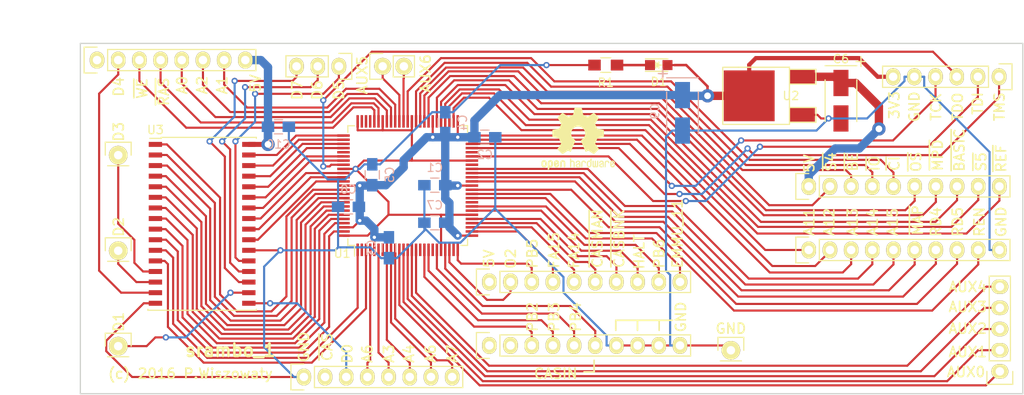
<source format=kicad_pcb>
(kicad_pcb (version 20171130) (host pcbnew "(5.1.12)-1")

  (general
    (thickness 1.6)
    (drawings 84)
    (tracks 697)
    (zones 0)
    (modules 30)
    (nets 95)
  )

  (page A4)
  (layers
    (0 F.Cu signal)
    (31 B.Cu signal)
    (32 B.Adhes user hide)
    (33 F.Adhes user hide)
    (34 B.Paste user hide)
    (35 F.Paste user hide)
    (36 B.SilkS user)
    (37 F.SilkS user)
    (38 B.Mask user)
    (39 F.Mask user)
    (40 Dwgs.User user)
    (41 Cmts.User user)
    (42 Eco1.User user)
    (43 Eco2.User user)
    (44 Edge.Cuts user)
    (45 Margin user)
    (46 B.CrtYd user)
    (47 F.CrtYd user)
    (48 B.Fab user hide)
    (49 F.Fab user hide)
  )

  (setup
    (last_trace_width 0.254)
    (trace_clearance 0.19)
    (zone_clearance 0.508)
    (zone_45_only no)
    (trace_min 0.2)
    (via_size 0.75)
    (via_drill 0.4)
    (via_min_size 0.4)
    (via_min_drill 0.3)
    (uvia_size 0.3)
    (uvia_drill 0.1)
    (uvias_allowed no)
    (uvia_min_size 0.2)
    (uvia_min_drill 0.1)
    (edge_width 0.15)
    (segment_width 0.2)
    (pcb_text_width 0.2)
    (pcb_text_size 1.2 1.2)
    (mod_edge_width 0.15)
    (mod_text_size 1 1)
    (mod_text_width 0.15)
    (pad_size 2.032 1.7272)
    (pad_drill 1.016)
    (pad_to_mask_clearance 0.2)
    (aux_axis_origin 0 0)
    (grid_origin 50 50)
    (visible_elements 7FFFFFFF)
    (pcbplotparams
      (layerselection 0x010e0_80000001)
      (usegerberextensions false)
      (usegerberattributes true)
      (usegerberadvancedattributes true)
      (creategerberjobfile true)
      (excludeedgelayer true)
      (linewidth 0.100000)
      (plotframeref false)
      (viasonmask false)
      (mode 1)
      (useauxorigin false)
      (hpglpennumber 1)
      (hpglpenspeed 20)
      (hpglpendiameter 15.000000)
      (psnegative false)
      (psa4output false)
      (plotreference true)
      (plotvalue true)
      (plotinvisibletext false)
      (padsonsilk false)
      (subtractmaskfromsilk false)
      (outputformat 1)
      (mirror false)
      (drillshape 0)
      (scaleselection 1)
      (outputdirectory "/tmp/srambo_1"))
  )

  (net 0 "")
  (net 1 +3V3)
  (net 2 GND)
  (net 3 +5V)
  (net 4 +5VD)
  (net 5 /TMS)
  (net 6 /TDI)
  (net 7 /TDO)
  (net 8 /TCK)
  (net 9 /AUX5)
  (net 10 /AUX6)
  (net 11 /AUX0)
  (net 12 /AUX1)
  (net 13 /AUX2)
  (net 14 /AUX3)
  (net 15 /AUX4)
  (net 16 /DATA5)
  (net 17 /DATA6)
  (net 18 /DATA7)
  (net 19 /DATA1)
  (net 20 /DATA2)
  (net 21 /DATA3)
  (net 22 "Net-(P9-Pad1)")
  (net 23 /DATA4)
  (net 24 /~WE)
  (net 25 /~RAS)
  (net 26 /A0)
  (net 27 /A2)
  (net 28 /A1)
  (net 29 /EMMU_A14)
  (net 30 /EMMU_A15)
  (net 31 /PB2)
  (net 32 /PB3)
  (net 33 /PB4)
  (net 34 /CASIN)
  (net 35 /A11)
  (net 36 /A12)
  (net 37 /A13)
  (net 38 /A14)
  (net 39 /A15)
  (net 40 /~MAP)
  (net 41 /RD4)
  (net 42 /RD5)
  (net 43 /REN)
  (net 44 /~CAS)
  (net 45 /DATA0)
  (net 46 /A6)
  (net 47 /A3)
  (net 48 /A4)
  (net 49 /A5)
  (net 50 /A7)
  (net 51 /EMMU_5V)
  (net 52 /O2)
  (net 53 /PB5)
  (net 54 /FA15)
  (net 55 /FA14)
  (net 56 /~CASMAN)
  (net 57 /~CASBNK)
  (net 58 /HALT)
  (net 59 /PB6)
  (net 60 /EMMU_11)
  (net 61 /~S4)
  (net 62 /~BE)
  (net 63 /~IO)
  (net 64 /~CI)
  (net 65 /~OS)
  (net 66 /~MPD)
  (net 67 /~BASIC)
  (net 68 /~S5)
  (net 69 /~REF)
  (net 70 /RAM_A18)
  (net 71 /RAM_A16)
  (net 72 /RAM_A14)
  (net 73 /RAM_A12)
  (net 74 /RAM_A7)
  (net 75 /RAM_A6)
  (net 76 /RAM_A5)
  (net 77 /RAM_A4)
  (net 78 /RAM_A3)
  (net 79 /RAM_A2)
  (net 80 /RAM_A1)
  (net 81 /RAM_A0)
  (net 82 /RAM_A10)
  (net 83 /~RAM_OE)
  (net 84 /RAM_A11)
  (net 85 /RAM_A9)
  (net 86 /RAM_A8)
  (net 87 /RAM_A13)
  (net 88 /~RAM_WE)
  (net 89 /RAM_A17)
  (net 90 /RAM_A15)
  (net 91 "Net-(U1-Pad16)")
  (net 92 "Net-(U1-Pad72)")
  (net 93 "Net-(U1-Pad74)")
  (net 94 "Net-(D1-Pad1)")

  (net_class Default "This is the default net class."
    (clearance 0.19)
    (trace_width 0.254)
    (via_dia 0.75)
    (via_drill 0.4)
    (uvia_dia 0.3)
    (uvia_drill 0.1)
    (add_net +3V3)
    (add_net /A0)
    (add_net /A1)
    (add_net /A11)
    (add_net /A12)
    (add_net /A13)
    (add_net /A14)
    (add_net /A15)
    (add_net /A2)
    (add_net /A3)
    (add_net /A4)
    (add_net /A5)
    (add_net /A6)
    (add_net /A7)
    (add_net /AUX0)
    (add_net /AUX1)
    (add_net /AUX2)
    (add_net /AUX3)
    (add_net /AUX4)
    (add_net /AUX5)
    (add_net /AUX6)
    (add_net /CASIN)
    (add_net /DATA0)
    (add_net /DATA1)
    (add_net /DATA2)
    (add_net /DATA3)
    (add_net /DATA4)
    (add_net /DATA5)
    (add_net /DATA6)
    (add_net /DATA7)
    (add_net /EMMU_11)
    (add_net /EMMU_5V)
    (add_net /EMMU_A14)
    (add_net /EMMU_A15)
    (add_net /FA14)
    (add_net /FA15)
    (add_net /HALT)
    (add_net /O2)
    (add_net /PB2)
    (add_net /PB3)
    (add_net /PB4)
    (add_net /PB5)
    (add_net /PB6)
    (add_net /RAM_A0)
    (add_net /RAM_A1)
    (add_net /RAM_A10)
    (add_net /RAM_A11)
    (add_net /RAM_A12)
    (add_net /RAM_A13)
    (add_net /RAM_A14)
    (add_net /RAM_A15)
    (add_net /RAM_A16)
    (add_net /RAM_A17)
    (add_net /RAM_A18)
    (add_net /RAM_A2)
    (add_net /RAM_A3)
    (add_net /RAM_A4)
    (add_net /RAM_A5)
    (add_net /RAM_A6)
    (add_net /RAM_A7)
    (add_net /RAM_A8)
    (add_net /RAM_A9)
    (add_net /RD4)
    (add_net /RD5)
    (add_net /REN)
    (add_net /TCK)
    (add_net /TDI)
    (add_net /TDO)
    (add_net /TMS)
    (add_net /~BASIC)
    (add_net /~BE)
    (add_net /~CAS)
    (add_net /~CASBNK)
    (add_net /~CASMAN)
    (add_net /~CI)
    (add_net /~IO)
    (add_net /~MAP)
    (add_net /~MPD)
    (add_net /~OS)
    (add_net /~RAM_OE)
    (add_net /~RAM_WE)
    (add_net /~RAS)
    (add_net /~REF)
    (add_net /~S4)
    (add_net /~S5)
    (add_net /~WE)
    (add_net GND)
    (add_net "Net-(D1-Pad1)")
    (add_net "Net-(P9-Pad1)")
    (add_net "Net-(U1-Pad16)")
    (add_net "Net-(U1-Pad72)")
    (add_net "Net-(U1-Pad74)")
  )

  (net_class Power ""
    (clearance 0.19)
    (trace_width 1)
    (via_dia 1.6)
    (via_drill 0.8)
    (uvia_dia 0.3)
    (uvia_drill 0.1)
    (add_net +5V)
    (add_net +5VD)
  )

  (module Housings_QFP:TQFP-100_14x14mm_Pitch0.5mm (layer F.Cu) (tedit 54130A77) (tstamp 57BCAA06)
    (at 89.25 67.05 90)
    (descr "100-Lead Plastic Thin Quad Flatpack (PF) - 14x14x1 mm Body 2.00 mm Footprint [TQFP] (see Microchip Packaging Specification 00000049BS.pdf)")
    (tags "QFP 0.5")
    (path /57BCA82C)
    (attr smd)
    (fp_text reference U1 (at -8.15 -7.85 180) (layer F.SilkS)
      (effects (font (size 1 1) (thickness 0.15)))
    )
    (fp_text value XC9572XL-TQ100 (at 0 9.45 90) (layer F.Fab)
      (effects (font (size 1 1) (thickness 0.15)))
    )
    (fp_line (start -7.175 -6.375) (end -8.45 -6.375) (layer F.SilkS) (width 0.15))
    (fp_line (start 7.175 -7.175) (end 6.375 -7.175) (layer F.SilkS) (width 0.15))
    (fp_line (start 7.175 7.175) (end 6.375 7.175) (layer F.SilkS) (width 0.15))
    (fp_line (start -7.175 7.175) (end -6.375 7.175) (layer F.SilkS) (width 0.15))
    (fp_line (start -7.175 -7.175) (end -6.375 -7.175) (layer F.SilkS) (width 0.15))
    (fp_line (start -7.175 7.175) (end -7.175 6.375) (layer F.SilkS) (width 0.15))
    (fp_line (start 7.175 7.175) (end 7.175 6.375) (layer F.SilkS) (width 0.15))
    (fp_line (start 7.175 -7.175) (end 7.175 -6.375) (layer F.SilkS) (width 0.15))
    (fp_line (start -7.175 -7.175) (end -7.175 -6.375) (layer F.SilkS) (width 0.15))
    (fp_line (start -8.7 8.7) (end 8.7 8.7) (layer F.CrtYd) (width 0.05))
    (fp_line (start -8.7 -8.7) (end 8.7 -8.7) (layer F.CrtYd) (width 0.05))
    (fp_line (start 8.7 -8.7) (end 8.7 8.7) (layer F.CrtYd) (width 0.05))
    (fp_line (start -8.7 -8.7) (end -8.7 8.7) (layer F.CrtYd) (width 0.05))
    (pad 1 smd rect (at -7.7 -6 90) (size 1.5 0.3) (layers F.Cu F.Paste F.Mask)
      (net 80 /RAM_A1))
    (pad 2 smd rect (at -7.7 -5.5 90) (size 1.5 0.3) (layers F.Cu F.Paste F.Mask))
    (pad 3 smd rect (at -7.7 -5 90) (size 1.5 0.3) (layers F.Cu F.Paste F.Mask)
      (net 81 /RAM_A0))
    (pad 4 smd rect (at -7.7 -4.5 90) (size 1.5 0.3) (layers F.Cu F.Paste F.Mask)
      (net 46 /A6))
    (pad 5 smd rect (at -7.7 -4 90) (size 1.5 0.3) (layers F.Cu F.Paste F.Mask)
      (net 1 +3V3))
    (pad 6 smd rect (at -7.7 -3.5 90) (size 1.5 0.3) (layers F.Cu F.Paste F.Mask)
      (net 47 /A3))
    (pad 7 smd rect (at -7.7 -3 90) (size 1.5 0.3) (layers F.Cu F.Paste F.Mask))
    (pad 8 smd rect (at -7.7 -2.5 90) (size 1.5 0.3) (layers F.Cu F.Paste F.Mask)
      (net 48 /A4))
    (pad 9 smd rect (at -7.7 -2 90) (size 1.5 0.3) (layers F.Cu F.Paste F.Mask)
      (net 49 /A5))
    (pad 10 smd rect (at -7.7 -1.5 90) (size 1.5 0.3) (layers F.Cu F.Paste F.Mask)
      (net 50 /A7))
    (pad 11 smd rect (at -7.7 -1 90) (size 1.5 0.3) (layers F.Cu F.Paste F.Mask)
      (net 11 /AUX0))
    (pad 12 smd rect (at -7.7 -0.5 90) (size 1.5 0.3) (layers F.Cu F.Paste F.Mask)
      (net 12 /AUX1))
    (pad 13 smd rect (at -7.7 0 90) (size 1.5 0.3) (layers F.Cu F.Paste F.Mask)
      (net 13 /AUX2))
    (pad 14 smd rect (at -7.7 0.5 90) (size 1.5 0.3) (layers F.Cu F.Paste F.Mask)
      (net 14 /AUX3))
    (pad 15 smd rect (at -7.7 1 90) (size 1.5 0.3) (layers F.Cu F.Paste F.Mask)
      (net 15 /AUX4))
    (pad 16 smd rect (at -7.7 1.5 90) (size 1.5 0.3) (layers F.Cu F.Paste F.Mask)
      (net 91 "Net-(U1-Pad16)"))
    (pad 17 smd rect (at -7.7 2 90) (size 1.5 0.3) (layers F.Cu F.Paste F.Mask)
      (net 31 /PB2))
    (pad 18 smd rect (at -7.7 2.5 90) (size 1.5 0.3) (layers F.Cu F.Paste F.Mask)
      (net 32 /PB3))
    (pad 19 smd rect (at -7.7 3 90) (size 1.5 0.3) (layers F.Cu F.Paste F.Mask))
    (pad 20 smd rect (at -7.7 3.5 90) (size 1.5 0.3) (layers F.Cu F.Paste F.Mask)
      (net 33 /PB4))
    (pad 21 smd rect (at -7.7 4 90) (size 1.5 0.3) (layers F.Cu F.Paste F.Mask)
      (net 2 GND))
    (pad 22 smd rect (at -7.7 4.5 90) (size 1.5 0.3) (layers F.Cu F.Paste F.Mask)
      (net 34 /CASIN))
    (pad 23 smd rect (at -7.7 5 90) (size 1.5 0.3) (layers F.Cu F.Paste F.Mask)
      (net 52 /O2))
    (pad 24 smd rect (at -7.7 5.5 90) (size 1.5 0.3) (layers F.Cu F.Paste F.Mask))
    (pad 25 smd rect (at -7.7 6 90) (size 1.5 0.3) (layers F.Cu F.Paste F.Mask)
      (net 53 /PB5))
    (pad 26 smd rect (at -6 7.7 180) (size 1.5 0.3) (layers F.Cu F.Paste F.Mask)
      (net 1 +3V3))
    (pad 27 smd rect (at -5.5 7.7 180) (size 1.5 0.3) (layers F.Cu F.Paste F.Mask)
      (net 54 /FA15))
    (pad 28 smd rect (at -5 7.7 180) (size 1.5 0.3) (layers F.Cu F.Paste F.Mask)
      (net 55 /FA14))
    (pad 29 smd rect (at -4.5 7.7 180) (size 1.5 0.3) (layers F.Cu F.Paste F.Mask)
      (net 56 /~CASMAN))
    (pad 30 smd rect (at -4 7.7 180) (size 1.5 0.3) (layers F.Cu F.Paste F.Mask)
      (net 57 /~CASBNK))
    (pad 31 smd rect (at -3.5 7.7 180) (size 1.5 0.3) (layers F.Cu F.Paste F.Mask)
      (net 2 GND))
    (pad 32 smd rect (at -3 7.7 180) (size 1.5 0.3) (layers F.Cu F.Paste F.Mask)
      (net 58 /HALT))
    (pad 33 smd rect (at -2.5 7.7 180) (size 1.5 0.3) (layers F.Cu F.Paste F.Mask)
      (net 59 /PB6))
    (pad 34 smd rect (at -2 7.7 180) (size 1.5 0.3) (layers F.Cu F.Paste F.Mask))
    (pad 35 smd rect (at -1.5 7.7 180) (size 1.5 0.3) (layers F.Cu F.Paste F.Mask)
      (net 60 /EMMU_11))
    (pad 36 smd rect (at -1 7.7 180) (size 1.5 0.3) (layers F.Cu F.Paste F.Mask)
      (net 43 /REN))
    (pad 37 smd rect (at -0.5 7.7 180) (size 1.5 0.3) (layers F.Cu F.Paste F.Mask)
      (net 42 /RD5))
    (pad 38 smd rect (at 0 7.7 180) (size 1.5 0.3) (layers F.Cu F.Paste F.Mask)
      (net 1 +3V3))
    (pad 39 smd rect (at 0.5 7.7 180) (size 1.5 0.3) (layers F.Cu F.Paste F.Mask)
      (net 41 /RD4))
    (pad 40 smd rect (at 1 7.7 180) (size 1.5 0.3) (layers F.Cu F.Paste F.Mask)
      (net 40 /~MAP))
    (pad 41 smd rect (at 1.5 7.7 180) (size 1.5 0.3) (layers F.Cu F.Paste F.Mask)
      (net 39 /A15))
    (pad 42 smd rect (at 2 7.7 180) (size 1.5 0.3) (layers F.Cu F.Paste F.Mask)
      (net 38 /A14))
    (pad 43 smd rect (at 2.5 7.7 180) (size 1.5 0.3) (layers F.Cu F.Paste F.Mask))
    (pad 44 smd rect (at 3 7.7 180) (size 1.5 0.3) (layers F.Cu F.Paste F.Mask)
      (net 2 GND))
    (pad 45 smd rect (at 3.5 7.7 180) (size 1.5 0.3) (layers F.Cu F.Paste F.Mask)
      (net 6 /TDI))
    (pad 46 smd rect (at 4 7.7 180) (size 1.5 0.3) (layers F.Cu F.Paste F.Mask))
    (pad 47 smd rect (at 4.5 7.7 180) (size 1.5 0.3) (layers F.Cu F.Paste F.Mask)
      (net 5 /TMS))
    (pad 48 smd rect (at 5 7.7 180) (size 1.5 0.3) (layers F.Cu F.Paste F.Mask)
      (net 8 /TCK))
    (pad 49 smd rect (at 5.5 7.7 180) (size 1.5 0.3) (layers F.Cu F.Paste F.Mask)
      (net 37 /A13))
    (pad 50 smd rect (at 6 7.7 180) (size 1.5 0.3) (layers F.Cu F.Paste F.Mask)
      (net 36 /A12))
    (pad 51 smd rect (at 7.7 6 90) (size 1.5 0.3) (layers F.Cu F.Paste F.Mask)
      (net 1 +3V3))
    (pad 52 smd rect (at 7.7 5.5 90) (size 1.5 0.3) (layers F.Cu F.Paste F.Mask)
      (net 35 /A11))
    (pad 53 smd rect (at 7.7 5 90) (size 1.5 0.3) (layers F.Cu F.Paste F.Mask)
      (net 69 /~REF))
    (pad 54 smd rect (at 7.7 4.5 90) (size 1.5 0.3) (layers F.Cu F.Paste F.Mask)
      (net 68 /~S5))
    (pad 55 smd rect (at 7.7 4 90) (size 1.5 0.3) (layers F.Cu F.Paste F.Mask)
      (net 67 /~BASIC))
    (pad 56 smd rect (at 7.7 3.5 90) (size 1.5 0.3) (layers F.Cu F.Paste F.Mask)
      (net 66 /~MPD))
    (pad 57 smd rect (at 7.7 3 90) (size 1.5 0.3) (layers F.Cu F.Paste F.Mask)
      (net 1 +3V3))
    (pad 58 smd rect (at 7.7 2.5 90) (size 1.5 0.3) (layers F.Cu F.Paste F.Mask)
      (net 65 /~OS))
    (pad 59 smd rect (at 7.7 2 90) (size 1.5 0.3) (layers F.Cu F.Paste F.Mask)
      (net 61 /~S4))
    (pad 60 smd rect (at 7.7 1.5 90) (size 1.5 0.3) (layers F.Cu F.Paste F.Mask)
      (net 62 /~BE))
    (pad 61 smd rect (at 7.7 1 90) (size 1.5 0.3) (layers F.Cu F.Paste F.Mask)
      (net 63 /~IO))
    (pad 62 smd rect (at 7.7 0.5 90) (size 1.5 0.3) (layers F.Cu F.Paste F.Mask)
      (net 2 GND))
    (pad 63 smd rect (at 7.7 0 90) (size 1.5 0.3) (layers F.Cu F.Paste F.Mask)
      (net 64 /~CI))
    (pad 64 smd rect (at 7.7 -0.5 90) (size 1.5 0.3) (layers F.Cu F.Paste F.Mask)
      (net 10 /AUX6))
    (pad 65 smd rect (at 7.7 -1 90) (size 1.5 0.3) (layers F.Cu F.Paste F.Mask)
      (net 9 /AUX5))
    (pad 66 smd rect (at 7.7 -1.5 90) (size 1.5 0.3) (layers F.Cu F.Paste F.Mask)
      (net 28 /A1))
    (pad 67 smd rect (at 7.7 -2 90) (size 1.5 0.3) (layers F.Cu F.Paste F.Mask)
      (net 27 /A2))
    (pad 68 smd rect (at 7.7 -2.5 90) (size 1.5 0.3) (layers F.Cu F.Paste F.Mask)
      (net 26 /A0))
    (pad 69 smd rect (at 7.7 -3 90) (size 1.5 0.3) (layers F.Cu F.Paste F.Mask)
      (net 2 GND))
    (pad 70 smd rect (at 7.7 -3.5 90) (size 1.5 0.3) (layers F.Cu F.Paste F.Mask)
      (net 25 /~RAS))
    (pad 71 smd rect (at 7.7 -4 90) (size 1.5 0.3) (layers F.Cu F.Paste F.Mask)
      (net 24 /~WE))
    (pad 72 smd rect (at 7.7 -4.5 90) (size 1.5 0.3) (layers F.Cu F.Paste F.Mask)
      (net 92 "Net-(U1-Pad72)"))
    (pad 73 smd rect (at 7.7 -5 90) (size 1.5 0.3) (layers F.Cu F.Paste F.Mask))
    (pad 74 smd rect (at 7.7 -5.5 90) (size 1.5 0.3) (layers F.Cu F.Paste F.Mask)
      (net 93 "Net-(U1-Pad74)"))
    (pad 75 smd rect (at 7.7 -6 90) (size 1.5 0.3) (layers F.Cu F.Paste F.Mask)
      (net 2 GND))
    (pad 76 smd rect (at 6 -7.7 180) (size 1.5 0.3) (layers F.Cu F.Paste F.Mask)
      (net 90 /RAM_A15))
    (pad 77 smd rect (at 5.5 -7.7 180) (size 1.5 0.3) (layers F.Cu F.Paste F.Mask)
      (net 89 /RAM_A17))
    (pad 78 smd rect (at 5 -7.7 180) (size 1.5 0.3) (layers F.Cu F.Paste F.Mask)
      (net 88 /~RAM_WE))
    (pad 79 smd rect (at 4.5 -7.7 180) (size 1.5 0.3) (layers F.Cu F.Paste F.Mask)
      (net 87 /RAM_A13))
    (pad 80 smd rect (at 4 -7.7 180) (size 1.5 0.3) (layers F.Cu F.Paste F.Mask))
    (pad 81 smd rect (at 3.5 -7.7 180) (size 1.5 0.3) (layers F.Cu F.Paste F.Mask)
      (net 86 /RAM_A8))
    (pad 82 smd rect (at 3 -7.7 180) (size 1.5 0.3) (layers F.Cu F.Paste F.Mask)
      (net 85 /RAM_A9))
    (pad 83 smd rect (at 2.5 -7.7 180) (size 1.5 0.3) (layers F.Cu F.Paste F.Mask)
      (net 7 /TDO))
    (pad 84 smd rect (at 2 -7.7 180) (size 1.5 0.3) (layers F.Cu F.Paste F.Mask)
      (net 2 GND))
    (pad 85 smd rect (at 1.5 -7.7 180) (size 1.5 0.3) (layers F.Cu F.Paste F.Mask)
      (net 84 /RAM_A11))
    (pad 86 smd rect (at 1 -7.7 180) (size 1.5 0.3) (layers F.Cu F.Paste F.Mask)
      (net 83 /~RAM_OE))
    (pad 87 smd rect (at 0.5 -7.7 180) (size 1.5 0.3) (layers F.Cu F.Paste F.Mask)
      (net 82 /RAM_A10))
    (pad 88 smd rect (at 0 -7.7 180) (size 1.5 0.3) (layers F.Cu F.Paste F.Mask)
      (net 1 +3V3))
    (pad 89 smd rect (at -0.5 -7.7 180) (size 1.5 0.3) (layers F.Cu F.Paste F.Mask)
      (net 70 /RAM_A18))
    (pad 90 smd rect (at -1 -7.7 180) (size 1.5 0.3) (layers F.Cu F.Paste F.Mask)
      (net 71 /RAM_A16))
    (pad 91 smd rect (at -1.5 -7.7 180) (size 1.5 0.3) (layers F.Cu F.Paste F.Mask)
      (net 72 /RAM_A14))
    (pad 92 smd rect (at -2 -7.7 180) (size 1.5 0.3) (layers F.Cu F.Paste F.Mask)
      (net 73 /RAM_A12))
    (pad 93 smd rect (at -2.5 -7.7 180) (size 1.5 0.3) (layers F.Cu F.Paste F.Mask)
      (net 74 /RAM_A7))
    (pad 94 smd rect (at -3 -7.7 180) (size 1.5 0.3) (layers F.Cu F.Paste F.Mask)
      (net 75 /RAM_A6))
    (pad 95 smd rect (at -3.5 -7.7 180) (size 1.5 0.3) (layers F.Cu F.Paste F.Mask)
      (net 76 /RAM_A5))
    (pad 96 smd rect (at -4 -7.7 180) (size 1.5 0.3) (layers F.Cu F.Paste F.Mask)
      (net 77 /RAM_A4))
    (pad 97 smd rect (at -4.5 -7.7 180) (size 1.5 0.3) (layers F.Cu F.Paste F.Mask)
      (net 78 /RAM_A3))
    (pad 98 smd rect (at -5 -7.7 180) (size 1.5 0.3) (layers F.Cu F.Paste F.Mask)
      (net 1 +3V3))
    (pad 99 smd rect (at -5.5 -7.7 180) (size 1.5 0.3) (layers F.Cu F.Paste F.Mask)
      (net 79 /RAM_A2))
    (pad 100 smd rect (at -6 -7.7 180) (size 1.5 0.3) (layers F.Cu F.Paste F.Mask)
      (net 2 GND))
    (model Housings_QFP.3dshapes/TQFP-100_14x14mm_Pitch0.5mm.wrl
      (at (xyz 0 0 0))
      (scale (xyz 1 1 1))
      (rotate (xyz 0 0 0))
    )
  )

  (module TO_SOT_Packages_SMD:TO-252-2Lead (layer F.Cu) (tedit 0) (tstamp 57BCA465)
    (at 136.55 56.286 90)
    (descr "DPAK / TO-252 2-lead smd package")
    (tags "dpak TO-252")
    (path /57BCA3E0)
    (attr smd)
    (fp_text reference U2 (at 0 -1.35 180) (layer F.SilkS)
      (effects (font (size 1 1) (thickness 0.15)))
    )
    (fp_text value AP1117E33 (at 0 -2.413 90) (layer F.Fab)
      (effects (font (size 1 1) (thickness 0.15)))
    )
    (fp_line (start 3.429 -9.398) (end 3.429 -7.62) (layer F.SilkS) (width 0.15))
    (fp_line (start -3.429 -9.525) (end 3.429 -9.525) (layer F.SilkS) (width 0.15))
    (fp_line (start -3.429 -1.524) (end -3.429 -9.398) (layer F.SilkS) (width 0.15))
    (fp_line (start 3.429 -1.524) (end -3.429 -1.524) (layer F.SilkS) (width 0.15))
    (fp_line (start 3.429 -7.62) (end 3.429 -1.524) (layer F.SilkS) (width 0.15))
    (fp_line (start -1.397 1.651) (end -1.397 -1.524) (layer F.SilkS) (width 0.15))
    (fp_line (start -3.175 1.651) (end -1.397 1.651) (layer F.SilkS) (width 0.15))
    (fp_line (start -3.175 -1.524) (end -3.175 1.651) (layer F.SilkS) (width 0.15))
    (fp_line (start 3.175 1.651) (end 3.175 -1.524) (layer F.SilkS) (width 0.15))
    (fp_line (start 1.397 1.651) (end 3.175 1.651) (layer F.SilkS) (width 0.15))
    (fp_line (start 1.397 -1.524) (end 1.397 1.651) (layer F.SilkS) (width 0.15))
    (pad 1 smd rect (at -2.286 0 90) (size 1.651 3.048) (layers F.Cu F.Paste F.Mask)
      (net 2 GND))
    (pad 2 smd rect (at 0 -6.35 90) (size 6.096 6.096) (layers F.Cu F.Paste F.Mask)
      (net 1 +3V3))
    (pad 3 smd rect (at 2.286 0 90) (size 1.651 3.048) (layers F.Cu F.Paste F.Mask)
      (net 3 +5V))
    (model TO_SOT_Packages_SMD.3dshapes/TO-252-2Lead.wrl
      (at (xyz 0 0 0))
      (scale (xyz 1 1 1))
      (rotate (xyz 0 0 0))
    )
  )

  (module Capacitors_Tantalum_SMD:TantalC_SizeB_EIA-3528_HandSoldering (layer F.Cu) (tedit 57C01DF5) (tstamp 57BCA311)
    (at 141.2 56.874 270)
    (descr "Tantal Cap. , Size B, EIA-3528, Hand Soldering,")
    (tags "Tantal Cap. , Size B, EIA-3528, Hand Soldering,")
    (path /57BCA3E3)
    (attr smd)
    (fp_text reference C6 (at -5 0) (layer F.SilkS)
      (effects (font (size 1 1) (thickness 0.15)))
    )
    (fp_text value "10 uF" (at -0.09906 3.59918 270) (layer F.Fab)
      (effects (font (size 1 1) (thickness 0.15)))
    )
    (fp_line (start -5.30352 -2.40284) (end -4.10464 -2.40284) (layer F.SilkS) (width 0.15))
    (fp_line (start -4.70408 -2.90322) (end -4.70408 -1.8034) (layer F.SilkS) (width 0.15))
    (fp_line (start 2.49682 1.89992) (end -2.5019 1.89992) (layer F.SilkS) (width 0.15))
    (fp_line (start 2.49936 -1.89992) (end -2.49936 -1.89992) (layer F.SilkS) (width 0.15))
    (fp_line (start -4.20116 -1.89992) (end -4.20116 1.89992) (layer F.SilkS) (width 0.15))
    (fp_text user + (at -4.70154 -2.4003 270) (layer F.SilkS) hide
      (effects (font (size 1 1) (thickness 0.15)))
    )
    (pad 2 smd rect (at 2.12598 0 270) (size 3.1496 1.80086) (layers F.Cu F.Paste F.Mask)
      (net 2 GND))
    (pad 1 smd rect (at -2.12598 0 270) (size 3.1496 1.80086) (layers F.Cu F.Paste F.Mask)
      (net 3 +5V))
    (model Capacitors_Tantalum_SMD.3dshapes/TantalC_SizeB_EIA-3528_HandSoldering.wrl
      (at (xyz 0 0 0))
      (scale (xyz 1 1 1))
      (rotate (xyz 0 0 180))
    )
  )

  (module Capacitors_SMD:C_0805_HandSoldering (layer B.Cu) (tedit 541A9B8D) (tstamp 57BCA2D5)
    (at 92.5 67 180)
    (descr "Capacitor SMD 0805, hand soldering")
    (tags "capacitor 0805")
    (path /57BCA3E1)
    (attr smd)
    (fp_text reference C1 (at 0 2.1 180) (layer B.SilkS)
      (effects (font (size 1 1) (thickness 0.15)) (justify mirror))
    )
    (fp_text value "100 nF" (at 0 -2.1 180) (layer B.Fab)
      (effects (font (size 1 1) (thickness 0.15)) (justify mirror))
    )
    (fp_line (start -0.5 -0.85) (end 0.5 -0.85) (layer B.SilkS) (width 0.15))
    (fp_line (start 0.5 0.85) (end -0.5 0.85) (layer B.SilkS) (width 0.15))
    (fp_line (start 2.3 1) (end 2.3 -1) (layer B.CrtYd) (width 0.05))
    (fp_line (start -2.3 1) (end -2.3 -1) (layer B.CrtYd) (width 0.05))
    (fp_line (start -2.3 -1) (end 2.3 -1) (layer B.CrtYd) (width 0.05))
    (fp_line (start -2.3 1) (end 2.3 1) (layer B.CrtYd) (width 0.05))
    (pad 1 smd rect (at -1.25 0 180) (size 1.5 1.25) (layers B.Cu B.Paste B.Mask)
      (net 1 +3V3))
    (pad 2 smd rect (at 1.25 0 180) (size 1.5 1.25) (layers B.Cu B.Paste B.Mask)
      (net 2 GND))
    (model Capacitors_SMD.3dshapes/C_0805_HandSoldering.wrl
      (at (xyz 0 0 0))
      (scale (xyz 1 1 1))
      (rotate (xyz 0 0 0))
    )
  )

  (module Capacitors_SMD:C_0805_HandSoldering (layer B.Cu) (tedit 541A9B8D) (tstamp 57BCA2E1)
    (at 98.5 61.25)
    (descr "Capacitor SMD 0805, hand soldering")
    (tags "capacitor 0805")
    (path /57BCA3E9)
    (attr smd)
    (fp_text reference C2 (at 0 2.1) (layer B.SilkS)
      (effects (font (size 1 1) (thickness 0.15)) (justify mirror))
    )
    (fp_text value "100 nF" (at 0 -2.1) (layer B.Fab)
      (effects (font (size 1 1) (thickness 0.15)) (justify mirror))
    )
    (fp_line (start -0.5 -0.85) (end 0.5 -0.85) (layer B.SilkS) (width 0.15))
    (fp_line (start 0.5 0.85) (end -0.5 0.85) (layer B.SilkS) (width 0.15))
    (fp_line (start 2.3 1) (end 2.3 -1) (layer B.CrtYd) (width 0.05))
    (fp_line (start -2.3 1) (end -2.3 -1) (layer B.CrtYd) (width 0.05))
    (fp_line (start -2.3 -1) (end 2.3 -1) (layer B.CrtYd) (width 0.05))
    (fp_line (start -2.3 1) (end 2.3 1) (layer B.CrtYd) (width 0.05))
    (pad 1 smd rect (at -1.25 0) (size 1.5 1.25) (layers B.Cu B.Paste B.Mask)
      (net 1 +3V3))
    (pad 2 smd rect (at 1.25 0) (size 1.5 1.25) (layers B.Cu B.Paste B.Mask)
      (net 2 GND))
    (model Capacitors_SMD.3dshapes/C_0805_HandSoldering.wrl
      (at (xyz 0 0 0))
      (scale (xyz 1 1 1))
      (rotate (xyz 0 0 0))
    )
  )

  (module Capacitors_SMD:C_0805_HandSoldering (layer B.Cu) (tedit 541A9B8D) (tstamp 57BCA2ED)
    (at 87 74.5 270)
    (descr "Capacitor SMD 0805, hand soldering")
    (tags "capacitor 0805")
    (path /57BCA3EA)
    (attr smd)
    (fp_text reference C3 (at 0 2.1 270) (layer B.SilkS)
      (effects (font (size 1 1) (thickness 0.15)) (justify mirror))
    )
    (fp_text value "100 nF" (at 0 -2.1 270) (layer B.Fab)
      (effects (font (size 1 1) (thickness 0.15)) (justify mirror))
    )
    (fp_line (start -0.5 -0.85) (end 0.5 -0.85) (layer B.SilkS) (width 0.15))
    (fp_line (start 0.5 0.85) (end -0.5 0.85) (layer B.SilkS) (width 0.15))
    (fp_line (start 2.3 1) (end 2.3 -1) (layer B.CrtYd) (width 0.05))
    (fp_line (start -2.3 1) (end -2.3 -1) (layer B.CrtYd) (width 0.05))
    (fp_line (start -2.3 -1) (end 2.3 -1) (layer B.CrtYd) (width 0.05))
    (fp_line (start -2.3 1) (end 2.3 1) (layer B.CrtYd) (width 0.05))
    (pad 1 smd rect (at -1.25 0 270) (size 1.5 1.25) (layers B.Cu B.Paste B.Mask)
      (net 1 +3V3))
    (pad 2 smd rect (at 1.25 0 270) (size 1.5 1.25) (layers B.Cu B.Paste B.Mask)
      (net 2 GND))
    (model Capacitors_SMD.3dshapes/C_0805_HandSoldering.wrl
      (at (xyz 0 0 0))
      (scale (xyz 1 1 1))
      (rotate (xyz 0 0 0))
    )
  )

  (module Capacitors_SMD:C_0805_HandSoldering (layer B.Cu) (tedit 541A9B8D) (tstamp 57BCA2F9)
    (at 93.75 59.5 90)
    (descr "Capacitor SMD 0805, hand soldering")
    (tags "capacitor 0805")
    (path /57BCA3EB)
    (attr smd)
    (fp_text reference C4 (at 0 2.1 90) (layer B.SilkS)
      (effects (font (size 1 1) (thickness 0.15)) (justify mirror))
    )
    (fp_text value "100 nF" (at 0 -2.1 90) (layer B.Fab)
      (effects (font (size 1 1) (thickness 0.15)) (justify mirror))
    )
    (fp_line (start -0.5 -0.85) (end 0.5 -0.85) (layer B.SilkS) (width 0.15))
    (fp_line (start 0.5 0.85) (end -0.5 0.85) (layer B.SilkS) (width 0.15))
    (fp_line (start 2.3 1) (end 2.3 -1) (layer B.CrtYd) (width 0.05))
    (fp_line (start -2.3 1) (end -2.3 -1) (layer B.CrtYd) (width 0.05))
    (fp_line (start -2.3 -1) (end 2.3 -1) (layer B.CrtYd) (width 0.05))
    (fp_line (start -2.3 1) (end 2.3 1) (layer B.CrtYd) (width 0.05))
    (pad 1 smd rect (at -1.25 0 90) (size 1.5 1.25) (layers B.Cu B.Paste B.Mask)
      (net 1 +3V3))
    (pad 2 smd rect (at 1.25 0 90) (size 1.5 1.25) (layers B.Cu B.Paste B.Mask)
      (net 2 GND))
    (model Capacitors_SMD.3dshapes/C_0805_HandSoldering.wrl
      (at (xyz 0 0 0))
      (scale (xyz 1 1 1))
      (rotate (xyz 0 0 0))
    )
  )

  (module Capacitors_SMD:C_0805_HandSoldering (layer B.Cu) (tedit 541A9B8D) (tstamp 57BCA305)
    (at 85 65.75 90)
    (descr "Capacitor SMD 0805, hand soldering")
    (tags "capacitor 0805")
    (path /57BCA3EC)
    (attr smd)
    (fp_text reference C5 (at 0 2.1 90) (layer B.SilkS)
      (effects (font (size 1 1) (thickness 0.15)) (justify mirror))
    )
    (fp_text value "100 nF" (at 0 -2.1 90) (layer B.Fab)
      (effects (font (size 1 1) (thickness 0.15)) (justify mirror))
    )
    (fp_line (start -0.5 -0.85) (end 0.5 -0.85) (layer B.SilkS) (width 0.15))
    (fp_line (start 0.5 0.85) (end -0.5 0.85) (layer B.SilkS) (width 0.15))
    (fp_line (start 2.3 1) (end 2.3 -1) (layer B.CrtYd) (width 0.05))
    (fp_line (start -2.3 1) (end -2.3 -1) (layer B.CrtYd) (width 0.05))
    (fp_line (start -2.3 -1) (end 2.3 -1) (layer B.CrtYd) (width 0.05))
    (fp_line (start -2.3 1) (end 2.3 1) (layer B.CrtYd) (width 0.05))
    (pad 1 smd rect (at -1.25 0 90) (size 1.5 1.25) (layers B.Cu B.Paste B.Mask)
      (net 1 +3V3))
    (pad 2 smd rect (at 1.25 0 90) (size 1.5 1.25) (layers B.Cu B.Paste B.Mask)
      (net 2 GND))
    (model Capacitors_SMD.3dshapes/C_0805_HandSoldering.wrl
      (at (xyz 0 0 0))
      (scale (xyz 1 1 1))
      (rotate (xyz 0 0 0))
    )
  )

  (module Capacitors_SMD:C_0805_HandSoldering (layer B.Cu) (tedit 541A9B8D) (tstamp 57BCA31D)
    (at 92.5 71.5 180)
    (descr "Capacitor SMD 0805, hand soldering")
    (tags "capacitor 0805")
    (path /57BCA3ED)
    (attr smd)
    (fp_text reference C7 (at 0 2.1 180) (layer B.SilkS)
      (effects (font (size 1 1) (thickness 0.15)) (justify mirror))
    )
    (fp_text value "100 nF" (at 0 -2.1 180) (layer B.Fab)
      (effects (font (size 1 1) (thickness 0.15)) (justify mirror))
    )
    (fp_line (start -0.5 -0.85) (end 0.5 -0.85) (layer B.SilkS) (width 0.15))
    (fp_line (start 0.5 0.85) (end -0.5 0.85) (layer B.SilkS) (width 0.15))
    (fp_line (start 2.3 1) (end 2.3 -1) (layer B.CrtYd) (width 0.05))
    (fp_line (start -2.3 1) (end -2.3 -1) (layer B.CrtYd) (width 0.05))
    (fp_line (start -2.3 -1) (end 2.3 -1) (layer B.CrtYd) (width 0.05))
    (fp_line (start -2.3 1) (end 2.3 1) (layer B.CrtYd) (width 0.05))
    (pad 1 smd rect (at -1.25 0 180) (size 1.5 1.25) (layers B.Cu B.Paste B.Mask)
      (net 1 +3V3))
    (pad 2 smd rect (at 1.25 0 180) (size 1.5 1.25) (layers B.Cu B.Paste B.Mask)
      (net 2 GND))
    (model Capacitors_SMD.3dshapes/C_0805_HandSoldering.wrl
      (at (xyz 0 0 0))
      (scale (xyz 1 1 1))
      (rotate (xyz 0 0 0))
    )
  )

  (module Capacitors_SMD:C_0805_HandSoldering (layer B.Cu) (tedit 541A9B8D) (tstamp 57BCA329)
    (at 82.15 69.6 180)
    (descr "Capacitor SMD 0805, hand soldering")
    (tags "capacitor 0805")
    (path /57BCA3EE)
    (attr smd)
    (fp_text reference C8 (at 0 2.1 180) (layer B.SilkS)
      (effects (font (size 1 1) (thickness 0.15)) (justify mirror))
    )
    (fp_text value "100 nF" (at 0 -2.1 180) (layer B.Fab)
      (effects (font (size 1 1) (thickness 0.15)) (justify mirror))
    )
    (fp_line (start -0.5 -0.85) (end 0.5 -0.85) (layer B.SilkS) (width 0.15))
    (fp_line (start 0.5 0.85) (end -0.5 0.85) (layer B.SilkS) (width 0.15))
    (fp_line (start 2.3 1) (end 2.3 -1) (layer B.CrtYd) (width 0.05))
    (fp_line (start -2.3 1) (end -2.3 -1) (layer B.CrtYd) (width 0.05))
    (fp_line (start -2.3 -1) (end 2.3 -1) (layer B.CrtYd) (width 0.05))
    (fp_line (start -2.3 1) (end 2.3 1) (layer B.CrtYd) (width 0.05))
    (pad 1 smd rect (at -1.25 0 180) (size 1.5 1.25) (layers B.Cu B.Paste B.Mask)
      (net 1 +3V3))
    (pad 2 smd rect (at 1.25 0 180) (size 1.5 1.25) (layers B.Cu B.Paste B.Mask)
      (net 2 GND))
    (model Capacitors_SMD.3dshapes/C_0805_HandSoldering.wrl
      (at (xyz 0 0 0))
      (scale (xyz 1 1 1))
      (rotate (xyz 0 0 0))
    )
  )

  (module Capacitors_Tantalum_SMD:TantalC_SizeB_EIA-3528_HandSoldering (layer B.Cu) (tedit 0) (tstamp 57BCA335)
    (at 122.2 58.326 270)
    (descr "Tantal Cap. , Size B, EIA-3528, Hand Soldering,")
    (tags "Tantal Cap. , Size B, EIA-3528, Hand Soldering,")
    (path /57BCA3E4)
    (attr smd)
    (fp_text reference C9 (at -0.20066 3.29946 270) (layer B.SilkS)
      (effects (font (size 1 1) (thickness 0.15)) (justify mirror))
    )
    (fp_text value "10 uF" (at -0.09906 -3.59918 270) (layer B.Fab)
      (effects (font (size 1 1) (thickness 0.15)) (justify mirror))
    )
    (fp_line (start -5.30352 2.40284) (end -4.10464 2.40284) (layer B.SilkS) (width 0.15))
    (fp_line (start -4.70408 2.90322) (end -4.70408 1.8034) (layer B.SilkS) (width 0.15))
    (fp_line (start 2.49682 -1.89992) (end -2.5019 -1.89992) (layer B.SilkS) (width 0.15))
    (fp_line (start 2.49936 1.89992) (end -2.49936 1.89992) (layer B.SilkS) (width 0.15))
    (fp_line (start -4.20116 1.89992) (end -4.20116 -1.89992) (layer B.SilkS) (width 0.15))
    (fp_text user + (at -4.70154 2.4003 270) (layer B.SilkS)
      (effects (font (size 1 1) (thickness 0.15)) (justify mirror))
    )
    (pad 2 smd rect (at 2.12598 0 270) (size 3.1496 1.80086) (layers B.Cu B.Paste B.Mask)
      (net 2 GND))
    (pad 1 smd rect (at -2.12598 0 270) (size 3.1496 1.80086) (layers B.Cu B.Paste B.Mask)
      (net 1 +3V3))
    (model Capacitors_Tantalum_SMD.3dshapes/TantalC_SizeB_EIA-3528_HandSoldering.wrl
      (at (xyz 0 0 0))
      (scale (xyz 1 1 1))
      (rotate (xyz 0 0 180))
    )
  )

  (module Capacitors_SMD:C_0805_HandSoldering (layer B.Cu) (tedit 541A9B8D) (tstamp 57BCA341)
    (at 73.75 60)
    (descr "Capacitor SMD 0805, hand soldering")
    (tags "capacitor 0805")
    (path /57BCA3EF)
    (attr smd)
    (fp_text reference C10 (at 0 2.1) (layer B.SilkS)
      (effects (font (size 1 1) (thickness 0.15)) (justify mirror))
    )
    (fp_text value "100 nF" (at 0 -2.1) (layer B.Fab)
      (effects (font (size 1 1) (thickness 0.15)) (justify mirror))
    )
    (fp_line (start -0.5 -0.85) (end 0.5 -0.85) (layer B.SilkS) (width 0.15))
    (fp_line (start 0.5 0.85) (end -0.5 0.85) (layer B.SilkS) (width 0.15))
    (fp_line (start 2.3 1) (end 2.3 -1) (layer B.CrtYd) (width 0.05))
    (fp_line (start -2.3 1) (end -2.3 -1) (layer B.CrtYd) (width 0.05))
    (fp_line (start -2.3 -1) (end 2.3 -1) (layer B.CrtYd) (width 0.05))
    (fp_line (start -2.3 1) (end 2.3 1) (layer B.CrtYd) (width 0.05))
    (pad 1 smd rect (at -1.25 0) (size 1.5 1.25) (layers B.Cu B.Paste B.Mask)
      (net 4 +5VD))
    (pad 2 smd rect (at 1.25 0) (size 1.5 1.25) (layers B.Cu B.Paste B.Mask)
      (net 2 GND))
    (model Capacitors_SMD.3dshapes/C_0805_HandSoldering.wrl
      (at (xyz 0 0 0))
      (scale (xyz 1 1 1))
      (rotate (xyz 0 0 0))
    )
  )

  (module Pin_Headers:Pin_Header_Straight_1x06 (layer F.Cu) (tedit 57BDD4BD) (tstamp 57BCA356)
    (at 160.16 54 270)
    (descr "Through hole pin header")
    (tags "pin header")
    (path /57BCA3F4)
    (fp_text reference P1 (at 0 -2.38 270) (layer F.SilkS) hide
      (effects (font (size 1 1) (thickness 0.15)))
    )
    (fp_text value JTAG (at 0 -3.1 270) (layer F.Fab)
      (effects (font (size 1 1) (thickness 0.15)))
    )
    (fp_line (start -1.55 -1.55) (end 1.55 -1.55) (layer F.SilkS) (width 0.15))
    (fp_line (start -1.55 0) (end -1.55 -1.55) (layer F.SilkS) (width 0.15))
    (fp_line (start 1.27 1.27) (end -1.27 1.27) (layer F.SilkS) (width 0.15))
    (fp_line (start 1.55 -1.55) (end 1.55 0) (layer F.SilkS) (width 0.15))
    (fp_line (start -1.27 13.97) (end -1.27 1.27) (layer F.SilkS) (width 0.15))
    (fp_line (start 1.27 13.97) (end -1.27 13.97) (layer F.SilkS) (width 0.15))
    (fp_line (start 1.27 1.27) (end 1.27 13.97) (layer F.SilkS) (width 0.15))
    (fp_line (start -1.75 14.45) (end 1.75 14.45) (layer F.CrtYd) (width 0.05))
    (fp_line (start -1.75 -1.75) (end 1.75 -1.75) (layer F.CrtYd) (width 0.05))
    (fp_line (start 1.75 -1.75) (end 1.75 14.45) (layer F.CrtYd) (width 0.05))
    (fp_line (start -1.75 -1.75) (end -1.75 14.45) (layer F.CrtYd) (width 0.05))
    (pad 1 thru_hole oval (at 0 0 270) (size 2.032 1.7272) (drill 1.016) (layers *.Cu *.Mask F.SilkS)
      (net 5 /TMS))
    (pad 2 thru_hole oval (at 0 2.54 270) (size 2.032 1.7272) (drill 1.016) (layers *.Cu *.Mask F.SilkS)
      (net 6 /TDI))
    (pad 3 thru_hole oval (at 0 5.08 270) (size 2.032 1.7272) (drill 1.016) (layers *.Cu *.Mask F.SilkS)
      (net 7 /TDO))
    (pad 4 thru_hole oval (at 0 7.62 270) (size 2.032 1.7272) (drill 1.016) (layers *.Cu *.Mask F.SilkS)
      (net 8 /TCK))
    (pad 5 thru_hole oval (at 0 10.16 270) (size 2.032 1.7272) (drill 1.016) (layers *.Cu *.Mask F.SilkS)
      (net 2 GND))
    (pad 6 thru_hole oval (at 0 12.7 270) (size 2.032 1.7272) (drill 1.016) (layers *.Cu *.Mask F.SilkS)
      (net 1 +3V3))
    (model Pin_Headers.3dshapes/Pin_Header_Straight_1x06.wrl
      (offset (xyz 0 -6.349999904632568 0))
      (scale (xyz 1 1 1))
      (rotate (xyz 0 0 90))
    )
  )

  (module Pin_Headers:Pin_Header_Straight_1x01 (layer F.Cu) (tedit 57BDD615) (tstamp 57BCA363)
    (at 128 86.8)
    (descr "Through hole pin header")
    (tags "pin header")
    (path /57BCA404)
    (fp_text reference P2 (at 0 -3) (layer F.SilkS) hide
      (effects (font (size 1 1) (thickness 0.15)))
    )
    (fp_text value GND (at 0 -3.1) (layer F.Fab)
      (effects (font (size 1 1) (thickness 0.15)))
    )
    (fp_line (start -1.27 1.27) (end 1.27 1.27) (layer F.SilkS) (width 0.15))
    (fp_line (start -1.55 -1.55) (end 1.55 -1.55) (layer F.SilkS) (width 0.15))
    (fp_line (start -1.55 0) (end -1.55 -1.55) (layer F.SilkS) (width 0.15))
    (fp_line (start -1.75 1.75) (end 1.75 1.75) (layer F.CrtYd) (width 0.05))
    (fp_line (start -1.75 -1.75) (end 1.75 -1.75) (layer F.CrtYd) (width 0.05))
    (fp_line (start 1.75 -1.75) (end 1.75 1.75) (layer F.CrtYd) (width 0.05))
    (fp_line (start -1.75 -1.75) (end -1.75 1.75) (layer F.CrtYd) (width 0.05))
    (fp_line (start 1.55 -1.55) (end 1.55 0) (layer F.SilkS) (width 0.15))
    (pad 1 thru_hole circle (at 0 0) (size 2.2352 2.2352) (drill 1.016) (layers *.Cu *.Mask F.SilkS)
      (net 2 GND))
    (model Pin_Headers.3dshapes/Pin_Header_Straight_1x01.wrl
      (at (xyz 0 0 0))
      (scale (xyz 1 1 1))
      (rotate (xyz 0 0 90))
    )
  )

  (module Pin_Headers:Pin_Header_Straight_1x02 (layer F.Cu) (tedit 57BCB630) (tstamp 57BCA374)
    (at 86.25 52.75 90)
    (descr "Through hole pin header")
    (tags "pin header")
    (path /57BCA40D)
    (fp_text reference P3 (at 0 -2.46 90) (layer F.SilkS) hide
      (effects (font (size 1 1) (thickness 0.15)))
    )
    (fp_text value AUX_B (at 0 -3.1 90) (layer F.Fab)
      (effects (font (size 1 1) (thickness 0.15)))
    )
    (fp_line (start -1.27 3.81) (end 1.27 3.81) (layer F.SilkS) (width 0.15))
    (fp_line (start -1.27 1.27) (end -1.27 3.81) (layer F.SilkS) (width 0.15))
    (fp_line (start -1.55 -1.55) (end 1.55 -1.55) (layer F.SilkS) (width 0.15))
    (fp_line (start -1.55 0) (end -1.55 -1.55) (layer F.SilkS) (width 0.15))
    (fp_line (start 1.27 1.27) (end -1.27 1.27) (layer F.SilkS) (width 0.15))
    (fp_line (start -1.75 4.3) (end 1.75 4.3) (layer F.CrtYd) (width 0.05))
    (fp_line (start -1.75 -1.75) (end 1.75 -1.75) (layer F.CrtYd) (width 0.05))
    (fp_line (start 1.75 -1.75) (end 1.75 4.3) (layer F.CrtYd) (width 0.05))
    (fp_line (start -1.75 -1.75) (end -1.75 4.3) (layer F.CrtYd) (width 0.05))
    (fp_line (start 1.55 -1.55) (end 1.55 0) (layer F.SilkS) (width 0.15))
    (fp_line (start 1.27 1.27) (end 1.27 3.81) (layer F.SilkS) (width 0.15))
    (pad 1 thru_hole oval (at 0 0 90) (size 2.032 2.032) (drill 1.016) (layers *.Cu *.Mask F.SilkS)
      (net 9 /AUX5))
    (pad 2 thru_hole oval (at 0 2.54 90) (size 2.032 2.032) (drill 1.016) (layers *.Cu *.Mask F.SilkS)
      (net 10 /AUX6))
    (model Pin_Headers.3dshapes/Pin_Header_Straight_1x02.wrl
      (offset (xyz 0 -1.269999980926514 0))
      (scale (xyz 1 1 1))
      (rotate (xyz 0 0 90))
    )
  )

  (module Pin_Headers:Pin_Header_Straight_1x05 (layer F.Cu) (tedit 57BDD617) (tstamp 57BCA388)
    (at 160.25 89.33 180)
    (descr "Through hole pin header")
    (tags "pin header")
    (path /57BCA406)
    (fp_text reference P4 (at 3 -0.67 180) (layer F.SilkS) hide
      (effects (font (size 1 1) (thickness 0.15)))
    )
    (fp_text value AUX_A (at 0 -3.1 180) (layer F.Fab)
      (effects (font (size 1 1) (thickness 0.15)))
    )
    (fp_line (start 1.27 1.27) (end -1.27 1.27) (layer F.SilkS) (width 0.15))
    (fp_line (start -1.27 11.43) (end -1.27 1.27) (layer F.SilkS) (width 0.15))
    (fp_line (start 1.27 11.43) (end -1.27 11.43) (layer F.SilkS) (width 0.15))
    (fp_line (start 1.27 1.27) (end 1.27 11.43) (layer F.SilkS) (width 0.15))
    (fp_line (start -1.75 11.95) (end 1.75 11.95) (layer F.CrtYd) (width 0.05))
    (fp_line (start -1.75 -1.75) (end 1.75 -1.75) (layer F.CrtYd) (width 0.05))
    (fp_line (start 1.75 -1.75) (end 1.75 11.95) (layer F.CrtYd) (width 0.05))
    (fp_line (start -1.75 -1.75) (end -1.75 11.95) (layer F.CrtYd) (width 0.05))
    (fp_line (start 1.55 -1.55) (end 1.55 0) (layer F.SilkS) (width 0.15))
    (fp_line (start -1.55 -1.55) (end 1.55 -1.55) (layer F.SilkS) (width 0.15))
    (fp_line (start -1.55 0) (end -1.55 -1.55) (layer F.SilkS) (width 0.15))
    (pad 1 thru_hole oval (at 0 0 180) (size 2.032 1.7272) (drill 1.016) (layers *.Cu *.Mask F.SilkS)
      (net 11 /AUX0))
    (pad 2 thru_hole oval (at 0 2.54 180) (size 2.032 1.7272) (drill 1.016) (layers *.Cu *.Mask F.SilkS)
      (net 12 /AUX1))
    (pad 3 thru_hole oval (at 0 5.08 180) (size 2.032 1.7272) (drill 1.016) (layers *.Cu *.Mask F.SilkS)
      (net 13 /AUX2))
    (pad 4 thru_hole oval (at 0 7.62 180) (size 2.032 1.7272) (drill 1.016) (layers *.Cu *.Mask F.SilkS)
      (net 14 /AUX3))
    (pad 5 thru_hole oval (at 0 10.16 180) (size 2.032 1.7272) (drill 1.016) (layers *.Cu *.Mask F.SilkS)
      (net 15 /AUX4))
    (model Pin_Headers.3dshapes/Pin_Header_Straight_1x05.wrl
      (offset (xyz 0 -5.079999923706055 0))
      (scale (xyz 1 1 1))
      (rotate (xyz 0 0 90))
    )
  )

  (module Pin_Headers:Pin_Header_Straight_1x03 (layer F.Cu) (tedit 57BCB62C) (tstamp 57BCA39A)
    (at 81 52.75 270)
    (descr "Through hole pin header")
    (tags "pin header")
    (path /57BCA3FC)
    (fp_text reference P5 (at 0 -2.54 270) (layer F.SilkS) hide
      (effects (font (size 1 1) (thickness 0.15)))
    )
    (fp_text value DATA5-7 (at 2.5 2.46) (layer F.Fab)
      (effects (font (size 1 1) (thickness 0.15)))
    )
    (fp_line (start -1.55 -1.55) (end 1.55 -1.55) (layer F.SilkS) (width 0.15))
    (fp_line (start -1.55 0) (end -1.55 -1.55) (layer F.SilkS) (width 0.15))
    (fp_line (start 1.27 1.27) (end -1.27 1.27) (layer F.SilkS) (width 0.15))
    (fp_line (start 1.55 -1.55) (end 1.55 0) (layer F.SilkS) (width 0.15))
    (fp_line (start 1.27 6.35) (end 1.27 1.27) (layer F.SilkS) (width 0.15))
    (fp_line (start -1.27 6.35) (end 1.27 6.35) (layer F.SilkS) (width 0.15))
    (fp_line (start -1.27 1.27) (end -1.27 6.35) (layer F.SilkS) (width 0.15))
    (fp_line (start -1.75 6.85) (end 1.75 6.85) (layer F.CrtYd) (width 0.05))
    (fp_line (start -1.75 -1.75) (end 1.75 -1.75) (layer F.CrtYd) (width 0.05))
    (fp_line (start 1.75 -1.75) (end 1.75 6.85) (layer F.CrtYd) (width 0.05))
    (fp_line (start -1.75 -1.75) (end -1.75 6.85) (layer F.CrtYd) (width 0.05))
    (pad 1 thru_hole oval (at 0 0 270) (size 2.032 1.7272) (drill 1.016) (layers *.Cu *.Mask F.SilkS)
      (net 16 /DATA5))
    (pad 2 thru_hole oval (at 0 2.54 270) (size 2.032 1.7272) (drill 1.016) (layers *.Cu *.Mask F.SilkS)
      (net 17 /DATA6))
    (pad 3 thru_hole oval (at 0 5.08 270) (size 2.032 1.7272) (drill 1.016) (layers *.Cu *.Mask F.SilkS)
      (net 18 /DATA7))
    (model Pin_Headers.3dshapes/Pin_Header_Straight_1x03.wrl
      (offset (xyz 0 -2.539999961853027 0))
      (scale (xyz 1 1 1))
      (rotate (xyz 0 0 90))
    )
  )

  (module Pin_Headers:Pin_Header_Straight_1x01 locked (layer F.Cu) (tedit 57BCB5EE) (tstamp 57BCA3A7)
    (at 54.54 86.3)
    (descr "Through hole pin header")
    (tags "pin header")
    (path /57BCA3FD)
    (fp_text reference P6 (at 0 -2.3) (layer F.SilkS) hide
      (effects (font (size 1 1) (thickness 0.15)))
    )
    (fp_text value DATA1 (at 0 -3.1) (layer F.Fab)
      (effects (font (size 1 1) (thickness 0.15)))
    )
    (fp_line (start -1.27 1.27) (end 1.27 1.27) (layer F.SilkS) (width 0.15))
    (fp_line (start -1.55 -1.55) (end 1.55 -1.55) (layer F.SilkS) (width 0.15))
    (fp_line (start -1.55 0) (end -1.55 -1.55) (layer F.SilkS) (width 0.15))
    (fp_line (start -1.75 1.75) (end 1.75 1.75) (layer F.CrtYd) (width 0.05))
    (fp_line (start -1.75 -1.75) (end 1.75 -1.75) (layer F.CrtYd) (width 0.05))
    (fp_line (start 1.75 -1.75) (end 1.75 1.75) (layer F.CrtYd) (width 0.05))
    (fp_line (start -1.75 -1.75) (end -1.75 1.75) (layer F.CrtYd) (width 0.05))
    (fp_line (start 1.55 -1.55) (end 1.55 0) (layer F.SilkS) (width 0.15))
    (pad 1 thru_hole oval (at 0 0) (size 2.2352 2.2352) (drill 1.016) (layers *.Cu *.Mask F.SilkS)
      (net 19 /DATA1))
    (model Pin_Headers.3dshapes/Pin_Header_Straight_1x01.wrl
      (at (xyz 0 0 0))
      (scale (xyz 1 1 1))
      (rotate (xyz 0 0 90))
    )
  )

  (module Pin_Headers:Pin_Header_Straight_1x01 locked (layer F.Cu) (tedit 57BCB5FF) (tstamp 57BCA3B4)
    (at 54.54 74.86)
    (descr "Through hole pin header")
    (tags "pin header")
    (path /57BCA3FE)
    (fp_text reference P7 (at 0 -2.86) (layer F.SilkS) hide
      (effects (font (size 1 1) (thickness 0.15)))
    )
    (fp_text value DATA2 (at 0 -3.1) (layer F.Fab)
      (effects (font (size 1 1) (thickness 0.15)))
    )
    (fp_line (start -1.27 1.27) (end 1.27 1.27) (layer F.SilkS) (width 0.15))
    (fp_line (start -1.55 -1.55) (end 1.55 -1.55) (layer F.SilkS) (width 0.15))
    (fp_line (start -1.55 0) (end -1.55 -1.55) (layer F.SilkS) (width 0.15))
    (fp_line (start -1.75 1.75) (end 1.75 1.75) (layer F.CrtYd) (width 0.05))
    (fp_line (start -1.75 -1.75) (end 1.75 -1.75) (layer F.CrtYd) (width 0.05))
    (fp_line (start 1.75 -1.75) (end 1.75 1.75) (layer F.CrtYd) (width 0.05))
    (fp_line (start -1.75 -1.75) (end -1.75 1.75) (layer F.CrtYd) (width 0.05))
    (fp_line (start 1.55 -1.55) (end 1.55 0) (layer F.SilkS) (width 0.15))
    (pad 1 thru_hole oval (at 0 0) (size 2.2352 2.2352) (drill 1.016) (layers *.Cu *.Mask F.SilkS)
      (net 20 /DATA2))
    (model Pin_Headers.3dshapes/Pin_Header_Straight_1x01.wrl
      (at (xyz 0 0 0))
      (scale (xyz 1 1 1))
      (rotate (xyz 0 0 90))
    )
  )

  (module Pin_Headers:Pin_Header_Straight_1x01 locked (layer F.Cu) (tedit 57BCB612) (tstamp 57BCA3C1)
    (at 54.54 63.4)
    (descr "Through hole pin header")
    (tags "pin header")
    (path /57BCA3FF)
    (fp_text reference P8 (at 0 -2.4) (layer F.SilkS) hide
      (effects (font (size 1 1) (thickness 0.15)))
    )
    (fp_text value DATA3 (at 0 -3.1) (layer F.Fab)
      (effects (font (size 1 1) (thickness 0.15)))
    )
    (fp_line (start -1.27 1.27) (end 1.27 1.27) (layer F.SilkS) (width 0.15))
    (fp_line (start -1.55 -1.55) (end 1.55 -1.55) (layer F.SilkS) (width 0.15))
    (fp_line (start -1.55 0) (end -1.55 -1.55) (layer F.SilkS) (width 0.15))
    (fp_line (start -1.75 1.75) (end 1.75 1.75) (layer F.CrtYd) (width 0.05))
    (fp_line (start -1.75 -1.75) (end 1.75 -1.75) (layer F.CrtYd) (width 0.05))
    (fp_line (start 1.75 -1.75) (end 1.75 1.75) (layer F.CrtYd) (width 0.05))
    (fp_line (start -1.75 -1.75) (end -1.75 1.75) (layer F.CrtYd) (width 0.05))
    (fp_line (start 1.55 -1.55) (end 1.55 0) (layer F.SilkS) (width 0.15))
    (pad 1 thru_hole oval (at 0 0) (size 2.2352 2.2352) (drill 1.016) (layers *.Cu *.Mask F.SilkS)
      (net 21 /DATA3))
    (model Pin_Headers.3dshapes/Pin_Header_Straight_1x01.wrl
      (at (xyz 0 0 0))
      (scale (xyz 1 1 1))
      (rotate (xyz 0 0 90))
    )
  )

  (module Pin_Headers:Pin_Header_Straight_1x08 locked (layer F.Cu) (tedit 57BCB61D) (tstamp 57BCA3D8)
    (at 52 52 90)
    (descr "Through hole pin header")
    (tags "pin header")
    (path /57BCA3D9)
    (fp_text reference P9 (at -3 -1 90) (layer F.SilkS) hide
      (effects (font (size 1 1) (thickness 0.15)))
    )
    (fp_text value DRAM_LEFT (at 3 2.62 180) (layer F.Fab)
      (effects (font (size 1 1) (thickness 0.15)))
    )
    (fp_line (start -1.55 -1.55) (end 1.55 -1.55) (layer F.SilkS) (width 0.15))
    (fp_line (start -1.55 0) (end -1.55 -1.55) (layer F.SilkS) (width 0.15))
    (fp_line (start 1.27 1.27) (end -1.27 1.27) (layer F.SilkS) (width 0.15))
    (fp_line (start 1.55 -1.55) (end 1.55 0) (layer F.SilkS) (width 0.15))
    (fp_line (start -1.27 19.05) (end -1.27 1.27) (layer F.SilkS) (width 0.15))
    (fp_line (start 1.27 19.05) (end -1.27 19.05) (layer F.SilkS) (width 0.15))
    (fp_line (start 1.27 1.27) (end 1.27 19.05) (layer F.SilkS) (width 0.15))
    (fp_line (start -1.75 19.55) (end 1.75 19.55) (layer F.CrtYd) (width 0.05))
    (fp_line (start -1.75 -1.75) (end 1.75 -1.75) (layer F.CrtYd) (width 0.05))
    (fp_line (start 1.75 -1.75) (end 1.75 19.55) (layer F.CrtYd) (width 0.05))
    (fp_line (start -1.75 -1.75) (end -1.75 19.55) (layer F.CrtYd) (width 0.05))
    (pad 1 thru_hole oval (at 0 0 90) (size 2.032 1.7272) (drill 1.016) (layers *.Cu *.Mask F.SilkS)
      (net 22 "Net-(P9-Pad1)"))
    (pad 2 thru_hole oval (at 0 2.54 90) (size 2.032 1.7272) (drill 1.016) (layers *.Cu *.Mask F.SilkS)
      (net 23 /DATA4))
    (pad 3 thru_hole oval (at 0 5.08 90) (size 2.032 1.7272) (drill 1.016) (layers *.Cu *.Mask F.SilkS)
      (net 24 /~WE))
    (pad 4 thru_hole oval (at 0 7.62 90) (size 2.032 1.7272) (drill 1.016) (layers *.Cu *.Mask F.SilkS)
      (net 25 /~RAS))
    (pad 5 thru_hole oval (at 0 10.16 90) (size 2.032 1.7272) (drill 1.016) (layers *.Cu *.Mask F.SilkS)
      (net 26 /A0))
    (pad 6 thru_hole oval (at 0 12.7 90) (size 2.032 1.7272) (drill 1.016) (layers *.Cu *.Mask F.SilkS)
      (net 27 /A2))
    (pad 7 thru_hole oval (at 0 15.24 90) (size 2.032 1.7272) (drill 1.016) (layers *.Cu *.Mask F.SilkS)
      (net 28 /A1))
    (pad 8 thru_hole oval (at 0 17.78 90) (size 2.032 1.7272) (drill 1.016) (layers *.Cu *.Mask F.SilkS)
      (net 4 +5VD))
    (model Pin_Headers.3dshapes/Pin_Header_Straight_1x08.wrl
      (offset (xyz 0 -8.889999866485596 0))
      (scale (xyz 1 1 1))
      (rotate (xyz 0 0 90))
    )
  )

  (module Pin_Headers:Pin_Header_Straight_1x10 locked (layer F.Cu) (tedit 57BCB5CE) (tstamp 57BCA3F1)
    (at 99.04 86.22 90)
    (descr "Through hole pin header")
    (tags "pin header")
    (path /57BCA3DB)
    (fp_text reference P10 (at 0 -3.04 90) (layer F.SilkS) hide
      (effects (font (size 1 1) (thickness 0.15)))
    )
    (fp_text value EMMU_LEFT (at -2.78 2.96 180) (layer F.Fab)
      (effects (font (size 1 1) (thickness 0.15)))
    )
    (fp_line (start -1.55 -1.55) (end 1.55 -1.55) (layer F.SilkS) (width 0.15))
    (fp_line (start -1.55 0) (end -1.55 -1.55) (layer F.SilkS) (width 0.15))
    (fp_line (start 1.27 1.27) (end -1.27 1.27) (layer F.SilkS) (width 0.15))
    (fp_line (start 1.55 -1.55) (end 1.55 0) (layer F.SilkS) (width 0.15))
    (fp_line (start -1.27 24.13) (end -1.27 1.27) (layer F.SilkS) (width 0.15))
    (fp_line (start 1.27 24.13) (end -1.27 24.13) (layer F.SilkS) (width 0.15))
    (fp_line (start 1.27 1.27) (end 1.27 24.13) (layer F.SilkS) (width 0.15))
    (fp_line (start -1.75 24.65) (end 1.75 24.65) (layer F.CrtYd) (width 0.05))
    (fp_line (start -1.75 -1.75) (end 1.75 -1.75) (layer F.CrtYd) (width 0.05))
    (fp_line (start 1.75 -1.75) (end 1.75 24.65) (layer F.CrtYd) (width 0.05))
    (fp_line (start -1.75 -1.75) (end -1.75 24.65) (layer F.CrtYd) (width 0.05))
    (pad 1 thru_hole oval (at 0 0 90) (size 2.032 1.7272) (drill 1.016) (layers *.Cu *.Mask F.SilkS)
      (net 29 /EMMU_A14))
    (pad 2 thru_hole oval (at 0 2.54 90) (size 2.032 1.7272) (drill 1.016) (layers *.Cu *.Mask F.SilkS)
      (net 30 /EMMU_A15))
    (pad 3 thru_hole oval (at 0 5.08 90) (size 2.032 1.7272) (drill 1.016) (layers *.Cu *.Mask F.SilkS)
      (net 31 /PB2))
    (pad 4 thru_hole oval (at 0 7.62 90) (size 2.032 1.7272) (drill 1.016) (layers *.Cu *.Mask F.SilkS)
      (net 32 /PB3))
    (pad 5 thru_hole oval (at 0 10.16 90) (size 2.032 1.7272) (drill 1.016) (layers *.Cu *.Mask F.SilkS)
      (net 33 /PB4))
    (pad 6 thru_hole oval (at 0 12.7 90) (size 2.032 1.7272) (drill 1.016) (layers *.Cu *.Mask F.SilkS)
      (net 34 /CASIN))
    (pad 7 thru_hole oval (at 0 15.24 90) (size 2.032 1.7272) (drill 1.016) (layers *.Cu *.Mask F.SilkS)
      (net 2 GND))
    (pad 8 thru_hole oval (at 0 17.78 90) (size 2.032 1.7272) (drill 1.016) (layers *.Cu *.Mask F.SilkS)
      (net 2 GND))
    (pad 9 thru_hole oval (at 0 20.32 90) (size 2.032 1.7272) (drill 1.016) (layers *.Cu *.Mask F.SilkS)
      (net 2 GND))
    (pad 10 thru_hole oval (at 0 22.86 90) (size 2.032 1.7272) (drill 1.016) (layers *.Cu *.Mask F.SilkS)
      (net 2 GND))
    (model Pin_Headers.3dshapes/Pin_Header_Straight_1x10.wrl
      (offset (xyz 0 -11.42999982833862 0))
      (scale (xyz 1 1 1))
      (rotate (xyz 0 0 90))
    )
  )

  (module Pin_Headers:Pin_Header_Straight_1x10 locked (layer F.Cu) (tedit 57BCB5A5) (tstamp 57BCA40A)
    (at 137.34 74.77 90)
    (descr "Through hole pin header")
    (tags "pin header")
    (path /57BCA3DD)
    (fp_text reference P11 (at 0 -2.34 90) (layer F.SilkS) hide
      (effects (font (size 1 1) (thickness 0.15)))
    )
    (fp_text value MMU_LEFT (at -2.23 2.66 180) (layer F.Fab)
      (effects (font (size 1 1) (thickness 0.15)))
    )
    (fp_line (start -1.55 -1.55) (end 1.55 -1.55) (layer F.SilkS) (width 0.15))
    (fp_line (start -1.55 0) (end -1.55 -1.55) (layer F.SilkS) (width 0.15))
    (fp_line (start 1.27 1.27) (end -1.27 1.27) (layer F.SilkS) (width 0.15))
    (fp_line (start 1.55 -1.55) (end 1.55 0) (layer F.SilkS) (width 0.15))
    (fp_line (start -1.27 24.13) (end -1.27 1.27) (layer F.SilkS) (width 0.15))
    (fp_line (start 1.27 24.13) (end -1.27 24.13) (layer F.SilkS) (width 0.15))
    (fp_line (start 1.27 1.27) (end 1.27 24.13) (layer F.SilkS) (width 0.15))
    (fp_line (start -1.75 24.65) (end 1.75 24.65) (layer F.CrtYd) (width 0.05))
    (fp_line (start -1.75 -1.75) (end 1.75 -1.75) (layer F.CrtYd) (width 0.05))
    (fp_line (start 1.75 -1.75) (end 1.75 24.65) (layer F.CrtYd) (width 0.05))
    (fp_line (start -1.75 -1.75) (end -1.75 24.65) (layer F.CrtYd) (width 0.05))
    (pad 1 thru_hole oval (at 0 0 90) (size 2.032 1.7272) (drill 1.016) (layers *.Cu *.Mask F.SilkS)
      (net 35 /A11))
    (pad 2 thru_hole oval (at 0 2.54 90) (size 2.032 1.7272) (drill 1.016) (layers *.Cu *.Mask F.SilkS)
      (net 36 /A12))
    (pad 3 thru_hole oval (at 0 5.08 90) (size 2.032 1.7272) (drill 1.016) (layers *.Cu *.Mask F.SilkS)
      (net 37 /A13))
    (pad 4 thru_hole oval (at 0 7.62 90) (size 2.032 1.7272) (drill 1.016) (layers *.Cu *.Mask F.SilkS)
      (net 38 /A14))
    (pad 5 thru_hole oval (at 0 10.16 90) (size 2.032 1.7272) (drill 1.016) (layers *.Cu *.Mask F.SilkS)
      (net 39 /A15))
    (pad 6 thru_hole oval (at 0 12.7 90) (size 2.032 1.7272) (drill 1.016) (layers *.Cu *.Mask F.SilkS)
      (net 40 /~MAP))
    (pad 7 thru_hole oval (at 0 15.24 90) (size 2.032 1.7272) (drill 1.016) (layers *.Cu *.Mask F.SilkS)
      (net 41 /RD4))
    (pad 8 thru_hole oval (at 0 17.78 90) (size 2.032 1.7272) (drill 1.016) (layers *.Cu *.Mask F.SilkS)
      (net 42 /RD5))
    (pad 9 thru_hole oval (at 0 20.32 90) (size 2.032 1.7272) (drill 1.016) (layers *.Cu *.Mask F.SilkS)
      (net 43 /REN))
    (pad 10 thru_hole oval (at 0 22.86 90) (size 2.032 1.7272) (drill 1.016) (layers *.Cu *.Mask F.SilkS)
      (net 2 GND))
    (model Pin_Headers.3dshapes/Pin_Header_Straight_1x10.wrl
      (offset (xyz 0 -11.42999982833862 0))
      (scale (xyz 1 1 1))
      (rotate (xyz 0 0 90))
    )
  )

  (module Pin_Headers:Pin_Header_Straight_1x08 locked (layer F.Cu) (tedit 57BCB5DE) (tstamp 57BCA421)
    (at 76.8 90 90)
    (descr "Through hole pin header")
    (tags "pin header")
    (path /57BCA3DA)
    (fp_text reference P12 (at 0 -2.8 90) (layer F.SilkS) hide
      (effects (font (size 1 1) (thickness 0.15)))
    )
    (fp_text value DRAM_RIGHT (at 3 3.2 180) (layer F.Fab)
      (effects (font (size 1 1) (thickness 0.15)))
    )
    (fp_line (start -1.55 -1.55) (end 1.55 -1.55) (layer F.SilkS) (width 0.15))
    (fp_line (start -1.55 0) (end -1.55 -1.55) (layer F.SilkS) (width 0.15))
    (fp_line (start 1.27 1.27) (end -1.27 1.27) (layer F.SilkS) (width 0.15))
    (fp_line (start 1.55 -1.55) (end 1.55 0) (layer F.SilkS) (width 0.15))
    (fp_line (start -1.27 19.05) (end -1.27 1.27) (layer F.SilkS) (width 0.15))
    (fp_line (start 1.27 19.05) (end -1.27 19.05) (layer F.SilkS) (width 0.15))
    (fp_line (start 1.27 1.27) (end 1.27 19.05) (layer F.SilkS) (width 0.15))
    (fp_line (start -1.75 19.55) (end 1.75 19.55) (layer F.CrtYd) (width 0.05))
    (fp_line (start -1.75 -1.75) (end 1.75 -1.75) (layer F.CrtYd) (width 0.05))
    (fp_line (start 1.75 -1.75) (end 1.75 19.55) (layer F.CrtYd) (width 0.05))
    (fp_line (start -1.75 -1.75) (end -1.75 19.55) (layer F.CrtYd) (width 0.05))
    (pad 1 thru_hole oval (at 0 0 90) (size 2.032 1.7272) (drill 1.016) (layers *.Cu *.Mask F.SilkS)
      (net 2 GND))
    (pad 2 thru_hole oval (at 0 2.54 90) (size 2.032 1.7272) (drill 1.016) (layers *.Cu *.Mask F.SilkS)
      (net 44 /~CAS))
    (pad 3 thru_hole oval (at 0 5.08 90) (size 2.032 1.7272) (drill 1.016) (layers *.Cu *.Mask F.SilkS)
      (net 45 /DATA0))
    (pad 4 thru_hole oval (at 0 7.62 90) (size 2.032 1.7272) (drill 1.016) (layers *.Cu *.Mask F.SilkS)
      (net 46 /A6))
    (pad 5 thru_hole oval (at 0 10.16 90) (size 2.032 1.7272) (drill 1.016) (layers *.Cu *.Mask F.SilkS)
      (net 47 /A3))
    (pad 6 thru_hole oval (at 0 12.7 90) (size 2.032 1.7272) (drill 1.016) (layers *.Cu *.Mask F.SilkS)
      (net 48 /A4))
    (pad 7 thru_hole oval (at 0 15.24 90) (size 2.032 1.7272) (drill 1.016) (layers *.Cu *.Mask F.SilkS)
      (net 49 /A5))
    (pad 8 thru_hole oval (at 0 17.78 90) (size 2.032 1.7272) (drill 1.016) (layers *.Cu *.Mask F.SilkS)
      (net 50 /A7))
    (model Pin_Headers.3dshapes/Pin_Header_Straight_1x08.wrl
      (offset (xyz 0 -8.889999866485596 0))
      (scale (xyz 1 1 1))
      (rotate (xyz 0 0 90))
    )
  )

  (module Pin_Headers:Pin_Header_Straight_1x10 locked (layer F.Cu) (tedit 57BCB5C1) (tstamp 57BCA43A)
    (at 99.04 78.6 90)
    (descr "Through hole pin header")
    (tags "pin header")
    (path /57BCA3DC)
    (fp_text reference P13 (at 0 -3.04 90) (layer F.SilkS) hide
      (effects (font (size 1 1) (thickness 0.15)))
    )
    (fp_text value EMMU_RIGHT (at -2.4 2.96 180) (layer F.Fab)
      (effects (font (size 1 1) (thickness 0.15)))
    )
    (fp_line (start -1.55 -1.55) (end 1.55 -1.55) (layer F.SilkS) (width 0.15))
    (fp_line (start -1.55 0) (end -1.55 -1.55) (layer F.SilkS) (width 0.15))
    (fp_line (start 1.27 1.27) (end -1.27 1.27) (layer F.SilkS) (width 0.15))
    (fp_line (start 1.55 -1.55) (end 1.55 0) (layer F.SilkS) (width 0.15))
    (fp_line (start -1.27 24.13) (end -1.27 1.27) (layer F.SilkS) (width 0.15))
    (fp_line (start 1.27 24.13) (end -1.27 24.13) (layer F.SilkS) (width 0.15))
    (fp_line (start 1.27 1.27) (end 1.27 24.13) (layer F.SilkS) (width 0.15))
    (fp_line (start -1.75 24.65) (end 1.75 24.65) (layer F.CrtYd) (width 0.05))
    (fp_line (start -1.75 -1.75) (end 1.75 -1.75) (layer F.CrtYd) (width 0.05))
    (fp_line (start 1.75 -1.75) (end 1.75 24.65) (layer F.CrtYd) (width 0.05))
    (fp_line (start -1.75 -1.75) (end -1.75 24.65) (layer F.CrtYd) (width 0.05))
    (pad 1 thru_hole oval (at 0 0 90) (size 2.032 1.7272) (drill 1.016) (layers *.Cu *.Mask F.SilkS)
      (net 51 /EMMU_5V))
    (pad 2 thru_hole oval (at 0 2.54 90) (size 2.032 1.7272) (drill 1.016) (layers *.Cu *.Mask F.SilkS)
      (net 52 /O2))
    (pad 3 thru_hole oval (at 0 5.08 90) (size 2.032 1.7272) (drill 1.016) (layers *.Cu *.Mask F.SilkS)
      (net 53 /PB5))
    (pad 4 thru_hole oval (at 0 7.62 90) (size 2.032 1.7272) (drill 1.016) (layers *.Cu *.Mask F.SilkS)
      (net 54 /FA15))
    (pad 5 thru_hole oval (at 0 10.16 90) (size 2.032 1.7272) (drill 1.016) (layers *.Cu *.Mask F.SilkS)
      (net 55 /FA14))
    (pad 6 thru_hole oval (at 0 12.7 90) (size 2.032 1.7272) (drill 1.016) (layers *.Cu *.Mask F.SilkS)
      (net 56 /~CASMAN))
    (pad 7 thru_hole oval (at 0 15.24 90) (size 2.032 1.7272) (drill 1.016) (layers *.Cu *.Mask F.SilkS)
      (net 57 /~CASBNK))
    (pad 8 thru_hole oval (at 0 17.78 90) (size 2.032 1.7272) (drill 1.016) (layers *.Cu *.Mask F.SilkS)
      (net 58 /HALT))
    (pad 9 thru_hole oval (at 0 20.32 90) (size 2.032 1.7272) (drill 1.016) (layers *.Cu *.Mask F.SilkS)
      (net 59 /PB6))
    (pad 10 thru_hole oval (at 0 22.86 90) (size 2.032 1.7272) (drill 1.016) (layers *.Cu *.Mask F.SilkS)
      (net 60 /EMMU_11))
    (model Pin_Headers.3dshapes/Pin_Header_Straight_1x10.wrl
      (offset (xyz 0 -11.42999982833862 0))
      (scale (xyz 1 1 1))
      (rotate (xyz 0 0 90))
    )
  )

  (module Pin_Headers:Pin_Header_Straight_1x10 locked (layer F.Cu) (tedit 57BCB595) (tstamp 57BCA453)
    (at 137.34 67.15 90)
    (descr "Through hole pin header")
    (tags "pin header")
    (path /57BCA3DE)
    (fp_text reference P14 (at 0 -2.34 90) (layer F.SilkS) hide
      (effects (font (size 1 1) (thickness 0.15)))
    )
    (fp_text value MMU_RIGHT (at 2.15 2.66 180) (layer F.Fab)
      (effects (font (size 1 1) (thickness 0.15)))
    )
    (fp_line (start -1.55 -1.55) (end 1.55 -1.55) (layer F.SilkS) (width 0.15))
    (fp_line (start -1.55 0) (end -1.55 -1.55) (layer F.SilkS) (width 0.15))
    (fp_line (start 1.27 1.27) (end -1.27 1.27) (layer F.SilkS) (width 0.15))
    (fp_line (start 1.55 -1.55) (end 1.55 0) (layer F.SilkS) (width 0.15))
    (fp_line (start -1.27 24.13) (end -1.27 1.27) (layer F.SilkS) (width 0.15))
    (fp_line (start 1.27 24.13) (end -1.27 24.13) (layer F.SilkS) (width 0.15))
    (fp_line (start 1.27 1.27) (end 1.27 24.13) (layer F.SilkS) (width 0.15))
    (fp_line (start -1.75 24.65) (end 1.75 24.65) (layer F.CrtYd) (width 0.05))
    (fp_line (start -1.75 -1.75) (end 1.75 -1.75) (layer F.CrtYd) (width 0.05))
    (fp_line (start 1.75 -1.75) (end 1.75 24.65) (layer F.CrtYd) (width 0.05))
    (fp_line (start -1.75 -1.75) (end -1.75 24.65) (layer F.CrtYd) (width 0.05))
    (pad 1 thru_hole oval (at 0 0 90) (size 2.032 1.7272) (drill 1.016) (layers *.Cu *.Mask F.SilkS)
      (net 3 +5V))
    (pad 2 thru_hole oval (at 0 2.54 90) (size 2.032 1.7272) (drill 1.016) (layers *.Cu *.Mask F.SilkS)
      (net 61 /~S4))
    (pad 3 thru_hole oval (at 0 5.08 90) (size 2.032 1.7272) (drill 1.016) (layers *.Cu *.Mask F.SilkS)
      (net 62 /~BE))
    (pad 4 thru_hole oval (at 0 7.62 90) (size 2.032 1.7272) (drill 1.016) (layers *.Cu *.Mask F.SilkS)
      (net 63 /~IO))
    (pad 5 thru_hole oval (at 0 10.16 90) (size 2.032 1.7272) (drill 1.016) (layers *.Cu *.Mask F.SilkS)
      (net 64 /~CI))
    (pad 6 thru_hole oval (at 0 12.7 90) (size 2.032 1.7272) (drill 1.016) (layers *.Cu *.Mask F.SilkS)
      (net 65 /~OS))
    (pad 7 thru_hole oval (at 0 15.24 90) (size 2.032 1.7272) (drill 1.016) (layers *.Cu *.Mask F.SilkS)
      (net 66 /~MPD))
    (pad 8 thru_hole oval (at 0 17.78 90) (size 2.032 1.7272) (drill 1.016) (layers *.Cu *.Mask F.SilkS)
      (net 67 /~BASIC))
    (pad 9 thru_hole oval (at 0 20.32 90) (size 2.032 1.7272) (drill 1.016) (layers *.Cu *.Mask F.SilkS)
      (net 68 /~S5))
    (pad 10 thru_hole oval (at 0 22.86 90) (size 2.032 1.7272) (drill 1.016) (layers *.Cu *.Mask F.SilkS)
      (net 69 /~REF))
    (model Pin_Headers.3dshapes/Pin_Header_Straight_1x10.wrl
      (offset (xyz 0 -11.42999982833862 0))
      (scale (xyz 1 1 1))
      (rotate (xyz 0 0 90))
    )
  )

  (module Miscellaneous:TSOP-II-32_21.0x10.2mm_Pitch1.27mm (layer F.Cu) (tedit 5794A08E) (tstamp 57BCA494)
    (at 64.6 65.92)
    (tags "TSOP-II 32")
    (path /57BCA3DF)
    (attr smd)
    (fp_text reference U3 (at -5.6 -5.55) (layer F.SilkS)
      (effects (font (size 1 1) (thickness 0.15)))
    )
    (fp_text value AS6C4008 (at 0.1 17.4) (layer F.Fab)
      (effects (font (size 1 1) (thickness 0.15)))
    )
    (fp_line (start -4.9 -4.535) (end -6.275 -4.535) (layer F.SilkS) (width 0.15))
    (fp_line (start -6.5 16.08) (end 6.5 16.08) (layer F.SilkS) (width 0.15))
    (fp_line (start -4.9 -4.65) (end 6.5 -4.65) (layer F.SilkS) (width 0.15))
    (fp_line (start -6.5 16.08) (end -6.5 15.965) (layer F.SilkS) (width 0.15))
    (fp_line (start 6.5 16.08) (end 6.5 15.965) (layer F.SilkS) (width 0.15))
    (fp_line (start 6.5 -4.65) (end 6.5 -4.535) (layer F.SilkS) (width 0.15))
    (fp_line (start -4.9 -4.65) (end -4.9 -4.535) (layer F.SilkS) (width 0.15))
    (fp_line (start -6.7 16.08) (end 6.7 16.08) (layer F.CrtYd) (width 0.05))
    (fp_line (start -6.7 -4.65) (end 6.7 -4.65) (layer F.CrtYd) (width 0.05))
    (fp_line (start 6.7 -4.65) (end 6.7 16.08) (layer F.CrtYd) (width 0.05))
    (fp_line (start -6.7 -4.65) (end -6.7 16.08) (layer F.CrtYd) (width 0.05))
    (pad 1 smd rect (at -5.6 -3.81) (size 1.6 0.6) (layers F.Cu F.Paste F.Mask)
      (net 70 /RAM_A18))
    (pad 2 smd rect (at -5.6 -2.54) (size 1.6 0.6) (layers F.Cu F.Paste F.Mask)
      (net 71 /RAM_A16))
    (pad 3 smd rect (at -5.6 -1.27) (size 1.6 0.6) (layers F.Cu F.Paste F.Mask)
      (net 72 /RAM_A14))
    (pad 4 smd rect (at -5.6 0) (size 1.6 0.6) (layers F.Cu F.Paste F.Mask)
      (net 73 /RAM_A12))
    (pad 5 smd rect (at -5.6 1.27) (size 1.6 0.6) (layers F.Cu F.Paste F.Mask)
      (net 74 /RAM_A7))
    (pad 6 smd rect (at -5.6 2.54) (size 1.6 0.6) (layers F.Cu F.Paste F.Mask)
      (net 75 /RAM_A6))
    (pad 7 smd rect (at -5.6 3.81) (size 1.6 0.6) (layers F.Cu F.Paste F.Mask)
      (net 76 /RAM_A5))
    (pad 8 smd rect (at -5.6 5.08) (size 1.6 0.6) (layers F.Cu F.Paste F.Mask)
      (net 77 /RAM_A4))
    (pad 9 smd rect (at -5.6 6.35) (size 1.6 0.6) (layers F.Cu F.Paste F.Mask)
      (net 78 /RAM_A3))
    (pad 10 smd rect (at -5.6 7.62) (size 1.6 0.6) (layers F.Cu F.Paste F.Mask)
      (net 79 /RAM_A2))
    (pad 11 smd rect (at -5.6 8.89) (size 1.6 0.6) (layers F.Cu F.Paste F.Mask)
      (net 80 /RAM_A1))
    (pad 12 smd rect (at -5.6 10.16) (size 1.6 0.6) (layers F.Cu F.Paste F.Mask)
      (net 81 /RAM_A0))
    (pad 13 smd rect (at -5.6 11.43) (size 1.6 0.6) (layers F.Cu F.Paste F.Mask)
      (net 21 /DATA3))
    (pad 14 smd rect (at -5.6 12.7) (size 1.6 0.6) (layers F.Cu F.Paste F.Mask)
      (net 20 /DATA2))
    (pad 15 smd rect (at -5.6 13.97) (size 1.6 0.6) (layers F.Cu F.Paste F.Mask)
      (net 23 /DATA4))
    (pad 16 smd rect (at -5.6 15.24) (size 1.6 0.6) (layers F.Cu F.Paste F.Mask)
      (net 2 GND))
    (pad 17 smd rect (at 5.6 15.24) (size 1.6 0.6) (layers F.Cu F.Paste F.Mask)
      (net 45 /DATA0))
    (pad 18 smd rect (at 5.6 13.97) (size 1.6 0.6) (layers F.Cu F.Paste F.Mask)
      (net 19 /DATA1))
    (pad 19 smd rect (at 5.6 12.7) (size 1.6 0.6) (layers F.Cu F.Paste F.Mask)
      (net 18 /DATA7))
    (pad 20 smd rect (at 5.6 11.43) (size 1.6 0.6) (layers F.Cu F.Paste F.Mask)
      (net 17 /DATA6))
    (pad 21 smd rect (at 5.6 10.16) (size 1.6 0.6) (layers F.Cu F.Paste F.Mask)
      (net 16 /DATA5))
    (pad 22 smd rect (at 5.6 8.89) (size 1.6 0.6) (layers F.Cu F.Paste F.Mask)
      (net 2 GND))
    (pad 23 smd rect (at 5.6 7.62) (size 1.6 0.6) (layers F.Cu F.Paste F.Mask)
      (net 82 /RAM_A10))
    (pad 24 smd rect (at 5.6 6.35) (size 1.6 0.6) (layers F.Cu F.Paste F.Mask)
      (net 83 /~RAM_OE))
    (pad 25 smd rect (at 5.6 5.08) (size 1.6 0.6) (layers F.Cu F.Paste F.Mask)
      (net 84 /RAM_A11))
    (pad 26 smd rect (at 5.6 3.81) (size 1.6 0.6) (layers F.Cu F.Paste F.Mask)
      (net 85 /RAM_A9))
    (pad 27 smd rect (at 5.6 2.54) (size 1.6 0.6) (layers F.Cu F.Paste F.Mask)
      (net 86 /RAM_A8))
    (pad 28 smd rect (at 5.6 1.27) (size 1.6 0.6) (layers F.Cu F.Paste F.Mask)
      (net 87 /RAM_A13))
    (pad 29 smd rect (at 5.6 0) (size 1.6 0.6) (layers F.Cu F.Paste F.Mask)
      (net 88 /~RAM_WE))
    (pad 30 smd rect (at 5.6 -1.27) (size 1.6 0.6) (layers F.Cu F.Paste F.Mask)
      (net 89 /RAM_A17))
    (pad 31 smd rect (at 5.6 -2.54) (size 1.6 0.6) (layers F.Cu F.Paste F.Mask)
      (net 90 /RAM_A15))
    (pad 32 smd rect (at 5.6 -3.81) (size 1.6 0.6) (layers F.Cu F.Paste F.Mask)
      (net 4 +5VD))
    (model Housings_SOIC.3dshapes/SOIC-14_3.9x8.7mm_Pitch1.27mm.wrl
      (at (xyz 0 0 0))
      (scale (xyz 1 1 1))
      (rotate (xyz 0 0 0))
    )
  )

  (module LEDs:LED_0805 (layer F.Cu) (tedit 55BDE1C2) (tstamp 57BFF0F9)
    (at 119.351 52.6)
    (descr "LED 0805 smd package")
    (tags "LED 0805 SMD")
    (path /57C00172)
    (attr smd)
    (fp_text reference D1 (at 0 2) (layer F.SilkS)
      (effects (font (size 1 1) (thickness 0.15)))
    )
    (fp_text value LED (at 0 1.75) (layer F.Fab)
      (effects (font (size 1 1) (thickness 0.15)))
    )
    (fp_line (start -1.9 -0.95) (end 1.9 -0.95) (layer F.CrtYd) (width 0.05))
    (fp_line (start -1.9 0.95) (end -1.9 -0.95) (layer F.CrtYd) (width 0.05))
    (fp_line (start 1.9 0.95) (end -1.9 0.95) (layer F.CrtYd) (width 0.05))
    (fp_line (start 1.9 -0.95) (end 1.9 0.95) (layer F.CrtYd) (width 0.05))
    (fp_line (start 0 0.35) (end -0.35 0) (layer F.SilkS) (width 0.15))
    (fp_line (start 0 -0.35) (end 0 0.35) (layer F.SilkS) (width 0.15))
    (fp_line (start -0.35 0) (end 0 -0.35) (layer F.SilkS) (width 0.15))
    (fp_line (start 0 0) (end 0.35 0) (layer F.SilkS) (width 0.15))
    (fp_line (start -0.35 -0.35) (end -0.35 0.35) (layer F.SilkS) (width 0.15))
    (fp_line (start -0.1 -0.1) (end -0.25 0.05) (layer F.SilkS) (width 0.15))
    (fp_line (start -0.1 0.15) (end -0.1 -0.1) (layer F.SilkS) (width 0.15))
    (fp_line (start -1.6 -0.75) (end 1.1 -0.75) (layer F.SilkS) (width 0.15))
    (fp_line (start -1.6 0.75) (end 1.1 0.75) (layer F.SilkS) (width 0.15))
    (fp_line (start -1 -0.6) (end -1 0.6) (layer F.Fab) (width 0.15))
    (fp_line (start -1 0.6) (end 1 0.6) (layer F.Fab) (width 0.15))
    (fp_line (start 1 0.6) (end 1 -0.6) (layer F.Fab) (width 0.15))
    (fp_line (start 1 -0.6) (end -1 -0.6) (layer F.Fab) (width 0.15))
    (fp_line (start 0 -0.3) (end 0 0.3) (layer F.Fab) (width 0.15))
    (fp_line (start 0 0.3) (end -0.3 0) (layer F.Fab) (width 0.15))
    (fp_line (start -0.3 0) (end 0 -0.3) (layer F.Fab) (width 0.15))
    (fp_line (start -0.4 -0.3) (end -0.4 0.3) (layer F.Fab) (width 0.15))
    (pad 2 smd rect (at 1.04902 0 180) (size 1.19888 1.19888) (layers F.Cu F.Paste F.Mask)
      (net 1 +3V3))
    (pad 1 smd rect (at -1.04902 0 180) (size 1.19888 1.19888) (layers F.Cu F.Paste F.Mask)
      (net 94 "Net-(D1-Pad1)"))
    (model LEDs.3dshapes/LED_0805.wrl
      (at (xyz 0 0 0))
      (scale (xyz 1 1 1))
      (rotate (xyz 0 0 0))
    )
  )

  (module Resistors_SMD:R_0805_HandSoldering (layer F.Cu) (tedit 54189DEE) (tstamp 57BFF105)
    (at 113 52.6 180)
    (descr "Resistor SMD 0805, hand soldering")
    (tags "resistor 0805")
    (path /57C000DD)
    (attr smd)
    (fp_text reference R1 (at 0 -2.1 180) (layer F.SilkS)
      (effects (font (size 1 1) (thickness 0.15)))
    )
    (fp_text value 1k (at 0 2.1 180) (layer F.Fab)
      (effects (font (size 1 1) (thickness 0.15)))
    )
    (fp_line (start -0.6 -0.875) (end 0.6 -0.875) (layer F.SilkS) (width 0.15))
    (fp_line (start 0.6 0.875) (end -0.6 0.875) (layer F.SilkS) (width 0.15))
    (fp_line (start 2.4 -1) (end 2.4 1) (layer F.CrtYd) (width 0.05))
    (fp_line (start -2.4 -1) (end -2.4 1) (layer F.CrtYd) (width 0.05))
    (fp_line (start -2.4 1) (end 2.4 1) (layer F.CrtYd) (width 0.05))
    (fp_line (start -2.4 -1) (end 2.4 -1) (layer F.CrtYd) (width 0.05))
    (pad 1 smd rect (at -1.35 0 180) (size 1.5 1.3) (layers F.Cu F.Paste F.Mask)
      (net 94 "Net-(D1-Pad1)"))
    (pad 2 smd rect (at 1.35 0 180) (size 1.5 1.3) (layers F.Cu F.Paste F.Mask)
      (net 2 GND))
    (model Resistors_SMD.3dshapes/R_0805_HandSoldering.wrl
      (at (xyz 0 0 0))
      (scale (xyz 1 1 1))
      (rotate (xyz 0 0 0))
    )
  )

  (module Symbols:OSHW-Logo2_9.8x8mm_SilkScreen (layer F.Cu) (tedit 0) (tstamp 583370AE)
    (at 109.69 61.43)
    (descr "Open Source Hardware Symbol")
    (tags "Logo Symbol OSHW")
    (attr virtual)
    (fp_text reference REF*** (at 0 0) (layer F.SilkS) hide
      (effects (font (size 1 1) (thickness 0.15)))
    )
    (fp_text value OSHW-Logo2_9.8x8mm_SilkScreen (at 0.75 0) (layer F.Fab) hide
      (effects (font (size 1 1) (thickness 0.15)))
    )
    (fp_poly (pts (xy 0.139878 -3.712224) (xy 0.245612 -3.711645) (xy 0.322132 -3.710078) (xy 0.374372 -3.707028)
      (xy 0.407263 -3.702004) (xy 0.425737 -3.694511) (xy 0.434727 -3.684056) (xy 0.439163 -3.670147)
      (xy 0.439594 -3.668346) (xy 0.446333 -3.635855) (xy 0.458808 -3.571748) (xy 0.475719 -3.482849)
      (xy 0.495771 -3.375981) (xy 0.517664 -3.257967) (xy 0.518429 -3.253822) (xy 0.540359 -3.138169)
      (xy 0.560877 -3.035986) (xy 0.578659 -2.953402) (xy 0.592381 -2.896544) (xy 0.600718 -2.871542)
      (xy 0.601116 -2.871099) (xy 0.625677 -2.85889) (xy 0.676315 -2.838544) (xy 0.742095 -2.814455)
      (xy 0.742461 -2.814326) (xy 0.825317 -2.783182) (xy 0.923 -2.743509) (xy 1.015077 -2.703619)
      (xy 1.019434 -2.701647) (xy 1.169407 -2.63358) (xy 1.501498 -2.860361) (xy 1.603374 -2.929496)
      (xy 1.695657 -2.991303) (xy 1.773003 -3.042267) (xy 1.830064 -3.078873) (xy 1.861495 -3.097606)
      (xy 1.864479 -3.098996) (xy 1.887321 -3.09281) (xy 1.929982 -3.062965) (xy 1.994128 -3.008053)
      (xy 2.081421 -2.926666) (xy 2.170535 -2.840078) (xy 2.256441 -2.754753) (xy 2.333327 -2.676892)
      (xy 2.396564 -2.611303) (xy 2.441523 -2.562795) (xy 2.463576 -2.536175) (xy 2.464396 -2.534805)
      (xy 2.466834 -2.516537) (xy 2.45765 -2.486705) (xy 2.434574 -2.441279) (xy 2.395337 -2.37623)
      (xy 2.33767 -2.28753) (xy 2.260795 -2.173343) (xy 2.19257 -2.072838) (xy 2.131582 -1.982697)
      (xy 2.081356 -1.908151) (xy 2.045416 -1.854435) (xy 2.027287 -1.826782) (xy 2.026146 -1.824905)
      (xy 2.028359 -1.79841) (xy 2.045138 -1.746914) (xy 2.073142 -1.680149) (xy 2.083122 -1.658828)
      (xy 2.126672 -1.563841) (xy 2.173134 -1.456063) (xy 2.210877 -1.362808) (xy 2.238073 -1.293594)
      (xy 2.259675 -1.240994) (xy 2.272158 -1.213503) (xy 2.273709 -1.211384) (xy 2.296668 -1.207876)
      (xy 2.350786 -1.198262) (xy 2.428868 -1.183911) (xy 2.523719 -1.166193) (xy 2.628143 -1.146475)
      (xy 2.734944 -1.126126) (xy 2.836926 -1.106514) (xy 2.926894 -1.089009) (xy 2.997653 -1.074978)
      (xy 3.042006 -1.065791) (xy 3.052885 -1.063193) (xy 3.064122 -1.056782) (xy 3.072605 -1.042303)
      (xy 3.078714 -1.014867) (xy 3.082832 -0.969589) (xy 3.085341 -0.90158) (xy 3.086621 -0.805953)
      (xy 3.087054 -0.67782) (xy 3.087077 -0.625299) (xy 3.087077 -0.198155) (xy 2.9845 -0.177909)
      (xy 2.927431 -0.16693) (xy 2.842269 -0.150905) (xy 2.739372 -0.131767) (xy 2.629096 -0.111449)
      (xy 2.598615 -0.105868) (xy 2.496855 -0.086083) (xy 2.408205 -0.066627) (xy 2.340108 -0.049303)
      (xy 2.300004 -0.035912) (xy 2.293323 -0.031921) (xy 2.276919 -0.003658) (xy 2.253399 0.051109)
      (xy 2.227316 0.121588) (xy 2.222142 0.136769) (xy 2.187956 0.230896) (xy 2.145523 0.337101)
      (xy 2.103997 0.432473) (xy 2.103792 0.432916) (xy 2.03464 0.582525) (xy 2.489512 1.251617)
      (xy 2.1975 1.544116) (xy 2.10918 1.63117) (xy 2.028625 1.707909) (xy 1.96036 1.770237)
      (xy 1.908908 1.814056) (xy 1.878794 1.83527) (xy 1.874474 1.836616) (xy 1.849111 1.826016)
      (xy 1.797358 1.796547) (xy 1.724868 1.751705) (xy 1.637294 1.694984) (xy 1.542612 1.631462)
      (xy 1.446516 1.566668) (xy 1.360837 1.510287) (xy 1.291016 1.465788) (xy 1.242494 1.436639)
      (xy 1.220782 1.426308) (xy 1.194293 1.43505) (xy 1.144062 1.458087) (xy 1.080451 1.490631)
      (xy 1.073708 1.494249) (xy 0.988046 1.53721) (xy 0.929306 1.558279) (xy 0.892772 1.558503)
      (xy 0.873731 1.538928) (xy 0.87362 1.538654) (xy 0.864102 1.515472) (xy 0.841403 1.460441)
      (xy 0.807282 1.377822) (xy 0.7635 1.271872) (xy 0.711816 1.146852) (xy 0.653992 1.00702)
      (xy 0.597991 0.871637) (xy 0.536447 0.722234) (xy 0.479939 0.583832) (xy 0.430161 0.460673)
      (xy 0.388806 0.357002) (xy 0.357568 0.277059) (xy 0.338141 0.225088) (xy 0.332154 0.205692)
      (xy 0.347168 0.183443) (xy 0.386439 0.147982) (xy 0.438807 0.108887) (xy 0.587941 -0.014755)
      (xy 0.704511 -0.156478) (xy 0.787118 -0.313296) (xy 0.834366 -0.482225) (xy 0.844857 -0.660278)
      (xy 0.837231 -0.742461) (xy 0.795682 -0.912969) (xy 0.724123 -1.063541) (xy 0.626995 -1.192691)
      (xy 0.508734 -1.298936) (xy 0.37378 -1.38079) (xy 0.226571 -1.436768) (xy 0.071544 -1.465385)
      (xy -0.086861 -1.465156) (xy -0.244206 -1.434595) (xy -0.396054 -1.372218) (xy -0.537965 -1.27654)
      (xy -0.597197 -1.222428) (xy -0.710797 -1.08348) (xy -0.789894 -0.931639) (xy -0.835014 -0.771333)
      (xy -0.846684 -0.606988) (xy -0.825431 -0.443029) (xy -0.77178 -0.283882) (xy -0.68626 -0.133975)
      (xy -0.569395 0.002267) (xy -0.438807 0.108887) (xy -0.384412 0.149642) (xy -0.345986 0.184718)
      (xy -0.332154 0.205726) (xy -0.339397 0.228635) (xy -0.359995 0.283365) (xy -0.392254 0.365672)
      (xy -0.434479 0.471315) (xy -0.484977 0.59605) (xy -0.542052 0.735636) (xy -0.598146 0.87167)
      (xy -0.660033 1.021201) (xy -0.717356 1.159767) (xy -0.768356 1.283107) (xy -0.811273 1.386964)
      (xy -0.844347 1.46708) (xy -0.865819 1.519195) (xy -0.873775 1.538654) (xy -0.892571 1.558423)
      (xy -0.928926 1.558365) (xy -0.987521 1.537441) (xy -1.073032 1.494613) (xy -1.073708 1.494249)
      (xy -1.138093 1.461012) (xy -1.190139 1.436802) (xy -1.219488 1.426404) (xy -1.220783 1.426308)
      (xy -1.242876 1.436855) (xy -1.291652 1.466184) (xy -1.361669 1.510827) (xy -1.447486 1.567314)
      (xy -1.542612 1.631462) (xy -1.63946 1.696411) (xy -1.726747 1.752896) (xy -1.798819 1.797421)
      (xy -1.850023 1.82649) (xy -1.874474 1.836616) (xy -1.89699 1.823307) (xy -1.942258 1.786112)
      (xy -2.005756 1.729128) (xy -2.082961 1.656449) (xy -2.169349 1.572171) (xy -2.197601 1.544016)
      (xy -2.489713 1.251416) (xy -2.267369 0.925104) (xy -2.199798 0.824897) (xy -2.140493 0.734963)
      (xy -2.092783 0.66051) (xy -2.059993 0.606751) (xy -2.045452 0.578894) (xy -2.045026 0.576912)
      (xy -2.052692 0.550655) (xy -2.073311 0.497837) (xy -2.103315 0.42731) (xy -2.124375 0.380093)
      (xy -2.163752 0.289694) (xy -2.200835 0.198366) (xy -2.229585 0.1212) (xy -2.237395 0.097692)
      (xy -2.259583 0.034916) (xy -2.281273 -0.013589) (xy -2.293187 -0.031921) (xy -2.319477 -0.043141)
      (xy -2.376858 -0.059046) (xy -2.457882 -0.077833) (xy -2.555105 -0.097701) (xy -2.598615 -0.105868)
      (xy -2.709104 -0.126171) (xy -2.815084 -0.14583) (xy -2.906199 -0.162912) (xy -2.972092 -0.175482)
      (xy -2.9845 -0.177909) (xy -3.087077 -0.198155) (xy -3.087077 -0.625299) (xy -3.086847 -0.765754)
      (xy -3.085901 -0.872021) (xy -3.083859 -0.948987) (xy -3.080338 -1.00154) (xy -3.074957 -1.034567)
      (xy -3.067334 -1.052955) (xy -3.057088 -1.061592) (xy -3.052885 -1.063193) (xy -3.02753 -1.068873)
      (xy -2.971516 -1.080205) (xy -2.892036 -1.095821) (xy -2.796288 -1.114353) (xy -2.691467 -1.134431)
      (xy -2.584768 -1.154688) (xy -2.483387 -1.173754) (xy -2.394521 -1.190261) (xy -2.325363 -1.202841)
      (xy -2.283111 -1.210125) (xy -2.27371 -1.211384) (xy -2.265193 -1.228237) (xy -2.24634 -1.27313)
      (xy -2.220676 -1.33757) (xy -2.210877 -1.362808) (xy -2.171352 -1.460314) (xy -2.124808 -1.568041)
      (xy -2.083123 -1.658828) (xy -2.05245 -1.728247) (xy -2.032044 -1.78529) (xy -2.025232 -1.820223)
      (xy -2.026318 -1.824905) (xy -2.040715 -1.847009) (xy -2.073588 -1.896169) (xy -2.12141 -1.967152)
      (xy -2.180652 -2.054722) (xy -2.247785 -2.153643) (xy -2.261059 -2.17317) (xy -2.338954 -2.28886)
      (xy -2.396213 -2.376956) (xy -2.435119 -2.441514) (xy -2.457956 -2.486589) (xy -2.467006 -2.516237)
      (xy -2.464552 -2.534515) (xy -2.464489 -2.534631) (xy -2.445173 -2.558639) (xy -2.402449 -2.605053)
      (xy -2.340949 -2.669063) (xy -2.265302 -2.745855) (xy -2.180139 -2.830618) (xy -2.170535 -2.840078)
      (xy -2.06321 -2.944011) (xy -1.980385 -3.020325) (xy -1.920395 -3.070429) (xy -1.881577 -3.09573)
      (xy -1.86448 -3.098996) (xy -1.839527 -3.08475) (xy -1.787745 -3.051844) (xy -1.71448 -3.003792)
      (xy -1.62508 -2.94411) (xy -1.524889 -2.876312) (xy -1.501499 -2.860361) (xy -1.169407 -2.63358)
      (xy -1.019435 -2.701647) (xy -0.92823 -2.741315) (xy -0.830331 -2.781209) (xy -0.746169 -2.813017)
      (xy -0.742462 -2.814326) (xy -0.676631 -2.838424) (xy -0.625884 -2.8588) (xy -0.601158 -2.871064)
      (xy -0.601116 -2.871099) (xy -0.593271 -2.893266) (xy -0.579934 -2.947783) (xy -0.56243 -3.02852)
      (xy -0.542083 -3.12935) (xy -0.520218 -3.244144) (xy -0.518429 -3.253822) (xy -0.496496 -3.372096)
      (xy -0.47636 -3.479458) (xy -0.45932 -3.569083) (xy -0.446672 -3.634149) (xy -0.439716 -3.667832)
      (xy -0.439594 -3.668346) (xy -0.435361 -3.682675) (xy -0.427129 -3.693493) (xy -0.409967 -3.701294)
      (xy -0.378942 -3.706571) (xy -0.329122 -3.709818) (xy -0.255576 -3.711528) (xy -0.153371 -3.712193)
      (xy -0.017575 -3.712307) (xy 0 -3.712308) (xy 0.139878 -3.712224)) (layer F.SilkS) (width 0.01))
    (fp_poly (pts (xy 4.245224 2.647838) (xy 4.322528 2.698361) (xy 4.359814 2.74359) (xy 4.389353 2.825663)
      (xy 4.391699 2.890607) (xy 4.386385 2.977445) (xy 4.186115 3.065103) (xy 4.088739 3.109887)
      (xy 4.025113 3.145913) (xy 3.992029 3.177117) (xy 3.98628 3.207436) (xy 4.004658 3.240805)
      (xy 4.024923 3.262923) (xy 4.083889 3.298393) (xy 4.148024 3.300879) (xy 4.206926 3.273235)
      (xy 4.250197 3.21832) (xy 4.257936 3.198928) (xy 4.295006 3.138364) (xy 4.337654 3.112552)
      (xy 4.396154 3.090471) (xy 4.396154 3.174184) (xy 4.390982 3.23115) (xy 4.370723 3.279189)
      (xy 4.328262 3.334346) (xy 4.321951 3.341514) (xy 4.27472 3.390585) (xy 4.234121 3.41692)
      (xy 4.183328 3.429035) (xy 4.14122 3.433003) (xy 4.065902 3.433991) (xy 4.012286 3.421466)
      (xy 3.978838 3.402869) (xy 3.926268 3.361975) (xy 3.889879 3.317748) (xy 3.86685 3.262126)
      (xy 3.854359 3.187047) (xy 3.849587 3.084449) (xy 3.849206 3.032376) (xy 3.850501 2.969948)
      (xy 3.968471 2.969948) (xy 3.969839 3.003438) (xy 3.973249 3.008923) (xy 3.995753 3.001472)
      (xy 4.044182 2.981753) (xy 4.108908 2.953718) (xy 4.122443 2.947692) (xy 4.204244 2.906096)
      (xy 4.249312 2.869538) (xy 4.259217 2.835296) (xy 4.235526 2.800648) (xy 4.21596 2.785339)
      (xy 4.14536 2.754721) (xy 4.07928 2.75978) (xy 4.023959 2.797151) (xy 3.985636 2.863473)
      (xy 3.973349 2.916116) (xy 3.968471 2.969948) (xy 3.850501 2.969948) (xy 3.85173 2.91072)
      (xy 3.861032 2.82071) (xy 3.87946 2.755167) (xy 3.90936 2.706912) (xy 3.95308 2.668767)
      (xy 3.972141 2.65644) (xy 4.058726 2.624336) (xy 4.153522 2.622316) (xy 4.245224 2.647838)) (layer F.SilkS) (width 0.01))
    (fp_poly (pts (xy 3.570807 2.636782) (xy 3.594161 2.646988) (xy 3.649902 2.691134) (xy 3.697569 2.754967)
      (xy 3.727048 2.823087) (xy 3.731846 2.85667) (xy 3.71576 2.903556) (xy 3.680475 2.928365)
      (xy 3.642644 2.943387) (xy 3.625321 2.946155) (xy 3.616886 2.926066) (xy 3.60023 2.882351)
      (xy 3.592923 2.862598) (xy 3.551948 2.794271) (xy 3.492622 2.760191) (xy 3.416552 2.761239)
      (xy 3.410918 2.762581) (xy 3.370305 2.781836) (xy 3.340448 2.819375) (xy 3.320055 2.879809)
      (xy 3.307836 2.967751) (xy 3.3025 3.087813) (xy 3.302 3.151698) (xy 3.301752 3.252403)
      (xy 3.300126 3.321054) (xy 3.295801 3.364673) (xy 3.287454 3.390282) (xy 3.273765 3.404903)
      (xy 3.253411 3.415558) (xy 3.252234 3.416095) (xy 3.213038 3.432667) (xy 3.193619 3.438769)
      (xy 3.190635 3.420319) (xy 3.188081 3.369323) (xy 3.18614 3.292308) (xy 3.184997 3.195805)
      (xy 3.184769 3.125184) (xy 3.185932 2.988525) (xy 3.190479 2.884851) (xy 3.199999 2.808108)
      (xy 3.216081 2.752246) (xy 3.240313 2.711212) (xy 3.274286 2.678954) (xy 3.307833 2.65644)
      (xy 3.388499 2.626476) (xy 3.482381 2.619718) (xy 3.570807 2.636782)) (layer F.SilkS) (width 0.01))
    (fp_poly (pts (xy 2.887333 2.633528) (xy 2.94359 2.659117) (xy 2.987747 2.690124) (xy 3.020101 2.724795)
      (xy 3.042438 2.76952) (xy 3.056546 2.830692) (xy 3.064211 2.914701) (xy 3.06722 3.02794)
      (xy 3.067538 3.102509) (xy 3.067538 3.39342) (xy 3.017773 3.416095) (xy 2.978576 3.432667)
      (xy 2.959157 3.438769) (xy 2.955442 3.42061) (xy 2.952495 3.371648) (xy 2.950691 3.300153)
      (xy 2.950308 3.243385) (xy 2.948661 3.161371) (xy 2.944222 3.096309) (xy 2.93774 3.056467)
      (xy 2.93259 3.048) (xy 2.897977 3.056646) (xy 2.84364 3.078823) (xy 2.780722 3.108886)
      (xy 2.720368 3.141192) (xy 2.673721 3.170098) (xy 2.651926 3.189961) (xy 2.651839 3.190175)
      (xy 2.653714 3.226935) (xy 2.670525 3.262026) (xy 2.700039 3.290528) (xy 2.743116 3.300061)
      (xy 2.779932 3.29895) (xy 2.832074 3.298133) (xy 2.859444 3.310349) (xy 2.875882 3.342624)
      (xy 2.877955 3.34871) (xy 2.885081 3.394739) (xy 2.866024 3.422687) (xy 2.816353 3.436007)
      (xy 2.762697 3.43847) (xy 2.666142 3.42021) (xy 2.616159 3.394131) (xy 2.554429 3.332868)
      (xy 2.52169 3.25767) (xy 2.518753 3.178211) (xy 2.546424 3.104167) (xy 2.588047 3.057769)
      (xy 2.629604 3.031793) (xy 2.694922 2.998907) (xy 2.771038 2.965557) (xy 2.783726 2.960461)
      (xy 2.867333 2.923565) (xy 2.91553 2.891046) (xy 2.93103 2.858718) (xy 2.91655 2.822394)
      (xy 2.891692 2.794) (xy 2.832939 2.759039) (xy 2.768293 2.756417) (xy 2.709008 2.783358)
      (xy 2.666339 2.837088) (xy 2.660739 2.85095) (xy 2.628133 2.901936) (xy 2.58053 2.939787)
      (xy 2.520461 2.97085) (xy 2.520461 2.882768) (xy 2.523997 2.828951) (xy 2.539156 2.786534)
      (xy 2.572768 2.741279) (xy 2.605035 2.70642) (xy 2.655209 2.657062) (xy 2.694193 2.630547)
      (xy 2.736064 2.619911) (xy 2.78346 2.618154) (xy 2.887333 2.633528)) (layer F.SilkS) (width 0.01))
    (fp_poly (pts (xy 2.395929 2.636662) (xy 2.398911 2.688068) (xy 2.401247 2.766192) (xy 2.402749 2.864857)
      (xy 2.403231 2.968343) (xy 2.403231 3.318533) (xy 2.341401 3.380363) (xy 2.298793 3.418462)
      (xy 2.26139 3.433895) (xy 2.21027 3.432918) (xy 2.189978 3.430433) (xy 2.126554 3.4232)
      (xy 2.074095 3.419055) (xy 2.061308 3.418672) (xy 2.018199 3.421176) (xy 1.956544 3.427462)
      (xy 1.932638 3.430433) (xy 1.873922 3.435028) (xy 1.834464 3.425046) (xy 1.795338 3.394228)
      (xy 1.781215 3.380363) (xy 1.719385 3.318533) (xy 1.719385 2.663503) (xy 1.76915 2.640829)
      (xy 1.812002 2.624034) (xy 1.837073 2.618154) (xy 1.843501 2.636736) (xy 1.849509 2.688655)
      (xy 1.854697 2.768172) (xy 1.858664 2.869546) (xy 1.860577 2.955192) (xy 1.865923 3.292231)
      (xy 1.91256 3.298825) (xy 1.954976 3.294214) (xy 1.97576 3.279287) (xy 1.98157 3.251377)
      (xy 1.98653 3.191925) (xy 1.990246 3.108466) (xy 1.992324 3.008532) (xy 1.992624 2.957104)
      (xy 1.992923 2.661054) (xy 2.054454 2.639604) (xy 2.098004 2.62502) (xy 2.121694 2.618219)
      (xy 2.122377 2.618154) (xy 2.124754 2.636642) (xy 2.127366 2.687906) (xy 2.129995 2.765649)
      (xy 2.132421 2.863574) (xy 2.134115 2.955192) (xy 2.139461 3.292231) (xy 2.256692 3.292231)
      (xy 2.262072 2.984746) (xy 2.267451 2.677261) (xy 2.324601 2.647707) (xy 2.366797 2.627413)
      (xy 2.39177 2.618204) (xy 2.392491 2.618154) (xy 2.395929 2.636662)) (layer F.SilkS) (width 0.01))
    (fp_poly (pts (xy 1.602081 2.780289) (xy 1.601833 2.92632) (xy 1.600872 3.038655) (xy 1.598794 3.122678)
      (xy 1.595193 3.183769) (xy 1.589665 3.227309) (xy 1.581804 3.258679) (xy 1.571207 3.283262)
      (xy 1.563182 3.297294) (xy 1.496728 3.373388) (xy 1.41247 3.421084) (xy 1.319249 3.438199)
      (xy 1.2259 3.422546) (xy 1.170312 3.394418) (xy 1.111957 3.34576) (xy 1.072186 3.286333)
      (xy 1.04819 3.208507) (xy 1.037161 3.104652) (xy 1.035599 3.028462) (xy 1.035809 3.022986)
      (xy 1.172308 3.022986) (xy 1.173141 3.110355) (xy 1.176961 3.168192) (xy 1.185746 3.206029)
      (xy 1.201474 3.233398) (xy 1.220266 3.254042) (xy 1.283375 3.29389) (xy 1.351137 3.297295)
      (xy 1.415179 3.264025) (xy 1.420164 3.259517) (xy 1.441439 3.236067) (xy 1.454779 3.208166)
      (xy 1.462001 3.166641) (xy 1.464923 3.102316) (xy 1.465385 3.0312) (xy 1.464383 2.941858)
      (xy 1.460238 2.882258) (xy 1.451236 2.843089) (xy 1.435667 2.81504) (xy 1.422902 2.800144)
      (xy 1.3636 2.762575) (xy 1.295301 2.758057) (xy 1.23011 2.786753) (xy 1.217528 2.797406)
      (xy 1.196111 2.821063) (xy 1.182744 2.849251) (xy 1.175566 2.891245) (xy 1.172719 2.956319)
      (xy 1.172308 3.022986) (xy 1.035809 3.022986) (xy 1.040322 2.905765) (xy 1.056362 2.813577)
      (xy 1.086528 2.744269) (xy 1.133629 2.690211) (xy 1.170312 2.662505) (xy 1.23699 2.632572)
      (xy 1.314272 2.618678) (xy 1.38611 2.622397) (xy 1.426308 2.6374) (xy 1.442082 2.64167)
      (xy 1.45255 2.62575) (xy 1.459856 2.583089) (xy 1.465385 2.518106) (xy 1.471437 2.445732)
      (xy 1.479844 2.402187) (xy 1.495141 2.377287) (xy 1.521864 2.360845) (xy 1.538654 2.353564)
      (xy 1.602154 2.326963) (xy 1.602081 2.780289)) (layer F.SilkS) (width 0.01))
    (fp_poly (pts (xy 0.713362 2.62467) (xy 0.802117 2.657421) (xy 0.874022 2.71535) (xy 0.902144 2.756128)
      (xy 0.932802 2.830954) (xy 0.932165 2.885058) (xy 0.899987 2.921446) (xy 0.888081 2.927633)
      (xy 0.836675 2.946925) (xy 0.810422 2.941982) (xy 0.80153 2.909587) (xy 0.801077 2.891692)
      (xy 0.784797 2.825859) (xy 0.742365 2.779807) (xy 0.683388 2.757564) (xy 0.617475 2.763161)
      (xy 0.563895 2.792229) (xy 0.545798 2.80881) (xy 0.532971 2.828925) (xy 0.524306 2.859332)
      (xy 0.518696 2.906788) (xy 0.515035 2.97805) (xy 0.512215 3.079875) (xy 0.511484 3.112115)
      (xy 0.50882 3.22241) (xy 0.505792 3.300036) (xy 0.50125 3.351396) (xy 0.494046 3.38289)
      (xy 0.483033 3.40092) (xy 0.46706 3.411888) (xy 0.456834 3.416733) (xy 0.413406 3.433301)
      (xy 0.387842 3.438769) (xy 0.379395 3.420507) (xy 0.374239 3.365296) (xy 0.372346 3.272499)
      (xy 0.373689 3.141478) (xy 0.374107 3.121269) (xy 0.377058 3.001733) (xy 0.380548 2.914449)
      (xy 0.385514 2.852591) (xy 0.392893 2.809336) (xy 0.403624 2.77786) (xy 0.418645 2.751339)
      (xy 0.426502 2.739975) (xy 0.471553 2.689692) (xy 0.52194 2.650581) (xy 0.528108 2.647167)
      (xy 0.618458 2.620212) (xy 0.713362 2.62467)) (layer F.SilkS) (width 0.01))
    (fp_poly (pts (xy 0.053501 2.626303) (xy 0.13006 2.654733) (xy 0.130936 2.655279) (xy 0.178285 2.690127)
      (xy 0.213241 2.730852) (xy 0.237825 2.783925) (xy 0.254062 2.855814) (xy 0.263975 2.952992)
      (xy 0.269586 3.081928) (xy 0.270077 3.100298) (xy 0.277141 3.377287) (xy 0.217695 3.408028)
      (xy 0.174681 3.428802) (xy 0.14871 3.438646) (xy 0.147509 3.438769) (xy 0.143014 3.420606)
      (xy 0.139444 3.371612) (xy 0.137248 3.300031) (xy 0.136769 3.242068) (xy 0.136758 3.14817)
      (xy 0.132466 3.089203) (xy 0.117503 3.061079) (xy 0.085482 3.059706) (xy 0.030014 3.080998)
      (xy -0.053731 3.120136) (xy -0.115311 3.152643) (xy -0.146983 3.180845) (xy -0.156294 3.211582)
      (xy -0.156308 3.213104) (xy -0.140943 3.266054) (xy -0.095453 3.29466) (xy -0.025834 3.298803)
      (xy 0.024313 3.298084) (xy 0.050754 3.312527) (xy 0.067243 3.347218) (xy 0.076733 3.391416)
      (xy 0.063057 3.416493) (xy 0.057907 3.420082) (xy 0.009425 3.434496) (xy -0.058469 3.436537)
      (xy -0.128388 3.426983) (xy -0.177932 3.409522) (xy -0.24643 3.351364) (xy -0.285366 3.270408)
      (xy -0.293077 3.20716) (xy -0.287193 3.150111) (xy -0.265899 3.103542) (xy -0.223735 3.062181)
      (xy -0.155241 3.020755) (xy -0.054956 2.973993) (xy -0.048846 2.97135) (xy 0.04149 2.929617)
      (xy 0.097235 2.895391) (xy 0.121129 2.864635) (xy 0.115913 2.833311) (xy 0.084328 2.797383)
      (xy 0.074883 2.789116) (xy 0.011617 2.757058) (xy -0.053936 2.758407) (xy -0.111028 2.789838)
      (xy -0.148907 2.848024) (xy -0.152426 2.859446) (xy -0.1867 2.914837) (xy -0.230191 2.941518)
      (xy -0.293077 2.96796) (xy -0.293077 2.899548) (xy -0.273948 2.80011) (xy -0.217169 2.708902)
      (xy -0.187622 2.678389) (xy -0.120458 2.639228) (xy -0.035044 2.6215) (xy 0.053501 2.626303)) (layer F.SilkS) (width 0.01))
    (fp_poly (pts (xy -0.840154 2.49212) (xy -0.834428 2.57198) (xy -0.827851 2.619039) (xy -0.818738 2.639566)
      (xy -0.805402 2.639829) (xy -0.801077 2.637378) (xy -0.743556 2.619636) (xy -0.668732 2.620672)
      (xy -0.592661 2.63891) (xy -0.545082 2.662505) (xy -0.496298 2.700198) (xy -0.460636 2.742855)
      (xy -0.436155 2.797057) (xy -0.420913 2.869384) (xy -0.41297 2.966419) (xy -0.410384 3.094742)
      (xy -0.410338 3.119358) (xy -0.410308 3.39587) (xy -0.471839 3.41732) (xy -0.515541 3.431912)
      (xy -0.539518 3.438706) (xy -0.540223 3.438769) (xy -0.542585 3.420345) (xy -0.544594 3.369526)
      (xy -0.546099 3.292993) (xy -0.546947 3.19743) (xy -0.547077 3.139329) (xy -0.547349 3.024771)
      (xy -0.548748 2.942667) (xy -0.552151 2.886393) (xy -0.558433 2.849326) (xy -0.568471 2.824844)
      (xy -0.583139 2.806325) (xy -0.592298 2.797406) (xy -0.655211 2.761466) (xy -0.723864 2.758775)
      (xy -0.786152 2.78917) (xy -0.797671 2.800144) (xy -0.814567 2.820779) (xy -0.826286 2.845256)
      (xy -0.833767 2.880647) (xy -0.837946 2.934026) (xy -0.839763 3.012466) (xy -0.840154 3.120617)
      (xy -0.840154 3.39587) (xy -0.901685 3.41732) (xy -0.945387 3.431912) (xy -0.969364 3.438706)
      (xy -0.97007 3.438769) (xy -0.971874 3.420069) (xy -0.9735 3.367322) (xy -0.974883 3.285557)
      (xy -0.975958 3.179805) (xy -0.97666 3.055094) (xy -0.976923 2.916455) (xy -0.976923 2.381806)
      (xy -0.849923 2.328236) (xy -0.840154 2.49212)) (layer F.SilkS) (width 0.01))
    (fp_poly (pts (xy -2.465746 2.599745) (xy -2.388714 2.651567) (xy -2.329184 2.726412) (xy -2.293622 2.821654)
      (xy -2.286429 2.891756) (xy -2.287246 2.921009) (xy -2.294086 2.943407) (xy -2.312888 2.963474)
      (xy -2.349592 2.985733) (xy -2.410138 3.014709) (xy -2.500466 3.054927) (xy -2.500923 3.055129)
      (xy -2.584067 3.09321) (xy -2.652247 3.127025) (xy -2.698495 3.152933) (xy -2.715842 3.167295)
      (xy -2.715846 3.167411) (xy -2.700557 3.198685) (xy -2.664804 3.233157) (xy -2.623758 3.25799)
      (xy -2.602963 3.262923) (xy -2.54623 3.245862) (xy -2.497373 3.203133) (xy -2.473535 3.156155)
      (xy -2.450603 3.121522) (xy -2.405682 3.082081) (xy -2.352877 3.048009) (xy -2.30629 3.02948)
      (xy -2.296548 3.028462) (xy -2.285582 3.045215) (xy -2.284921 3.088039) (xy -2.29298 3.145781)
      (xy -2.308173 3.207289) (xy -2.328914 3.261409) (xy -2.329962 3.26351) (xy -2.392379 3.35066)
      (xy -2.473274 3.409939) (xy -2.565144 3.439034) (xy -2.660487 3.435634) (xy -2.751802 3.397428)
      (xy -2.755862 3.394741) (xy -2.827694 3.329642) (xy -2.874927 3.244705) (xy -2.901066 3.133021)
      (xy -2.904574 3.101643) (xy -2.910787 2.953536) (xy -2.903339 2.884468) (xy -2.715846 2.884468)
      (xy -2.71341 2.927552) (xy -2.700086 2.940126) (xy -2.666868 2.930719) (xy -2.614506 2.908483)
      (xy -2.555976 2.88061) (xy -2.554521 2.879872) (xy -2.504911 2.853777) (xy -2.485 2.836363)
      (xy -2.48991 2.818107) (xy -2.510584 2.79412) (xy -2.563181 2.759406) (xy -2.619823 2.756856)
      (xy -2.670631 2.782119) (xy -2.705724 2.830847) (xy -2.715846 2.884468) (xy -2.903339 2.884468)
      (xy -2.898008 2.835036) (xy -2.865222 2.741055) (xy -2.819579 2.675215) (xy -2.737198 2.608681)
      (xy -2.646454 2.575676) (xy -2.553815 2.573573) (xy -2.465746 2.599745)) (layer F.SilkS) (width 0.01))
    (fp_poly (pts (xy -3.983114 2.587256) (xy -3.891536 2.635409) (xy -3.823951 2.712905) (xy -3.799943 2.762727)
      (xy -3.781262 2.837533) (xy -3.771699 2.932052) (xy -3.770792 3.03521) (xy -3.778079 3.135935)
      (xy -3.793097 3.223153) (xy -3.815385 3.285791) (xy -3.822235 3.296579) (xy -3.903368 3.377105)
      (xy -3.999734 3.425336) (xy -4.104299 3.43945) (xy -4.210032 3.417629) (xy -4.239457 3.404547)
      (xy -4.296759 3.364231) (xy -4.34705 3.310775) (xy -4.351803 3.303995) (xy -4.371122 3.271321)
      (xy -4.383892 3.236394) (xy -4.391436 3.190414) (xy -4.395076 3.124584) (xy -4.396135 3.030105)
      (xy -4.396154 3.008923) (xy -4.396106 3.002182) (xy -4.200769 3.002182) (xy -4.199632 3.091349)
      (xy -4.195159 3.15052) (xy -4.185754 3.188741) (xy -4.169824 3.215053) (xy -4.161692 3.223846)
      (xy -4.114942 3.257261) (xy -4.069553 3.255737) (xy -4.02366 3.226752) (xy -3.996288 3.195809)
      (xy -3.980077 3.150643) (xy -3.970974 3.07942) (xy -3.970349 3.071114) (xy -3.968796 2.942037)
      (xy -3.985035 2.846172) (xy -4.018848 2.784107) (xy -4.070016 2.756432) (xy -4.08828 2.754923)
      (xy -4.13624 2.762513) (xy -4.169047 2.788808) (xy -4.189105 2.839095) (xy -4.198822 2.918664)
      (xy -4.200769 3.002182) (xy -4.396106 3.002182) (xy -4.395426 2.908249) (xy -4.392371 2.837906)
      (xy -4.385678 2.789163) (xy -4.37404 2.753288) (xy -4.356147 2.721548) (xy -4.352192 2.715648)
      (xy -4.285733 2.636104) (xy -4.213315 2.589929) (xy -4.125151 2.571599) (xy -4.095213 2.570703)
      (xy -3.983114 2.587256)) (layer F.SilkS) (width 0.01))
    (fp_poly (pts (xy -1.728336 2.595089) (xy -1.665633 2.631358) (xy -1.622039 2.667358) (xy -1.590155 2.705075)
      (xy -1.56819 2.751199) (xy -1.554351 2.812421) (xy -1.546847 2.895431) (xy -1.543883 3.006919)
      (xy -1.543539 3.087062) (xy -1.543539 3.382065) (xy -1.709615 3.456515) (xy -1.719385 3.133402)
      (xy -1.723421 3.012729) (xy -1.727656 2.925141) (xy -1.732903 2.86465) (xy -1.739975 2.825268)
      (xy -1.749689 2.801007) (xy -1.762856 2.78588) (xy -1.767081 2.782606) (xy -1.831091 2.757034)
      (xy -1.895792 2.767153) (xy -1.934308 2.794) (xy -1.949975 2.813024) (xy -1.96082 2.837988)
      (xy -1.967712 2.875834) (xy -1.971521 2.933502) (xy -1.973117 3.017935) (xy -1.973385 3.105928)
      (xy -1.973437 3.216323) (xy -1.975328 3.294463) (xy -1.981655 3.347165) (xy -1.995017 3.381242)
      (xy -2.018015 3.403511) (xy -2.053246 3.420787) (xy -2.100303 3.438738) (xy -2.151697 3.458278)
      (xy -2.145579 3.111485) (xy -2.143116 2.986468) (xy -2.140233 2.894082) (xy -2.136102 2.827881)
      (xy -2.129893 2.78142) (xy -2.120774 2.748256) (xy -2.107917 2.721944) (xy -2.092416 2.698729)
      (xy -2.017629 2.624569) (xy -1.926372 2.581684) (xy -1.827117 2.571412) (xy -1.728336 2.595089)) (layer F.SilkS) (width 0.01))
    (fp_poly (pts (xy -3.231114 2.584505) (xy -3.156461 2.621727) (xy -3.090569 2.690261) (xy -3.072423 2.715648)
      (xy -3.052655 2.748866) (xy -3.039828 2.784945) (xy -3.03249 2.833098) (xy -3.029187 2.902536)
      (xy -3.028462 2.994206) (xy -3.031737 3.11983) (xy -3.043123 3.214154) (xy -3.064959 3.284523)
      (xy -3.099581 3.338286) (xy -3.14933 3.382788) (xy -3.152986 3.385423) (xy -3.202015 3.412377)
      (xy -3.261055 3.425712) (xy -3.336141 3.429) (xy -3.458205 3.429) (xy -3.458256 3.547497)
      (xy -3.459392 3.613492) (xy -3.466314 3.652202) (xy -3.484402 3.675419) (xy -3.519038 3.694933)
      (xy -3.527355 3.69892) (xy -3.56628 3.717603) (xy -3.596417 3.729403) (xy -3.618826 3.730422)
      (xy -3.634567 3.716761) (xy -3.644698 3.684522) (xy -3.650277 3.629804) (xy -3.652365 3.548711)
      (xy -3.652019 3.437344) (xy -3.6503 3.291802) (xy -3.649763 3.248269) (xy -3.647828 3.098205)
      (xy -3.646096 3.000042) (xy -3.458308 3.000042) (xy -3.457252 3.083364) (xy -3.452562 3.13788)
      (xy -3.441949 3.173837) (xy -3.423128 3.201482) (xy -3.41035 3.214965) (xy -3.35811 3.254417)
      (xy -3.311858 3.257628) (xy -3.264133 3.225049) (xy -3.262923 3.223846) (xy -3.243506 3.198668)
      (xy -3.231693 3.164447) (xy -3.225735 3.111748) (xy -3.22388 3.031131) (xy -3.223846 3.013271)
      (xy -3.22833 2.902175) (xy -3.242926 2.825161) (xy -3.26935 2.778147) (xy -3.309317 2.75705)
      (xy -3.332416 2.754923) (xy -3.387238 2.7649) (xy -3.424842 2.797752) (xy -3.447477 2.857857)
      (xy -3.457394 2.949598) (xy -3.458308 3.000042) (xy -3.646096 3.000042) (xy -3.645778 2.98206)
      (xy -3.643127 2.894679) (xy -3.639394 2.830905) (xy -3.634093 2.785582) (xy -3.626742 2.753555)
      (xy -3.616857 2.729668) (xy -3.603954 2.708764) (xy -3.598421 2.700898) (xy -3.525031 2.626595)
      (xy -3.43224 2.584467) (xy -3.324904 2.572722) (xy -3.231114 2.584505)) (layer F.SilkS) (width 0.01))
  )

  (gr_text AUX4 (at 156.4 79.2) (layer F.SilkS)
    (effects (font (size 1.2 1.2) (thickness 0.2)))
  )
  (gr_text AUX3 (at 156.4 81.6) (layer F.SilkS)
    (effects (font (size 1.2 1.2) (thickness 0.2)))
  )
  (gr_text AUX2 (at 156.4 84.2) (layer F.SilkS)
    (effects (font (size 1.2 1.2) (thickness 0.2)))
  )
  (gr_text AUX1 (at 156.4 87) (layer F.SilkS)
    (effects (font (size 1.2 1.2) (thickness 0.2)))
  )
  (gr_text AUX0 (at 156.2 89.4) (layer F.SilkS)
    (effects (font (size 1.2 1.2) (thickness 0.2)))
  )
  (gr_text A11 (at 137.4 71.4 90) (layer F.SilkS)
    (effects (font (size 1.2 1.2) (thickness 0.2)))
  )
  (gr_text A12 (at 139.8 71.4 90) (layer F.SilkS)
    (effects (font (size 1.2 1.2) (thickness 0.2)))
  )
  (gr_text A13 (at 142.6 71.4 90) (layer F.SilkS)
    (effects (font (size 1.2 1.2) (thickness 0.2)))
  )
  (gr_text A14 (at 145 71.4 90) (layer F.SilkS)
    (effects (font (size 1.2 1.2) (thickness 0.2)))
  )
  (gr_text A15 (at 147.4 71.4 90) (layer F.SilkS)
    (effects (font (size 1.2 1.2) (thickness 0.2)))
  )
  (gr_text ~MAP (at 150.4 71.2 90) (layer F.SilkS)
    (effects (font (size 1.2 1.2) (thickness 0.2)))
  )
  (gr_text RD4 (at 152.6 71.4 90) (layer F.SilkS)
    (effects (font (size 1.2 1.2) (thickness 0.2)))
  )
  (gr_text RD5 (at 155.2 71.4 90) (layer F.SilkS)
    (effects (font (size 1.2 1.2) (thickness 0.2)))
  )
  (gr_text REN (at 157.8 71.4 90) (layer F.SilkS)
    (effects (font (size 1.2 1.2) (thickness 0.2)))
  )
  (gr_text GND (at 160.4 71.4 90) (layer F.SilkS)
    (effects (font (size 1.2 1.2) (thickness 0.2)))
  )
  (gr_text ~REF (at 160.4 63.8 90) (layer F.SilkS)
    (effects (font (size 1.2 1.2) (thickness 0.2)))
  )
  (gr_text ~S5 (at 158 64.2 90) (layer F.SilkS)
    (effects (font (size 1.2 1.2) (thickness 0.2)))
  )
  (gr_text ~BASIC (at 155.4 62.8 90) (layer F.SilkS)
    (effects (font (size 1.2 1.2) (thickness 0.2)))
  )
  (gr_text ~MPD (at 152.8 63.4 90) (layer F.SilkS)
    (effects (font (size 1.2 1.2) (thickness 0.2)))
  )
  (gr_text ~OS (at 150.2 64.2 90) (layer F.SilkS)
    (effects (font (size 1.2 1.2) (thickness 0.2)))
  )
  (gr_text ~CI (at 147.6 64.4 90) (layer F.SilkS)
    (effects (font (size 1.2 1.2) (thickness 0.2)))
  )
  (gr_text ~IO (at 145.2 64.4 90) (layer F.SilkS)
    (effects (font (size 1.2 1.2) (thickness 0.2)))
  )
  (gr_text ~BE (at 142.6 64.2 90) (layer F.SilkS)
    (effects (font (size 1.2 1.2) (thickness 0.2)))
  )
  (gr_text ~S4 (at 140 64.2 90) (layer F.SilkS)
    (effects (font (size 1.2 1.2) (thickness 0.2)))
  )
  (gr_text 5V (at 137.4 64.4 90) (layer F.SilkS)
    (effects (font (size 1.2 1.2) (thickness 0.2)))
  )
  (gr_text 5V (at 99 75.8 90) (layer F.SilkS)
    (effects (font (size 1.2 1.2) (thickness 0.2)))
  )
  (gr_text O2 (at 101.6 75.8 90) (layer F.SilkS)
    (effects (font (size 1.2 1.2) (thickness 0.2)))
  )
  (gr_text PB5 (at 104.2 75.2 90) (layer F.SilkS)
    (effects (font (size 1.2 1.2) (thickness 0.2)))
  )
  (gr_text FA15 (at 106.8 74.8 90) (layer F.SilkS)
    (effects (font (size 1.2 1.2) (thickness 0.2)))
  )
  (gr_text FA14 (at 109.2 74.8 90) (layer F.SilkS)
    (effects (font (size 1.2 1.2) (thickness 0.2)))
  )
  (gr_text ~CASMAN (at 112 73.4 90) (layer F.SilkS)
    (effects (font (size 1.2 1.2) (thickness 0.2)))
  )
  (gr_text ~CASBNK (at 114.6 73.4 90) (layer F.SilkS)
    (effects (font (size 1.2 1.2) (thickness 0.2)))
  )
  (gr_text HALT (at 117 75 90) (layer F.SilkS)
    (effects (font (size 1.2 1.2) (thickness 0.2)))
  )
  (gr_text PB6 (at 119.4 75.2 90) (layer F.SilkS)
    (effects (font (size 1.2 1.2) (thickness 0.2)))
  )
  (gr_text EMMU_11 (at 121.6 72.8 90) (layer F.SilkS)
    (effects (font (size 1.2 1.2) (thickness 0.2)))
  )
  (gr_text PB2 (at 104.2 82.8 90) (layer F.SilkS)
    (effects (font (size 1.2 1.2) (thickness 0.2)))
  )
  (gr_text PB3 (at 106.8 82.8 90) (layer F.SilkS)
    (effects (font (size 1.2 1.2) (thickness 0.2)))
  )
  (gr_text PB4 (at 109.4 82.8 90) (layer F.SilkS)
    (effects (font (size 1.2 1.2) (thickness 0.2)))
  )
  (gr_text CASIN (at 107 89.6) (layer F.SilkS)
    (effects (font (size 1.2 1.2) (thickness 0.2)))
  )
  (gr_text GND (at 122 82.8 90) (layer F.SilkS)
    (effects (font (size 1.2 1.2) (thickness 0.2)))
  )
  (gr_text GND (at 128 84.2) (layer F.SilkS)
    (effects (font (size 1.2 1.2) (thickness 0.2)))
  )
  (gr_text TMS (at 160.2 57.6 90) (layer F.SilkS)
    (effects (font (size 1.2 1.2) (thickness 0.2)))
  )
  (gr_text TDI (at 157.6 57.2 90) (layer F.SilkS)
    (effects (font (size 1.2 1.2) (thickness 0.2)))
  )
  (gr_text TDO (at 155.2 57.6 90) (layer F.SilkS)
    (effects (font (size 1.2 1.2) (thickness 0.2)))
  )
  (gr_text TCK (at 152.6 57.6 90) (layer F.SilkS)
    (effects (font (size 1.2 1.2) (thickness 0.2)))
  )
  (gr_text GND (at 150 57.6 90) (layer F.SilkS)
    (effects (font (size 1.2 1.2) (thickness 0.2)))
  )
  (gr_text 3V3 (at 147.6 57.4 90) (layer F.SilkS)
    (effects (font (size 1.2 1.2) (thickness 0.2)))
  )
  (gr_text AUX6 (at 91.4 53.6 90) (layer F.SilkS)
    (effects (font (size 1.2 1.2) (thickness 0.2)))
  )
  (gr_text AUX5 (at 83.8 53.8 90) (layer F.SilkS)
    (effects (font (size 1.2 1.2) (thickness 0.2)))
  )
  (gr_text D5 (at 81 55.6 90) (layer F.SilkS)
    (effects (font (size 1.2 1.2) (thickness 0.2)))
  )
  (gr_text D6 (at 78.4 55.6 90) (layer F.SilkS)
    (effects (font (size 1.2 1.2) (thickness 0.2)))
  )
  (gr_text D7 (at 76 55.6 90) (layer F.SilkS)
    (effects (font (size 1.2 1.2) (thickness 0.2)))
  )
  (gr_text 5V (at 71 54.8 90) (layer F.SilkS)
    (effects (font (size 1.2 1.2) (thickness 0.2)))
  )
  (gr_text A1 (at 67 55 90) (layer F.SilkS)
    (effects (font (size 1.2 1.2) (thickness 0.2)))
  )
  (gr_text A2 (at 64.6 55 90) (layer F.SilkS)
    (effects (font (size 1.2 1.2) (thickness 0.2)))
  )
  (gr_text A0 (at 62.2 55 90) (layer F.SilkS)
    (effects (font (size 1.2 1.2) (thickness 0.2)))
  )
  (gr_text ~RAS (at 60 55.8 90) (layer F.SilkS)
    (effects (font (size 1.2 1.2) (thickness 0.2)))
  )
  (gr_text ~WE (at 57.4 55.4 90) (layer F.SilkS)
    (effects (font (size 1.2 1.2) (thickness 0.2)))
  )
  (gr_text D4 (at 54.6 55.2 90) (layer F.SilkS)
    (effects (font (size 1.2 1.2) (thickness 0.2)))
  )
  (gr_text D3 (at 54.6 60.6 90) (layer F.SilkS)
    (effects (font (size 1.2 1.2) (thickness 0.2)))
  )
  (gr_text D2 (at 54.6 72 90) (layer F.SilkS)
    (effects (font (size 1.2 1.2) (thickness 0.2)))
  )
  (gr_text D1 (at 54.6 83.4 90) (layer F.SilkS)
    (effects (font (size 1.2 1.2) (thickness 0.2)))
  )
  (gr_text A7 (at 94.6 87.2 90) (layer F.SilkS)
    (effects (font (size 1.2 1.2) (thickness 0.2)))
  )
  (gr_text A6 (at 92 87.2 90) (layer F.SilkS)
    (effects (font (size 1.2 1.2) (thickness 0.2)))
  )
  (gr_text A4 (at 89.4 87.2 90) (layer F.SilkS)
    (effects (font (size 1.2 1.2) (thickness 0.2)))
  )
  (gr_text A3 (at 87 87.2 90) (layer F.SilkS)
    (effects (font (size 1.2 1.2) (thickness 0.2)))
  )
  (gr_text A6 (at 84.4 87.2 90) (layer F.SilkS)
    (effects (font (size 1.2 1.2) (thickness 0.2)))
  )
  (gr_text D0 (at 82 87.2 90) (layer F.SilkS)
    (effects (font (size 1.2 1.2) (thickness 0.2)))
  )
  (gr_text ~CAS (at 79.6 86.4 90) (layer F.SilkS)
    (effects (font (size 1.2 1.2) (thickness 0.2)))
  )
  (gr_text GND (at 76.8 86.4 90) (layer F.SilkS)
    (effects (font (size 1.2 1.2) (thickness 0.2)))
  )
  (gr_text "(c) 2016 P.Wiszowaty" (at 63.2 89.6) (layer F.SilkS)
    (effects (font (size 1.2 1.2) (thickness 0.2)))
  )
  (gr_text srambo_1 (at 68 86.8) (layer F.SilkS)
    (effects (font (size 1.5 1.5) (thickness 0.3)))
  )
  (gr_line (start 119.4 84.4) (end 119.4 83.2) (layer F.SilkS) (width 0.2))
  (gr_line (start 116.8 84.4) (end 116.8 83.2) (layer F.SilkS) (width 0.2))
  (gr_line (start 114.2 83.2) (end 121 83.2) (layer F.SilkS) (width 0.2))
  (gr_line (start 114.2 84.4) (end 114.2 83.2) (layer F.SilkS) (width 0.2))
  (gr_line (start 111.6 89.4) (end 110.4 89.4) (layer F.SilkS) (width 0.2))
  (gr_line (start 111.6 88) (end 111.6 89.4) (layer F.SilkS) (width 0.2))
  (gr_line (start 50 92) (end 50 50) (layer Edge.Cuts) (width 0.15))
  (gr_line (start 163 92) (end 50 92) (layer Edge.Cuts) (width 0.15))
  (gr_line (start 163 50) (end 163 92) (layer Edge.Cuts) (width 0.15))
  (gr_line (start 50 50) (end 163 50) (layer Edge.Cuts) (width 0.15))
  (dimension 42 (width 0.3) (layer Dwgs.User)
    (gr_text "42.000 mm" (at 46.65 71 270) (layer Dwgs.User)
      (effects (font (size 1.5 1.5) (thickness 0.3)))
    )
    (feature1 (pts (xy 50 92) (xy 45.3 92)))
    (feature2 (pts (xy 50 50) (xy 45.3 50)))
    (crossbar (pts (xy 48 50) (xy 48 92)))
    (arrow1a (pts (xy 48 92) (xy 47.413579 90.873496)))
    (arrow1b (pts (xy 48 92) (xy 48.586421 90.873496)))
    (arrow2a (pts (xy 48 50) (xy 47.413579 51.126504)))
    (arrow2b (pts (xy 48 50) (xy 48.586421 51.126504)))
  )
  (dimension 113 (width 0.3) (layer Dwgs.User)
    (gr_text "113.000 mm" (at 106.5 46.65) (layer Dwgs.User)
      (effects (font (size 1.5 1.5) (thickness 0.3)))
    )
    (feature1 (pts (xy 163 50) (xy 163 45.3)))
    (feature2 (pts (xy 50 50) (xy 50 45.3)))
    (crossbar (pts (xy 50 48) (xy 163 48)))
    (arrow1a (pts (xy 163 48) (xy 161.873496 48.586421)))
    (arrow1b (pts (xy 163 48) (xy 161.873496 47.413579)))
    (arrow2a (pts (xy 50 48) (xy 51.126504 48.586421)))
    (arrow2b (pts (xy 50 48) (xy 51.126504 47.413579)))
  )

  (segment (start 94.25 71.5) (end 94.25 72.05) (width 1) (layer B.Cu) (net 1))
  (segment (start 94.25 72.05) (end 95.25 73.05) (width 1) (layer B.Cu) (net 1))
  (segment (start 93.75 67) (end 93.75 68.625) (width 1) (layer B.Cu) (net 1))
  (segment (start 93.75 68.625) (end 94.25 69.125) (width 1) (layer B.Cu) (net 1))
  (segment (start 94.25 69.125) (end 94.25 71.5) (width 1) (layer B.Cu) (net 1))
  (segment (start 93.75 71.5) (end 94.25 71.5) (width 0.254) (layer B.Cu) (net 1))
  (segment (start 93.75 61.25) (end 93.75 60.75) (width 0.254) (layer B.Cu) (net 1))
  (segment (start 93.75 67) (end 93.75 61.25) (width 1) (layer B.Cu) (net 1))
  (segment (start 121.874 56.2) (end 122.2 55.874) (width 0.254) (layer B.Cu) (net 1))
  (segment (start 121.874 56.2) (end 122.2 56.2) (width 1) (layer B.Cu) (net 1))
  (segment (start 97.25 61.25) (end 97.25 59.25) (width 1) (layer B.Cu) (net 1))
  (segment (start 97.25 59.25) (end 100.3 56.2) (width 1) (layer B.Cu) (net 1))
  (segment (start 100.3 56.2) (end 121.874 56.2) (width 1) (layer B.Cu) (net 1))
  (segment (start 85.25 73.25) (end 87 73.25) (width 1) (layer B.Cu) (net 1))
  (segment (start 83.5 71.25) (end 84.25 71.25) (width 1) (layer B.Cu) (net 1))
  (segment (start 84.25 71.25) (end 85.25 72.25) (width 1) (layer B.Cu) (net 1))
  (segment (start 85.25 72.25) (end 85.25 73.25) (width 1) (layer B.Cu) (net 1))
  (segment (start 95.25 67.05) (end 93.8 67.05) (width 1) (layer B.Cu) (net 1))
  (segment (start 93.8 67.05) (end 93.75 67) (width 1) (layer B.Cu) (net 1))
  (segment (start 93.75 61.25) (end 92.25 61.25) (width 1) (layer B.Cu) (net 1))
  (segment (start 125.2 56.286) (end 122.612 56.286) (width 1) (layer B.Cu) (net 1))
  (segment (start 122.612 56.286) (end 122.2 55.874) (width 1) (layer B.Cu) (net 1))
  (segment (start 130.2 56.286) (end 125.2 56.286) (width 1) (layer F.Cu) (net 1))
  (segment (start 130.2 56.286) (end 130.2 52.5612) (width 0.5) (layer F.Cu) (net 1))
  (segment (start 130.2 52.5612) (end 130.999 51.7623) (width 0.5) (layer F.Cu) (net 1))
  (segment (start 130.999 51.7623) (end 143.359 51.7623) (width 0.5) (layer F.Cu) (net 1))
  (segment (start 143.359 51.7623) (end 145.596 54) (width 0.5) (layer F.Cu) (net 1))
  (segment (start 145.596 54) (end 147.46 54) (width 0.5) (layer F.Cu) (net 1))
  (segment (start 92.25 59.35) (end 92.25 61.25) (width 0.254) (layer F.Cu) (net 1))
  (segment (start 95.25 59.35) (end 95.25 61.25) (width 0.254) (layer F.Cu) (net 1))
  (segment (start 96.95 67.05) (end 95.25 67.05) (width 0.254) (layer F.Cu) (net 1))
  (segment (start 96.95 73.05) (end 95.25 73.05) (width 0.254) (layer F.Cu) (net 1))
  (segment (start 85.25 74.75) (end 85.25 73.25) (width 0.254) (layer F.Cu) (net 1))
  (segment (start 81.55 67.05) (end 83.5 67.05) (width 0.254) (layer F.Cu) (net 1))
  (segment (start 81.55 72.05) (end 82.7 72.05) (width 0.254) (layer F.Cu) (net 1))
  (segment (start 82.7 72.05) (end 83.5 71.25) (width 0.254) (layer F.Cu) (net 1))
  (segment (start 95.25 61.25) (end 93.75 61.25) (width 1) (layer B.Cu) (net 1))
  (segment (start 95.25 61.25) (end 97.25 61.25) (width 1) (layer B.Cu) (net 1))
  (segment (start 83.5 67.05) (end 84.95 67.05) (width 1) (layer B.Cu) (net 1))
  (segment (start 84.95 67.05) (end 85 67) (width 1) (layer B.Cu) (net 1))
  (segment (start 85 67) (end 86.625 67) (width 1) (layer B.Cu) (net 1))
  (segment (start 86.625 67) (end 88.7671 64.8579) (width 1) (layer B.Cu) (net 1))
  (segment (start 88.7671 64.8579) (end 88.7671 64.0034) (width 1) (layer B.Cu) (net 1))
  (segment (start 88.7671 64.0034) (end 91.5205 61.25) (width 1) (layer B.Cu) (net 1))
  (segment (start 91.5205 61.25) (end 92.25 61.25) (width 1) (layer B.Cu) (net 1))
  (segment (start 83.5 71.25) (end 83.5 69.7) (width 1) (layer B.Cu) (net 1))
  (segment (start 83.5 69.7) (end 83.4 69.6) (width 1) (layer B.Cu) (net 1))
  (segment (start 83.5 67.05) (end 83.5 69.5) (width 1) (layer B.Cu) (net 1))
  (segment (start 83.5 69.5) (end 83.4 69.6) (width 1) (layer B.Cu) (net 1))
  (segment (start 121.253 52.6) (end 120.4 52.6) (width 0.254) (layer F.Cu) (net 1))
  (segment (start 125.2 56.286) (end 125.2 55.1546) (width 0.3) (layer F.Cu) (net 1))
  (segment (start 125.2 55.1546) (end 122.645 52.6) (width 0.3) (layer F.Cu) (net 1))
  (segment (start 122.645 52.6) (end 121.253 52.6) (width 0.3) (layer F.Cu) (net 1))
  (via (at 125.2 56.286) (size 1.6) (drill 0.8) (layers F.Cu B.Cu) (net 1))
  (via (at 92.25 61.25) (size 0.75) (layers F.Cu B.Cu) (net 1))
  (via (at 95.25 61.25) (size 0.75) (layers F.Cu B.Cu) (net 1))
  (via (at 95.25 67.05) (size 0.75) (layers F.Cu B.Cu) (net 1))
  (via (at 95.25 73.05) (size 0.75) (layers F.Cu B.Cu) (net 1))
  (via (at 85.25 73.25) (size 0.75) (layers F.Cu B.Cu) (net 1))
  (via (at 83.5 67.05) (size 0.75) (layers F.Cu B.Cu) (net 1))
  (via (at 83.5 71.25) (size 0.75) (layers F.Cu B.Cu) (net 1))
  (segment (start 93.25 70.55) (end 96.95 70.55) (width 0.254) (layer F.Cu) (net 2))
  (segment (start 86.9431 70.55) (end 93.25 70.55) (width 0.254) (layer F.Cu) (net 2))
  (segment (start 93.25 70.55) (end 93.25 74.75) (width 0.254) (layer F.Cu) (net 2))
  (segment (start 83.0022 65.05) (end 86.9431 68.9909) (width 0.254) (layer F.Cu) (net 2))
  (segment (start 86.9431 68.9909) (end 86.9431 70.55) (width 0.254) (layer F.Cu) (net 2))
  (segment (start 81.55 73.05) (end 84.4431 73.05) (width 0.254) (layer F.Cu) (net 2))
  (segment (start 84.4431 73.05) (end 86.9431 70.55) (width 0.254) (layer F.Cu) (net 2))
  (segment (start 83.0022 65.05) (end 84.0022 64.05) (width 0.254) (layer F.Cu) (net 2))
  (segment (start 84.0022 64.05) (end 89.75 64.05) (width 0.254) (layer F.Cu) (net 2))
  (segment (start 89.75 64.05) (end 96.95 64.05) (width 0.254) (layer F.Cu) (net 2))
  (segment (start 89.75 60.4171) (end 89.75 64.05) (width 0.254) (layer F.Cu) (net 2))
  (segment (start 89.75 60.306) (end 89.75 60.4171) (width 0.254) (layer F.Cu) (net 2))
  (segment (start 89.75 59.35) (end 89.75 60.306) (width 0.254) (layer F.Cu) (net 2))
  (segment (start 86.25 60.4171) (end 89.75 60.4171) (width 0.254) (layer F.Cu) (net 2))
  (segment (start 86.25 60.306) (end 86.25 60.4171) (width 0.254) (layer F.Cu) (net 2))
  (segment (start 86.25 59.35) (end 86.25 60.306) (width 0.254) (layer F.Cu) (net 2))
  (segment (start 83.25 59.35) (end 83.25 60.4171) (width 0.254) (layer F.Cu) (net 2))
  (segment (start 83.25 60.4171) (end 86.25 60.4171) (width 0.254) (layer F.Cu) (net 2))
  (segment (start 81.55 65.05) (end 83.0022 65.05) (width 0.254) (layer F.Cu) (net 2))
  (segment (start 99.6883 69.7756) (end 95.5682 73.8957) (width 0.254) (layer B.Cu) (net 2))
  (segment (start 95.5682 73.8957) (end 93.0176 73.8957) (width 0.254) (layer B.Cu) (net 2))
  (segment (start 93.0176 73.8957) (end 91.25 72.1281) (width 0.254) (layer B.Cu) (net 2))
  (segment (start 99.75 61.25) (end 99.75 69.7139) (width 0.254) (layer B.Cu) (net 2))
  (segment (start 99.75 69.7139) (end 99.6883 69.7756) (width 0.254) (layer B.Cu) (net 2))
  (segment (start 113.0993 86.22) (end 113.0993 85.0393) (width 0.254) (layer B.Cu) (net 2))
  (segment (start 113.0993 85.0393) (end 107.93 79.87) (width 0.254) (layer B.Cu) (net 2))
  (segment (start 107.93 79.87) (end 107.93 78.0174) (width 0.254) (layer B.Cu) (net 2))
  (segment (start 107.93 78.0174) (end 99.6883 69.7756) (width 0.254) (layer B.Cu) (net 2))
  (segment (start 114.28 86.22) (end 113.0993 86.22) (width 0.254) (layer B.Cu) (net 2))
  (segment (start 136.55 58.572) (end 138.3911 58.572) (width 0.254) (layer F.Cu) (net 2))
  (segment (start 139.7124 59) (end 138.8191 59) (width 0.254) (layer F.Cu) (net 2))
  (segment (start 138.8191 59) (end 138.3911 58.572) (width 0.254) (layer F.Cu) (net 2))
  (segment (start 139.9825 59) (end 139.7124 59) (width 0.254) (layer F.Cu) (net 2))
  (segment (start 122.2 60.452) (end 138.2604 60.452) (width 0.254) (layer B.Cu) (net 2))
  (segment (start 138.2604 60.452) (end 139.7124 59) (width 0.254) (layer B.Cu) (net 2))
  (segment (start 121.5913 60.452) (end 122.2 60.452) (width 0.254) (layer B.Cu) (net 2))
  (segment (start 121.5913 60.452) (end 120.9825 60.452) (width 0.254) (layer B.Cu) (net 2))
  (segment (start 80.9 66.303) (end 81.7492 66.303) (width 0.254) (layer B.Cu) (net 2))
  (segment (start 81.7492 66.303) (end 83.0022 65.05) (width 0.254) (layer B.Cu) (net 2))
  (segment (start 84.0579 64.5) (end 83.5079 65.05) (width 0.254) (layer B.Cu) (net 2))
  (segment (start 83.5079 65.05) (end 83.0022 65.05) (width 0.254) (layer B.Cu) (net 2))
  (segment (start 91.25 72.1281) (end 91.25 72.4421) (width 0.254) (layer B.Cu) (net 2))
  (segment (start 91.25 71.5) (end 91.25 72.1281) (width 0.254) (layer B.Cu) (net 2))
  (segment (start 87 75.75) (end 87.9421 75.75) (width 0.254) (layer B.Cu) (net 2))
  (segment (start 87.9421 75.75) (end 91.25 72.4421) (width 0.254) (layer B.Cu) (net 2))
  (segment (start 86.529 75.75) (end 87 75.75) (width 0.254) (layer B.Cu) (net 2))
  (segment (start 86.529 75.75) (end 86.0579 75.75) (width 0.254) (layer B.Cu) (net 2))
  (segment (start 85 64.5) (end 85.9421 64.5) (width 0.254) (layer B.Cu) (net 2))
  (segment (start 93.75 58.25) (end 92.1921 58.25) (width 0.254) (layer B.Cu) (net 2))
  (segment (start 92.1921 58.25) (end 85.9421 64.5) (width 0.254) (layer B.Cu) (net 2))
  (segment (start 94.2175 58.25) (end 93.75 58.25) (width 0.254) (layer B.Cu) (net 2))
  (segment (start 94.2175 58.25) (end 94.6921 58.25) (width 0.254) (layer B.Cu) (net 2))
  (segment (start 80.9 74.4525) (end 84.7604 74.4525) (width 0.254) (layer B.Cu) (net 2))
  (segment (start 84.7604 74.4525) (end 86.0579 75.75) (width 0.254) (layer B.Cu) (net 2))
  (segment (start 73.9889 74.81) (end 80.5425 74.81) (width 0.254) (layer B.Cu) (net 2))
  (segment (start 80.5425 74.81) (end 80.9 74.4525) (width 0.254) (layer B.Cu) (net 2))
  (segment (start 80.9 70.5421) (end 80.9 74.4525) (width 0.254) (layer B.Cu) (net 2))
  (segment (start 91.25 71.5) (end 91.25 67) (width 0.254) (layer B.Cu) (net 2))
  (segment (start 75 60) (end 75 61.654) (width 0.254) (layer B.Cu) (net 2))
  (segment (start 75 61.654) (end 79.649 66.303) (width 0.254) (layer B.Cu) (net 2))
  (segment (start 79.649 66.303) (end 80.9 66.303) (width 0.254) (layer B.Cu) (net 2))
  (segment (start 80.9 66.303) (end 80.9 68.6579) (width 0.254) (layer B.Cu) (net 2))
  (segment (start 85 64.5) (end 84.0579 64.5) (width 0.254) (layer B.Cu) (net 2))
  (segment (start 80.9 69.6) (end 80.9 68.6579) (width 0.254) (layer B.Cu) (net 2))
  (segment (start 148.8193 54) (end 148.8193 54.5166) (width 0.254) (layer B.Cu) (net 2))
  (segment (start 148.8193 54.5166) (end 144.3359 59) (width 0.254) (layer B.Cu) (net 2))
  (segment (start 144.3359 59) (end 139.7124 59) (width 0.254) (layer B.Cu) (net 2))
  (segment (start 150 54) (end 148.8193 54) (width 0.254) (layer B.Cu) (net 2))
  (segment (start 141.2 59) (end 139.9825 59) (width 0.254) (layer F.Cu) (net 2))
  (segment (start 150.3672 54) (end 150 54) (width 0.254) (layer B.Cu) (net 2))
  (segment (start 150.3672 54) (end 151.1807 54) (width 0.254) (layer B.Cu) (net 2))
  (segment (start 121.9 86.22) (end 120.7193 86.22) (width 0.254) (layer B.Cu) (net 2))
  (segment (start 120.7193 86.22) (end 120.7193 77.7613) (width 0.254) (layer B.Cu) (net 2))
  (segment (start 120.7193 77.7613) (end 120.2248 77.2668) (width 0.254) (layer B.Cu) (net 2))
  (segment (start 120.2248 77.2668) (end 120.2248 61.2097) (width 0.254) (layer B.Cu) (net 2))
  (segment (start 120.2248 61.2097) (end 120.9825 60.452) (width 0.254) (layer B.Cu) (net 2))
  (segment (start 76.8 90) (end 75.6193 90) (width 0.254) (layer B.Cu) (net 2))
  (segment (start 75.6193 90) (end 72.0339 86.4146) (width 0.254) (layer B.Cu) (net 2))
  (segment (start 72.0339 86.4146) (end 72.0339 76.765) (width 0.254) (layer B.Cu) (net 2))
  (segment (start 72.0339 76.765) (end 73.9889 74.81) (width 0.254) (layer B.Cu) (net 2))
  (segment (start 121.9 86.22) (end 127.42 86.22) (width 0.254) (layer F.Cu) (net 2))
  (segment (start 127.42 86.22) (end 128 86.8) (width 0.254) (layer F.Cu) (net 2))
  (segment (start 119.36 86.22) (end 121.9 86.22) (width 0.254) (layer F.Cu) (net 2))
  (segment (start 116.82 86.22) (end 114.28 86.22) (width 0.254) (layer F.Cu) (net 2))
  (segment (start 119.36 86.22) (end 116.82 86.22) (width 0.254) (layer F.Cu) (net 2))
  (segment (start 160.2 74.77) (end 159.0193 74.77) (width 0.254) (layer B.Cu) (net 2))
  (segment (start 159.0193 74.77) (end 159.0193 63.0193) (width 0.254) (layer B.Cu) (net 2))
  (segment (start 159.0193 63.0193) (end 151.1807 55.1807) (width 0.254) (layer B.Cu) (net 2))
  (segment (start 151.1807 55.1807) (end 151.1807 54) (width 0.254) (layer B.Cu) (net 2))
  (segment (start 59 81.16) (end 57.598 81.16) (width 0.254) (layer F.Cu) (net 2))
  (segment (start 57.598 81.16) (end 53.1042 85.6538) (width 0.254) (layer F.Cu) (net 2))
  (segment (start 53.1042 85.6538) (end 53.1042 86.8994) (width 0.254) (layer F.Cu) (net 2))
  (segment (start 53.1042 86.8994) (end 56.2048 90) (width 0.254) (layer F.Cu) (net 2))
  (segment (start 56.2048 90) (end 76.8 90) (width 0.254) (layer F.Cu) (net 2))
  (segment (start 70.2 74.81) (end 73.9889 74.81) (width 0.254) (layer F.Cu) (net 2))
  (segment (start 80.9 69.6) (end 80.9 70.5421) (width 0.254) (layer B.Cu) (net 2))
  (segment (start 111.65 52.6) (end 105.8886 52.6) (width 0.254) (layer F.Cu) (net 2))
  (segment (start 94.6921 58.25) (end 100.3421 52.6) (width 0.254) (layer B.Cu) (net 2))
  (segment (start 100.3421 52.6) (end 105.8886 52.6) (width 0.254) (layer B.Cu) (net 2))
  (via (at 83.0022 65.05) (size 0.75) (layers F.Cu B.Cu) (net 2))
  (via (at 139.7124 59) (size 0.75) (layers F.Cu B.Cu) (net 2))
  (via (at 73.9889 74.81) (size 0.75) (layers F.Cu B.Cu) (net 2))
  (via (at 105.8886 52.6) (size 0.75) (layers F.Cu B.Cu) (net 2))
  (segment (start 136.55 54) (end 140.452 54) (width 1) (layer F.Cu) (net 3))
  (segment (start 140.452 54) (end 141.2 54.748) (width 1) (layer F.Cu) (net 3))
  (segment (start 141.452 55) (end 141.2 54.748) (width 1) (layer F.Cu) (net 3))
  (segment (start 137.34 67.15) (end 137.34 65.7692) (width 1) (layer B.Cu) (net 3))
  (segment (start 137.34 65.7692) (end 140.509 62.6) (width 1) (layer B.Cu) (net 3))
  (segment (start 140.509 62.6) (end 143.4 62.6) (width 1) (layer B.Cu) (net 3))
  (segment (start 143.4 62.6) (end 145.75 60.25) (width 1) (layer B.Cu) (net 3))
  (segment (start 145.75 60.25) (end 145.75 57.5325) (width 1) (layer F.Cu) (net 3))
  (segment (start 145.75 57.5325) (end 142.966 54.748) (width 1) (layer F.Cu) (net 3))
  (segment (start 142.966 54.748) (end 141.2 54.748) (width 1) (layer F.Cu) (net 3))
  (via (at 145.75 60.25) (size 1.6) (drill 0.8) (layers F.Cu B.Cu) (net 3))
  (segment (start 72.5 60) (end 72.5 62.11) (width 1) (layer B.Cu) (net 4))
  (segment (start 69.78 52) (end 71.6436 52) (width 1) (layer B.Cu) (net 4))
  (segment (start 71.6436 52) (end 72.5 52.8564) (width 1) (layer B.Cu) (net 4))
  (segment (start 72.5 52.8564) (end 72.5 60) (width 1) (layer B.Cu) (net 4))
  (segment (start 70.2 62.11) (end 72.5 62.11) (width 0.6) (layer F.Cu) (net 4))
  (segment (start 72.5 60) (end 72.5 62.11) (width 1) (layer B.Cu) (net 4))
  (via (at 72.5 62.11) (size 1.6) (drill 0.8) (layers F.Cu B.Cu) (net 4))
  (segment (start 160.16 54) (end 160.16 56.44) (width 0.254) (layer F.Cu) (net 5))
  (segment (start 160.16 56.44) (end 153.2 63.4) (width 0.254) (layer F.Cu) (net 5))
  (segment (start 153.2 63.4) (end 130.8 63.4) (width 0.254) (layer F.Cu) (net 5))
  (segment (start 130.8 63.4) (end 130 62.6) (width 0.254) (layer F.Cu) (net 5))
  (segment (start 121.844 68.0578) (end 124.542 68.0578) (width 0.254) (layer B.Cu) (net 5))
  (segment (start 124.542 68.0578) (end 130 62.6) (width 0.254) (layer B.Cu) (net 5))
  (segment (start 121.844 68.0578) (end 120.058 68.0578) (width 0.254) (layer F.Cu) (net 5))
  (segment (start 120.058 68.0578) (end 114.55 62.55) (width 0.254) (layer F.Cu) (net 5))
  (segment (start 114.55 62.55) (end 96.95 62.55) (width 0.254) (layer F.Cu) (net 5))
  (via (at 130 62.6) (size 0.75) (layers F.Cu B.Cu) (net 5))
  (via (at 121.844 68.0578) (size 0.75) (layers F.Cu B.Cu) (net 5))
  (segment (start 131.484 62.3926) (end 124.976 68.9006) (width 0.254) (layer B.Cu) (net 6))
  (segment (start 124.976 68.9006) (end 122.596 68.9006) (width 0.254) (layer B.Cu) (net 6))
  (segment (start 157.62 54) (end 157.62 56.436) (width 0.254) (layer F.Cu) (net 6))
  (segment (start 157.62 56.436) (end 151.663 62.3926) (width 0.254) (layer F.Cu) (net 6))
  (segment (start 151.663 62.3926) (end 131.484 62.3926) (width 0.254) (layer F.Cu) (net 6))
  (segment (start 122.596 68.9006) (end 118.673 68.9006) (width 0.254) (layer F.Cu) (net 6))
  (segment (start 118.673 68.9006) (end 113.323 63.55) (width 0.254) (layer F.Cu) (net 6))
  (segment (start 113.323 63.55) (end 96.95 63.55) (width 0.254) (layer F.Cu) (net 6))
  (via (at 131.484 62.3926) (size 0.75) (layers F.Cu B.Cu) (net 6))
  (via (at 122.596 68.9006) (size 0.75) (layers F.Cu B.Cu) (net 6))
  (segment (start 155.08 54) (end 155.08 53.8476) (width 0.254) (layer F.Cu) (net 7))
  (segment (start 155.08 53.8476) (end 152.232 51) (width 0.254) (layer F.Cu) (net 7))
  (segment (start 152.232 51) (end 84.9469 51) (width 0.254) (layer F.Cu) (net 7))
  (segment (start 84.9469 51) (end 79.1292 56.8177) (width 0.254) (layer F.Cu) (net 7))
  (segment (start 79.1292 56.8177) (end 79.1292 64.75) (width 0.254) (layer B.Cu) (net 7))
  (segment (start 79.1292 64.75) (end 79.8796 64.75) (width 0.254) (layer F.Cu) (net 7))
  (segment (start 79.8796 64.75) (end 80.0796 64.55) (width 0.254) (layer F.Cu) (net 7))
  (segment (start 80.0796 64.55) (end 81.55 64.55) (width 0.254) (layer F.Cu) (net 7))
  (via (at 79.1292 56.8177) (size 0.75) (layers F.Cu B.Cu) (net 7))
  (via (at 79.1292 64.75) (size 0.75) (layers F.Cu B.Cu) (net 7))
  (segment (start 120.917 67.0852) (end 123.785 67.0852) (width 0.254) (layer B.Cu) (net 8))
  (segment (start 123.785 67.0852) (end 128.857 62.0134) (width 0.254) (layer B.Cu) (net 8))
  (segment (start 128.857 62.0134) (end 129.232 61.6384) (width 0.254) (layer B.Cu) (net 8))
  (segment (start 152.54 54) (end 152.54 56.5386) (width 0.254) (layer F.Cu) (net 8))
  (segment (start 152.54 56.5386) (end 147.44 61.6384) (width 0.254) (layer F.Cu) (net 8))
  (segment (start 147.44 61.6384) (end 129.232 61.6384) (width 0.254) (layer F.Cu) (net 8))
  (segment (start 96.95 62.05) (end 115.882 62.05) (width 0.254) (layer F.Cu) (net 8))
  (segment (start 115.882 62.05) (end 120.542 66.7102) (width 0.254) (layer F.Cu) (net 8))
  (segment (start 120.542 66.7102) (end 120.917 67.0852) (width 0.254) (layer F.Cu) (net 8))
  (via (at 120.917 67.0852) (size 0.75) (layers F.Cu B.Cu) (net 8))
  (via (at 129.232 61.6384) (size 0.75) (layers F.Cu B.Cu) (net 8))
  (segment (start 86.25 52.75) (end 86.25 54.1868) (width 0.254) (layer F.Cu) (net 9))
  (segment (start 86.25 54.1868) (end 88.25 56.1868) (width 0.254) (layer F.Cu) (net 9))
  (segment (start 88.25 56.1868) (end 88.25 59.35) (width 0.254) (layer F.Cu) (net 9))
  (segment (start 88.79 52.75) (end 88.79 54.1868) (width 0.254) (layer F.Cu) (net 10))
  (segment (start 88.79 54.1868) (end 88.75 54.2268) (width 0.254) (layer F.Cu) (net 10))
  (segment (start 88.75 54.2268) (end 88.75 59.35) (width 0.254) (layer F.Cu) (net 10))
  (segment (start 160.25 89.33) (end 158.58 91) (width 0.254) (layer F.Cu) (net 11))
  (segment (start 158.58 91) (end 97.8748 91) (width 0.254) (layer F.Cu) (net 11))
  (segment (start 97.8748 91) (end 88.25 81.3752) (width 0.254) (layer F.Cu) (net 11))
  (segment (start 88.25 81.3752) (end 88.25 74.75) (width 0.254) (layer F.Cu) (net 11))
  (segment (start 160.25 86.79) (end 157.646 86.79) (width 0.254) (layer F.Cu) (net 12))
  (segment (start 157.646 86.79) (end 153.936 90.5) (width 0.254) (layer F.Cu) (net 12))
  (segment (start 153.936 90.5) (end 98.251 90.5) (width 0.254) (layer F.Cu) (net 12))
  (segment (start 98.251 90.5) (end 88.75 80.999) (width 0.254) (layer F.Cu) (net 12))
  (segment (start 88.75 80.999) (end 88.75 74.75) (width 0.254) (layer F.Cu) (net 12))
  (segment (start 160.25 84.25) (end 158.061 84.25) (width 0.254) (layer F.Cu) (net 13))
  (segment (start 158.061 84.25) (end 152.409 89.9013) (width 0.254) (layer F.Cu) (net 13))
  (segment (start 152.409 89.9013) (end 98.5162 89.9013) (width 0.254) (layer F.Cu) (net 13))
  (segment (start 98.5162 89.9013) (end 89.25 80.6351) (width 0.254) (layer F.Cu) (net 13))
  (segment (start 89.25 80.6351) (end 89.25 74.75) (width 0.254) (layer F.Cu) (net 13))
  (segment (start 160.25 81.71) (end 158.381 81.71) (width 0.254) (layer F.Cu) (net 14))
  (segment (start 158.381 81.71) (end 150.778 89.3129) (width 0.254) (layer F.Cu) (net 14))
  (segment (start 150.778 89.3129) (end 98.7918 89.3129) (width 0.254) (layer F.Cu) (net 14))
  (segment (start 98.7918 89.3129) (end 89.75 80.2711) (width 0.254) (layer F.Cu) (net 14))
  (segment (start 89.75 80.2711) (end 89.75 74.75) (width 0.254) (layer F.Cu) (net 14))
  (segment (start 160.25 79.17) (end 158.631 79.17) (width 0.254) (layer F.Cu) (net 15))
  (segment (start 158.631 79.17) (end 149.152 88.6482) (width 0.254) (layer F.Cu) (net 15))
  (segment (start 149.152 88.6482) (end 99.0033 88.6482) (width 0.254) (layer F.Cu) (net 15))
  (segment (start 99.0033 88.6482) (end 90.25 79.8949) (width 0.254) (layer F.Cu) (net 15))
  (segment (start 90.25 79.8949) (end 90.25 74.75) (width 0.254) (layer F.Cu) (net 15))
  (segment (start 70.2 76.08) (end 69.013 76.08) (width 0.254) (layer F.Cu) (net 16))
  (segment (start 69.013 76.08) (end 68.597 75.664) (width 0.254) (layer F.Cu) (net 16))
  (segment (start 68.597 75.664) (end 68.597 61.75) (width 0.254) (layer F.Cu) (net 16))
  (segment (start 70.9504 56.0451) (end 70.9504 59.3966) (width 0.254) (layer B.Cu) (net 16))
  (segment (start 70.9504 59.3966) (end 68.597 61.75) (width 0.254) (layer B.Cu) (net 16))
  (segment (start 81 52.75) (end 81 54.1775) (width 0.254) (layer F.Cu) (net 16))
  (segment (start 81 54.1775) (end 79.1323 56.0451) (width 0.254) (layer F.Cu) (net 16))
  (segment (start 79.1323 56.0451) (end 70.9504 56.0451) (width 0.254) (layer F.Cu) (net 16))
  (via (at 70.9504 56.0451) (size 0.75) (layers F.Cu B.Cu) (net 16))
  (via (at 68.597 61.75) (size 0.75) (layers F.Cu B.Cu) (net 16))
  (segment (start 78.46 52.75) (end 78.46 54.4046) (width 0.254) (layer F.Cu) (net 17))
  (segment (start 78.46 54.4046) (end 77.6146 55.25) (width 0.254) (layer F.Cu) (net 17))
  (segment (start 77.6146 55.25) (end 69.75 55.25) (width 0.254) (layer F.Cu) (net 17))
  (segment (start 69.75 55.25) (end 69.75 59) (width 0.254) (layer B.Cu) (net 17))
  (segment (start 69.75 59) (end 67 61.75) (width 0.254) (layer B.Cu) (net 17))
  (segment (start 70.2 77.35) (end 69.0099 77.35) (width 0.254) (layer F.Cu) (net 17))
  (segment (start 69.0099 77.35) (end 67.9589 76.299) (width 0.254) (layer F.Cu) (net 17))
  (segment (start 67.9589 76.299) (end 67.9589 62.7089) (width 0.254) (layer F.Cu) (net 17))
  (segment (start 67.9589 62.7089) (end 67 61.75) (width 0.254) (layer F.Cu) (net 17))
  (via (at 69.75 55.25) (size 0.75) (layers F.Cu B.Cu) (net 17))
  (via (at 67 61.75) (size 0.75) (layers F.Cu B.Cu) (net 17))
  (segment (start 75.92 52.75) (end 75.92 54.02) (width 0.254) (layer F.Cu) (net 18))
  (segment (start 75.92 54.02) (end 75.44 54.5) (width 0.254) (layer F.Cu) (net 18))
  (segment (start 75.44 54.5) (end 68.5 54.5) (width 0.254) (layer F.Cu) (net 18))
  (segment (start 68.5 54.5) (end 68.5 58.75) (width 0.254) (layer B.Cu) (net 18))
  (segment (start 68.5 58.75) (end 65.5 61.75) (width 0.254) (layer B.Cu) (net 18))
  (segment (start 70.2 78.62) (end 69.0164 78.62) (width 0.254) (layer F.Cu) (net 18))
  (segment (start 69.0164 78.62) (end 67.3252 76.9288) (width 0.254) (layer F.Cu) (net 18))
  (segment (start 67.3252 76.9288) (end 67.3252 63.5752) (width 0.254) (layer F.Cu) (net 18))
  (segment (start 67.3252 63.5752) (end 65.5 61.75) (width 0.254) (layer F.Cu) (net 18))
  (via (at 68.5 54.5) (size 0.75) (layers F.Cu B.Cu) (net 18))
  (via (at 65.5 61.75) (size 0.75) (layers F.Cu B.Cu) (net 18))
  (segment (start 70.2 79.89) (end 68 79.89) (width 0.254) (layer F.Cu) (net 19))
  (segment (start 60.25 85.25) (end 62.64 85.25) (width 0.254) (layer B.Cu) (net 19))
  (segment (start 62.64 85.25) (end 68 79.89) (width 0.254) (layer B.Cu) (net 19))
  (segment (start 54.54 86.3) (end 57.9501 86.3) (width 0.254) (layer F.Cu) (net 19))
  (segment (start 57.9501 86.3) (end 59.0001 85.25) (width 0.254) (layer F.Cu) (net 19))
  (segment (start 59.0001 85.25) (end 60.25 85.25) (width 0.254) (layer F.Cu) (net 19))
  (via (at 68 79.89) (size 0.75) (layers F.Cu B.Cu) (net 19))
  (via (at 60.25 85.25) (size 0.75) (layers F.Cu B.Cu) (net 19))
  (segment (start 54.54 74.86) (end 54.54 76.4405) (width 0.254) (layer F.Cu) (net 20))
  (segment (start 54.54 76.4405) (end 56.7195 78.62) (width 0.254) (layer F.Cu) (net 20))
  (segment (start 56.7195 78.62) (end 59 78.62) (width 0.254) (layer F.Cu) (net 20))
  (segment (start 54.54 63.4) (end 54.54 71.6236) (width 0.254) (layer F.Cu) (net 21))
  (segment (start 54.54 71.6236) (end 56.4782 73.5618) (width 0.254) (layer F.Cu) (net 21))
  (segment (start 56.4782 73.5618) (end 56.4782 76.3063) (width 0.254) (layer F.Cu) (net 21))
  (segment (start 56.4782 76.3063) (end 57.5219 77.35) (width 0.254) (layer F.Cu) (net 21))
  (segment (start 57.5219 77.35) (end 59 77.35) (width 0.254) (layer F.Cu) (net 21))
  (segment (start 54.54 52) (end 54.54 53.736) (width 0.254) (layer F.Cu) (net 23))
  (segment (start 54.54 53.736) (end 52.25 56.026) (width 0.254) (layer F.Cu) (net 23))
  (segment (start 52.25 56.026) (end 52.25 77.25) (width 0.254) (layer F.Cu) (net 23))
  (segment (start 52.25 77.25) (end 54.89 79.89) (width 0.254) (layer F.Cu) (net 23))
  (segment (start 54.89 79.89) (end 59 79.89) (width 0.254) (layer F.Cu) (net 23))
  (segment (start 85.25 59.35) (end 85.25 58.0145) (width 0.254) (layer F.Cu) (net 24))
  (segment (start 85.25 58.0145) (end 84.9019 57.6664) (width 0.254) (layer F.Cu) (net 24))
  (segment (start 84.9019 57.6664) (end 82.7399 57.6664) (width 0.254) (layer F.Cu) (net 24))
  (segment (start 82.7399 57.6664) (end 80.2963 60.11) (width 0.254) (layer F.Cu) (net 24))
  (segment (start 80.2963 60.11) (end 62.6946 60.11) (width 0.254) (layer F.Cu) (net 24))
  (segment (start 62.6946 60.11) (end 57.08 54.4954) (width 0.254) (layer F.Cu) (net 24))
  (segment (start 57.08 54.4954) (end 57.08 52) (width 0.254) (layer F.Cu) (net 24))
  (segment (start 85.75 59.35) (end 85.75 57.7606) (width 0.254) (layer F.Cu) (net 25))
  (segment (start 85.75 57.7606) (end 85.174 57.1846) (width 0.254) (layer F.Cu) (net 25))
  (segment (start 85.174 57.1846) (end 82.4955 57.1846) (width 0.254) (layer F.Cu) (net 25))
  (segment (start 82.4955 57.1846) (end 80.197 59.483) (width 0.254) (layer F.Cu) (net 25))
  (segment (start 80.197 59.483) (end 64.4344 59.483) (width 0.254) (layer F.Cu) (net 25))
  (segment (start 64.4344 59.483) (end 59.62 54.6686) (width 0.254) (layer F.Cu) (net 25))
  (segment (start 59.62 54.6686) (end 59.62 52) (width 0.254) (layer F.Cu) (net 25))
  (segment (start 86.75 59.35) (end 86.75 58.0441) (width 0.254) (layer F.Cu) (net 26))
  (segment (start 86.75 58.0441) (end 85.2976 56.5916) (width 0.254) (layer F.Cu) (net 26))
  (segment (start 85.2976 56.5916) (end 82.2601 56.5916) (width 0.254) (layer F.Cu) (net 26))
  (segment (start 82.2601 56.5916) (end 80.0165 58.8352) (width 0.254) (layer F.Cu) (net 26))
  (segment (start 80.0165 58.8352) (end 66.1932 58.8352) (width 0.254) (layer F.Cu) (net 26))
  (segment (start 66.1932 58.8352) (end 62.16 54.802) (width 0.254) (layer F.Cu) (net 26))
  (segment (start 62.16 54.802) (end 62.16 52) (width 0.254) (layer F.Cu) (net 26))
  (segment (start 87.25 59.35) (end 87.25 57.704) (width 0.254) (layer F.Cu) (net 27))
  (segment (start 87.25 57.704) (end 85.6064 56.0604) (width 0.254) (layer F.Cu) (net 27))
  (segment (start 85.6064 56.0604) (end 82.0197 56.0604) (width 0.254) (layer F.Cu) (net 27))
  (segment (start 82.0197 56.0604) (end 79.851 58.2292) (width 0.254) (layer F.Cu) (net 27))
  (segment (start 79.851 58.2292) (end 67.9805 58.2292) (width 0.254) (layer F.Cu) (net 27))
  (segment (start 67.9805 58.2292) (end 64.7 54.9487) (width 0.254) (layer F.Cu) (net 27))
  (segment (start 64.7 54.9487) (end 64.7 52) (width 0.254) (layer F.Cu) (net 27))
  (segment (start 87.75 59.35) (end 87.75 57.3393) (width 0.254) (layer F.Cu) (net 28))
  (segment (start 87.75 57.3393) (end 85.8535 55.4428) (width 0.254) (layer F.Cu) (net 28))
  (segment (start 85.8535 55.4428) (end 81.8544 55.4428) (width 0.254) (layer F.Cu) (net 28))
  (segment (start 81.8544 55.4428) (end 79.6052 57.692) (width 0.254) (layer F.Cu) (net 28))
  (segment (start 79.6052 57.692) (end 69.9962 57.692) (width 0.254) (layer F.Cu) (net 28))
  (segment (start 69.9962 57.692) (end 67.24 54.9358) (width 0.254) (layer F.Cu) (net 28))
  (segment (start 67.24 54.9358) (end 67.24 52) (width 0.254) (layer F.Cu) (net 28))
  (segment (start 104.12 86.22) (end 104.12 84.62) (width 0.254) (layer F.Cu) (net 31))
  (segment (start 104.12 84.62) (end 103.46 83.9603) (width 0.254) (layer F.Cu) (net 31))
  (segment (start 103.46 83.9603) (end 97.2103 83.9603) (width 0.254) (layer F.Cu) (net 31))
  (segment (start 97.2103 83.9603) (end 91.25 78) (width 0.254) (layer F.Cu) (net 31))
  (segment (start 91.25 78) (end 91.25 74.75) (width 0.254) (layer F.Cu) (net 31))
  (segment (start 106.66 86.22) (end 106.66 84.5707) (width 0.254) (layer F.Cu) (net 32))
  (segment (start 106.66 84.5707) (end 105.284 83.1943) (width 0.254) (layer F.Cu) (net 32))
  (segment (start 105.284 83.1943) (end 97.6943 83.1943) (width 0.254) (layer F.Cu) (net 32))
  (segment (start 97.6943 83.1943) (end 91.75 77.25) (width 0.254) (layer F.Cu) (net 32))
  (segment (start 91.75 77.25) (end 91.75 74.75) (width 0.254) (layer F.Cu) (net 32))
  (segment (start 109.2 86.22) (end 109.2 84.4847) (width 0.254) (layer F.Cu) (net 33))
  (segment (start 109.2 84.4847) (end 107.114 82.3988) (width 0.254) (layer F.Cu) (net 33))
  (segment (start 107.114 82.3988) (end 98.1488 82.3988) (width 0.254) (layer F.Cu) (net 33))
  (segment (start 98.1488 82.3988) (end 92.75 77) (width 0.254) (layer F.Cu) (net 33))
  (segment (start 92.75 77) (end 92.75 74.75) (width 0.254) (layer F.Cu) (net 33))
  (segment (start 111.74 86.22) (end 111.74 84.4861) (width 0.254) (layer F.Cu) (net 34))
  (segment (start 111.74 84.4861) (end 108.739 81.4855) (width 0.254) (layer F.Cu) (net 34))
  (segment (start 108.739 81.4855) (end 98.2355 81.4855) (width 0.254) (layer F.Cu) (net 34))
  (segment (start 98.2355 81.4855) (end 93.75 77) (width 0.254) (layer F.Cu) (net 34))
  (segment (start 93.75 77) (end 93.75 74.75) (width 0.254) (layer F.Cu) (net 34))
  (segment (start 137.34 74.77) (end 132.12 74.77) (width 0.254) (layer F.Cu) (net 35))
  (segment (start 132.12 74.77) (end 117.75 60.4) (width 0.254) (layer F.Cu) (net 35))
  (segment (start 117.75 60.4) (end 102.887 60.4) (width 0.254) (layer F.Cu) (net 35))
  (segment (start 102.887 60.4) (end 99 56.5127) (width 0.254) (layer F.Cu) (net 35))
  (segment (start 99 56.5127) (end 95.9873 56.5127) (width 0.254) (layer F.Cu) (net 35))
  (segment (start 95.9873 56.5127) (end 94.75 57.75) (width 0.254) (layer F.Cu) (net 35))
  (segment (start 94.75 57.75) (end 94.75 59.35) (width 0.254) (layer F.Cu) (net 35))
  (segment (start 96.95 61.05) (end 117.33 61.05) (width 0.254) (layer F.Cu) (net 36))
  (segment (start 117.33 61.05) (end 132.972 76.6926) (width 0.254) (layer F.Cu) (net 36))
  (segment (start 132.972 76.6926) (end 138.11 76.6926) (width 0.254) (layer F.Cu) (net 36))
  (segment (start 138.11 76.6926) (end 139.88 74.9224) (width 0.254) (layer F.Cu) (net 36))
  (segment (start 139.88 74.9224) (end 139.88 74.77) (width 0.254) (layer F.Cu) (net 36))
  (segment (start 96.95 61.55) (end 116.742 61.55) (width 0.254) (layer F.Cu) (net 37))
  (segment (start 116.742 61.55) (end 132.66 77.4677) (width 0.254) (layer F.Cu) (net 37))
  (segment (start 132.66 77.4677) (end 141.417 77.4677) (width 0.254) (layer F.Cu) (net 37))
  (segment (start 141.417 77.4677) (end 142.42 76.4646) (width 0.254) (layer F.Cu) (net 37))
  (segment (start 142.42 76.4646) (end 142.42 74.77) (width 0.254) (layer F.Cu) (net 37))
  (segment (start 144.96 74.77) (end 144.96 76.4858) (width 0.254) (layer F.Cu) (net 38))
  (segment (start 144.96 76.4858) (end 143.245 78.201) (width 0.254) (layer F.Cu) (net 38))
  (segment (start 143.245 78.201) (end 130.144 78.201) (width 0.254) (layer F.Cu) (net 38))
  (segment (start 130.144 78.201) (end 121.442 69.4989) (width 0.254) (layer F.Cu) (net 38))
  (segment (start 121.442 69.4989) (end 115.299 69.4989) (width 0.254) (layer F.Cu) (net 38))
  (segment (start 115.299 69.4989) (end 110.85 65.05) (width 0.254) (layer F.Cu) (net 38))
  (segment (start 110.85 65.05) (end 96.95 65.05) (width 0.254) (layer F.Cu) (net 38))
  (segment (start 147.5 74.77) (end 147.5 76.4967) (width 0.254) (layer F.Cu) (net 39))
  (segment (start 147.5 76.4967) (end 145.083 78.9134) (width 0.254) (layer F.Cu) (net 39))
  (segment (start 145.083 78.9134) (end 129.733 78.9134) (width 0.254) (layer F.Cu) (net 39))
  (segment (start 129.733 78.9134) (end 120.971 70.1515) (width 0.254) (layer F.Cu) (net 39))
  (segment (start 120.971 70.1515) (end 114.948 70.1515) (width 0.254) (layer F.Cu) (net 39))
  (segment (start 114.948 70.1515) (end 110.346 65.55) (width 0.254) (layer F.Cu) (net 39))
  (segment (start 110.346 65.55) (end 96.95 65.55) (width 0.254) (layer F.Cu) (net 39))
  (segment (start 150.04 74.77) (end 150.04 76.5153) (width 0.254) (layer F.Cu) (net 40))
  (segment (start 150.04 76.5153) (end 146.951 79.6048) (width 0.254) (layer F.Cu) (net 40))
  (segment (start 146.951 79.6048) (end 129.276 79.6048) (width 0.254) (layer F.Cu) (net 40))
  (segment (start 129.276 79.6048) (end 120.475 70.8041) (width 0.254) (layer F.Cu) (net 40))
  (segment (start 120.475 70.8041) (end 114.604 70.8041) (width 0.254) (layer F.Cu) (net 40))
  (segment (start 114.604 70.8041) (end 109.85 66.05) (width 0.254) (layer F.Cu) (net 40))
  (segment (start 109.85 66.05) (end 96.95 66.05) (width 0.254) (layer F.Cu) (net 40))
  (segment (start 152.58 74.77) (end 152.58 76.4344) (width 0.254) (layer F.Cu) (net 41))
  (segment (start 152.58 76.4344) (end 148.655 80.359) (width 0.254) (layer F.Cu) (net 41))
  (segment (start 148.655 80.359) (end 128.882 80.359) (width 0.254) (layer F.Cu) (net 41))
  (segment (start 128.882 80.359) (end 119.91 71.3867) (width 0.254) (layer F.Cu) (net 41))
  (segment (start 119.91 71.3867) (end 114.144 71.3867) (width 0.254) (layer F.Cu) (net 41))
  (segment (start 114.144 71.3867) (end 109.307 66.55) (width 0.254) (layer F.Cu) (net 41))
  (segment (start 109.307 66.55) (end 96.95 66.55) (width 0.254) (layer F.Cu) (net 41))
  (segment (start 155.12 74.77) (end 155.12 76.4349) (width 0.254) (layer F.Cu) (net 42))
  (segment (start 155.12 76.4349) (end 150.316 81.2389) (width 0.254) (layer F.Cu) (net 42))
  (segment (start 150.316 81.2389) (end 128.638 81.2389) (width 0.254) (layer F.Cu) (net 42))
  (segment (start 128.638 81.2389) (end 119.439 72.0394) (width 0.254) (layer F.Cu) (net 42))
  (segment (start 119.439 72.0394) (end 113.347 72.0394) (width 0.254) (layer F.Cu) (net 42))
  (segment (start 113.347 72.0394) (end 108.857 67.55) (width 0.254) (layer F.Cu) (net 42))
  (segment (start 108.857 67.55) (end 96.95 67.55) (width 0.254) (layer F.Cu) (net 42))
  (segment (start 157.66 74.77) (end 157.66 76.5129) (width 0.254) (layer F.Cu) (net 43))
  (segment (start 157.66 76.5129) (end 152.138 82.0351) (width 0.254) (layer F.Cu) (net 43))
  (segment (start 152.138 82.0351) (end 128.373 82.0351) (width 0.254) (layer F.Cu) (net 43))
  (segment (start 128.373 82.0351) (end 119.076 72.7386) (width 0.254) (layer F.Cu) (net 43))
  (segment (start 119.076 72.7386) (end 111.04 72.7386) (width 0.254) (layer F.Cu) (net 43))
  (segment (start 111.04 72.7386) (end 106.352 68.05) (width 0.254) (layer F.Cu) (net 43))
  (segment (start 106.352 68.05) (end 96.95 68.05) (width 0.254) (layer F.Cu) (net 43))
  (segment (start 70.2 81.16) (end 72.75 81.16) (width 0.254) (layer F.Cu) (net 45))
  (segment (start 72.75 81.16) (end 76 81.16) (width 0.254) (layer B.Cu) (net 45))
  (segment (start 76 81.16) (end 81.88 87.04) (width 0.254) (layer B.Cu) (net 45))
  (segment (start 81.88 87.04) (end 81.88 90) (width 0.254) (layer B.Cu) (net 45))
  (via (at 72.75 81.16) (size 0.75) (layers F.Cu B.Cu) (net 45))
  (segment (start 84.75 74.75) (end 84.75 87.9723) (width 0.254) (layer F.Cu) (net 46))
  (segment (start 84.75 87.9723) (end 84.42 88.3023) (width 0.254) (layer F.Cu) (net 46))
  (segment (start 84.42 88.3023) (end 84.42 90) (width 0.254) (layer F.Cu) (net 46))
  (segment (start 86.96 90) (end 86.96 88.2782) (width 0.254) (layer F.Cu) (net 47))
  (segment (start 86.96 88.2782) (end 85.75 87.0682) (width 0.254) (layer F.Cu) (net 47))
  (segment (start 85.75 87.0682) (end 85.75 74.75) (width 0.254) (layer F.Cu) (net 47))
  (segment (start 89.5 90) (end 89.5 88.2965) (width 0.254) (layer F.Cu) (net 48))
  (segment (start 89.5 88.2965) (end 86.75 85.5465) (width 0.254) (layer F.Cu) (net 48))
  (segment (start 86.75 85.5465) (end 86.75 74.75) (width 0.254) (layer F.Cu) (net 48))
  (segment (start 87.25 74.75) (end 87.25 83.46) (width 0.254) (layer F.Cu) (net 49))
  (segment (start 87.25 83.46) (end 92.04 88.25) (width 0.254) (layer F.Cu) (net 49))
  (segment (start 92.04 88.25) (end 92.04 90) (width 0.254) (layer F.Cu) (net 49))
  (segment (start 87.75 74.75) (end 87.75 83) (width 0.254) (layer F.Cu) (net 50))
  (segment (start 87.75 83) (end 92.75 88) (width 0.254) (layer F.Cu) (net 50))
  (segment (start 92.75 88) (end 94.08 88) (width 0.254) (layer F.Cu) (net 50))
  (segment (start 94.08 88) (end 94.58 88.5) (width 0.254) (layer F.Cu) (net 50))
  (segment (start 94.58 88.5) (end 94.58 90) (width 0.254) (layer F.Cu) (net 50))
  (segment (start 101.58 78.6) (end 101.58 79.87) (width 0.254) (layer F.Cu) (net 52))
  (segment (start 101.58 79.87) (end 100.7 80.75) (width 0.254) (layer F.Cu) (net 52))
  (segment (start 100.7 80.75) (end 98.75 80.75) (width 0.254) (layer F.Cu) (net 52))
  (segment (start 98.75 80.75) (end 94.25 76.25) (width 0.254) (layer F.Cu) (net 52))
  (segment (start 94.25 76.25) (end 94.25 74.75) (width 0.254) (layer F.Cu) (net 52))
  (segment (start 95.25 74.75) (end 95.25 76) (width 0.254) (layer F.Cu) (net 53))
  (segment (start 95.25 76) (end 95.6583 76.4083) (width 0.254) (layer F.Cu) (net 53))
  (segment (start 95.6583 76.4083) (end 103.617 76.4083) (width 0.254) (layer F.Cu) (net 53))
  (segment (start 103.617 76.4083) (end 104.12 76.9117) (width 0.254) (layer F.Cu) (net 53))
  (segment (start 104.12 76.9117) (end 104.12 78.6) (width 0.254) (layer F.Cu) (net 53))
  (segment (start 96.95 72.55) (end 102.489 72.55) (width 0.254) (layer F.Cu) (net 54))
  (segment (start 102.489 72.55) (end 106.66 76.7213) (width 0.254) (layer F.Cu) (net 54))
  (segment (start 106.66 76.7213) (end 106.66 78.6) (width 0.254) (layer F.Cu) (net 54))
  (segment (start 96.95 72.05) (end 104.105 72.05) (width 0.254) (layer F.Cu) (net 55))
  (segment (start 104.105 72.05) (end 109.2 77.1446) (width 0.254) (layer F.Cu) (net 55))
  (segment (start 109.2 77.1446) (end 109.2 78.6) (width 0.254) (layer F.Cu) (net 55))
  (segment (start 96.95 71.55) (end 104.701 71.55) (width 0.254) (layer F.Cu) (net 56))
  (segment (start 104.701 71.55) (end 109.362 76.2113) (width 0.254) (layer F.Cu) (net 56))
  (segment (start 109.362 76.2113) (end 110.854 76.2113) (width 0.254) (layer F.Cu) (net 56))
  (segment (start 110.854 76.2113) (end 111.74 77.0975) (width 0.254) (layer F.Cu) (net 56))
  (segment (start 111.74 77.0975) (end 111.74 78.6) (width 0.254) (layer F.Cu) (net 56))
  (segment (start 96.95 71.05) (end 105.18 71.05) (width 0.254) (layer F.Cu) (net 57))
  (segment (start 105.18 71.05) (end 109.642 75.5121) (width 0.254) (layer F.Cu) (net 57))
  (segment (start 109.642 75.5121) (end 113.102 75.5121) (width 0.254) (layer F.Cu) (net 57))
  (segment (start 113.102 75.5121) (end 114.28 76.6897) (width 0.254) (layer F.Cu) (net 57))
  (segment (start 114.28 76.6897) (end 114.28 78.6) (width 0.254) (layer F.Cu) (net 57))
  (segment (start 116.82 78.6) (end 116.82 76.9355) (width 0.254) (layer F.Cu) (net 58))
  (segment (start 116.82 76.9355) (end 114.744 74.8595) (width 0.254) (layer F.Cu) (net 58))
  (segment (start 114.744 74.8595) (end 110.061 74.8595) (width 0.254) (layer F.Cu) (net 58))
  (segment (start 110.061 74.8595) (end 105.252 70.05) (width 0.254) (layer F.Cu) (net 58))
  (segment (start 105.252 70.05) (end 96.95 70.05) (width 0.254) (layer F.Cu) (net 58))
  (segment (start 119.36 78.6) (end 119.36 76.9439) (width 0.254) (layer F.Cu) (net 59))
  (segment (start 119.36 76.9439) (end 116.576 74.1603) (width 0.254) (layer F.Cu) (net 59))
  (segment (start 116.576 74.1603) (end 110.434 74.1603) (width 0.254) (layer F.Cu) (net 59))
  (segment (start 110.434 74.1603) (end 105.824 69.55) (width 0.254) (layer F.Cu) (net 59))
  (segment (start 105.824 69.55) (end 96.95 69.55) (width 0.254) (layer F.Cu) (net 59))
  (segment (start 121.9 78.6) (end 121.9 76.7536) (width 0.254) (layer F.Cu) (net 60))
  (segment (start 121.9 76.7536) (end 118.538 73.3912) (width 0.254) (layer F.Cu) (net 60))
  (segment (start 118.538 73.3912) (end 110.621 73.3912) (width 0.254) (layer F.Cu) (net 60))
  (segment (start 110.621 73.3912) (end 105.78 68.55) (width 0.254) (layer F.Cu) (net 60))
  (segment (start 105.78 68.55) (end 96.95 68.55) (width 0.254) (layer F.Cu) (net 60))
  (segment (start 139.88 67.15) (end 139.88 67.3024) (width 0.254) (layer F.Cu) (net 61))
  (segment (start 139.88 67.3024) (end 137.782 69.4) (width 0.254) (layer F.Cu) (net 61))
  (segment (start 137.782 69.4) (end 132.595 69.4) (width 0.254) (layer F.Cu) (net 61))
  (segment (start 132.595 69.4) (end 119.6 56.4051) (width 0.254) (layer F.Cu) (net 61))
  (segment (start 119.6 56.4051) (end 105.564 56.4051) (width 0.254) (layer F.Cu) (net 61))
  (segment (start 105.564 56.4051) (end 102.511 53.3519) (width 0.254) (layer F.Cu) (net 61))
  (segment (start 102.511 53.3519) (end 94.1481 53.3519) (width 0.254) (layer F.Cu) (net 61))
  (segment (start 94.1481 53.3519) (end 91.25 56.25) (width 0.254) (layer F.Cu) (net 61))
  (segment (start 91.25 56.25) (end 91.25 59.35) (width 0.254) (layer F.Cu) (net 61))
  (segment (start 142.42 67.15) (end 142.42 65.8194) (width 0.254) (layer F.Cu) (net 62))
  (segment (start 142.42 65.8194) (end 141.785 65.184) (width 0.254) (layer F.Cu) (net 62))
  (segment (start 141.785 65.184) (end 129.387 65.184) (width 0.254) (layer F.Cu) (net 62))
  (segment (start 129.387 65.184) (end 120.003 55.8) (width 0.254) (layer F.Cu) (net 62))
  (segment (start 120.003 55.8) (end 105.993 55.8) (width 0.254) (layer F.Cu) (net 62))
  (segment (start 105.993 55.8) (end 103.089 52.8963) (width 0.254) (layer F.Cu) (net 62))
  (segment (start 103.089 52.8963) (end 93.8537 52.8963) (width 0.254) (layer F.Cu) (net 62))
  (segment (start 93.8537 52.8963) (end 90.75 56) (width 0.254) (layer F.Cu) (net 62))
  (segment (start 90.75 56) (end 90.75 59.35) (width 0.254) (layer F.Cu) (net 62))
  (segment (start 144.96 67.15) (end 144.96 65.4513) (width 0.254) (layer F.Cu) (net 63))
  (segment (start 144.96 65.4513) (end 144.093 64.5845) (width 0.254) (layer F.Cu) (net 63))
  (segment (start 144.093 64.5845) (end 129.797 64.5845) (width 0.254) (layer F.Cu) (net 63))
  (segment (start 129.797 64.5845) (end 120.4 55.1879) (width 0.254) (layer F.Cu) (net 63))
  (segment (start 120.4 55.1879) (end 106.448 55.1879) (width 0.254) (layer F.Cu) (net 63))
  (segment (start 106.448 55.1879) (end 103.591 52.3313) (width 0.254) (layer F.Cu) (net 63))
  (segment (start 103.591 52.3313) (end 93.6686 52.3313) (width 0.254) (layer F.Cu) (net 63))
  (segment (start 93.6686 52.3313) (end 90.25 55.75) (width 0.254) (layer F.Cu) (net 63))
  (segment (start 90.25 55.75) (end 90.25 59.35) (width 0.254) (layer F.Cu) (net 63))
  (segment (start 147.5 67.15) (end 147.5 65.4891) (width 0.254) (layer F.Cu) (net 64))
  (segment (start 147.5 65.4891) (end 145.975 63.9645) (width 0.254) (layer F.Cu) (net 64))
  (segment (start 145.975 63.9645) (end 130.243 63.9645) (width 0.254) (layer F.Cu) (net 64))
  (segment (start 130.243 63.9645) (end 120.831 54.5523) (width 0.254) (layer F.Cu) (net 64))
  (segment (start 120.831 54.5523) (end 106.836 54.5523) (width 0.254) (layer F.Cu) (net 64))
  (segment (start 106.836 54.5523) (end 104.05 51.7664) (width 0.254) (layer F.Cu) (net 64))
  (segment (start 104.05 51.7664) (end 93.2336 51.7664) (width 0.254) (layer F.Cu) (net 64))
  (segment (start 93.2336 51.7664) (end 89.25 55.75) (width 0.254) (layer F.Cu) (net 64))
  (segment (start 89.25 55.75) (end 89.25 59.35) (width 0.254) (layer F.Cu) (net 64))
  (segment (start 150.04 67.15) (end 150.04 68.8825) (width 0.254) (layer F.Cu) (net 65))
  (segment (start 150.04 68.8825) (end 148.922 70) (width 0.254) (layer F.Cu) (net 65))
  (segment (start 148.922 70) (end 132.212 70) (width 0.254) (layer F.Cu) (net 65))
  (segment (start 132.212 70) (end 119.387 57.1757) (width 0.254) (layer F.Cu) (net 65))
  (segment (start 119.387 57.1757) (end 105.259 57.1757) (width 0.254) (layer F.Cu) (net 65))
  (segment (start 105.259 57.1757) (end 102 53.9169) (width 0.254) (layer F.Cu) (net 65))
  (segment (start 102 53.9169) (end 94.3331 53.9169) (width 0.254) (layer F.Cu) (net 65))
  (segment (start 94.3331 53.9169) (end 91.75 56.5) (width 0.254) (layer F.Cu) (net 65))
  (segment (start 91.75 56.5) (end 91.75 59.35) (width 0.254) (layer F.Cu) (net 65))
  (segment (start 152.58 67.15) (end 152.58 69.02) (width 0.254) (layer F.Cu) (net 66))
  (segment (start 152.58 69.02) (end 151 70.6) (width 0.254) (layer F.Cu) (net 66))
  (segment (start 151 70.6) (end 131.942 70.6) (width 0.254) (layer F.Cu) (net 66))
  (segment (start 131.942 70.6) (end 119.2 57.8575) (width 0.254) (layer F.Cu) (net 66))
  (segment (start 119.2 57.8575) (end 104.83 57.8575) (width 0.254) (layer F.Cu) (net 66))
  (segment (start 104.83 57.8575) (end 101.4 54.4272) (width 0.254) (layer F.Cu) (net 66))
  (segment (start 101.4 54.4272) (end 94.8228 54.4272) (width 0.254) (layer F.Cu) (net 66))
  (segment (start 94.8228 54.4272) (end 92.75 56.5) (width 0.254) (layer F.Cu) (net 66))
  (segment (start 92.75 56.5) (end 92.75 59.35) (width 0.254) (layer F.Cu) (net 66))
  (segment (start 155.12 67.15) (end 155.12 68.8134) (width 0.254) (layer F.Cu) (net 67))
  (segment (start 155.12 68.8134) (end 152.533 71.4) (width 0.254) (layer F.Cu) (net 67))
  (segment (start 152.533 71.4) (end 131.604 71.4) (width 0.254) (layer F.Cu) (net 67))
  (segment (start 131.604 71.4) (end 118.684 58.4795) (width 0.254) (layer F.Cu) (net 67))
  (segment (start 118.684 58.4795) (end 104.438 58.4795) (width 0.254) (layer F.Cu) (net 67))
  (segment (start 104.438 58.4795) (end 100.95 54.9921) (width 0.254) (layer F.Cu) (net 67))
  (segment (start 100.95 54.9921) (end 95.2579 54.9921) (width 0.254) (layer F.Cu) (net 67))
  (segment (start 95.2579 54.9921) (end 93.25 57) (width 0.254) (layer F.Cu) (net 67))
  (segment (start 93.25 57) (end 93.25 59.35) (width 0.254) (layer F.Cu) (net 67))
  (segment (start 157.66 67.15) (end 157.66 68.7838) (width 0.254) (layer F.Cu) (net 68))
  (segment (start 157.66 68.7838) (end 154.444 72) (width 0.254) (layer F.Cu) (net 68))
  (segment (start 154.444 72) (end 131.253 72) (width 0.254) (layer F.Cu) (net 68))
  (segment (start 131.253 72) (end 118.4 59.1473) (width 0.254) (layer F.Cu) (net 68))
  (segment (start 118.4 59.1473) (end 103.827 59.1473) (width 0.254) (layer F.Cu) (net 68))
  (segment (start 103.827 59.1473) (end 100.2 55.5206) (width 0.254) (layer F.Cu) (net 68))
  (segment (start 100.2 55.5206) (end 95.4794 55.5206) (width 0.254) (layer F.Cu) (net 68))
  (segment (start 95.4794 55.5206) (end 93.75 57.25) (width 0.254) (layer F.Cu) (net 68))
  (segment (start 93.75 57.25) (end 93.75 59.35) (width 0.254) (layer F.Cu) (net 68))
  (segment (start 160.2 67.15) (end 160.2 68.8489) (width 0.254) (layer F.Cu) (net 69))
  (segment (start 160.2 68.8489) (end 156.249 72.8) (width 0.254) (layer F.Cu) (net 69))
  (segment (start 156.249 72.8) (end 131.186 72.8) (width 0.254) (layer F.Cu) (net 69))
  (segment (start 131.186 72.8) (end 118.186 59.8) (width 0.254) (layer F.Cu) (net 69))
  (segment (start 118.186 59.8) (end 103.406 59.8) (width 0.254) (layer F.Cu) (net 69))
  (segment (start 103.406 59.8) (end 99.6 55.9945) (width 0.254) (layer F.Cu) (net 69))
  (segment (start 99.6 55.9945) (end 95.7555 55.9945) (width 0.254) (layer F.Cu) (net 69))
  (segment (start 95.7555 55.9945) (end 94.25 57.5) (width 0.254) (layer F.Cu) (net 69))
  (segment (start 94.25 57.5) (end 94.25 59.35) (width 0.254) (layer F.Cu) (net 69))
  (segment (start 81.55 67.55) (end 77.9095 67.55) (width 0.254) (layer F.Cu) (net 70))
  (segment (start 77.9095 67.55) (end 74.7082 70.7513) (width 0.254) (layer F.Cu) (net 70))
  (segment (start 74.7082 70.7513) (end 74.7082 80.3397) (width 0.254) (layer F.Cu) (net 70))
  (segment (start 74.7082 80.3397) (end 72.9154 82.1324) (width 0.254) (layer F.Cu) (net 70))
  (segment (start 72.9154 82.1324) (end 68.7835 82.1324) (width 0.254) (layer F.Cu) (net 70))
  (segment (start 68.7835 82.1324) (end 66.75 80.0989) (width 0.254) (layer F.Cu) (net 70))
  (segment (start 66.75 80.0989) (end 66.75 68.4928) (width 0.254) (layer F.Cu) (net 70))
  (segment (start 66.75 68.4928) (end 60.3672 62.11) (width 0.254) (layer F.Cu) (net 70))
  (segment (start 60.3672 62.11) (end 59 62.11) (width 0.254) (layer F.Cu) (net 70))
  (segment (start 81.55 68.05) (end 78.1755 68.05) (width 0.254) (layer F.Cu) (net 71))
  (segment (start 78.1755 68.05) (end 75.3298 70.8957) (width 0.254) (layer F.Cu) (net 71))
  (segment (start 75.3298 70.8957) (end 75.3298 80.8836) (width 0.254) (layer F.Cu) (net 71))
  (segment (start 75.3298 80.8836) (end 73.5456 82.6678) (width 0.254) (layer F.Cu) (net 71))
  (segment (start 73.5456 82.6678) (end 68.4151 82.6678) (width 0.254) (layer F.Cu) (net 71))
  (segment (start 68.4151 82.6678) (end 66.1303 80.383) (width 0.254) (layer F.Cu) (net 71))
  (segment (start 66.1303 80.383) (end 66.1303 69.1303) (width 0.254) (layer F.Cu) (net 71))
  (segment (start 66.1303 69.1303) (end 60.38 63.38) (width 0.254) (layer F.Cu) (net 71))
  (segment (start 60.38 63.38) (end 59 63.38) (width 0.254) (layer F.Cu) (net 71))
  (segment (start 81.55 68.55) (end 78.5555 68.55) (width 0.254) (layer F.Cu) (net 72))
  (segment (start 78.5555 68.55) (end 75.9351 71.1704) (width 0.254) (layer F.Cu) (net 72))
  (segment (start 75.9351 71.1704) (end 75.9351 81.2902) (width 0.254) (layer F.Cu) (net 72))
  (segment (start 75.9351 81.2902) (end 73.9845 83.2409) (width 0.254) (layer F.Cu) (net 72))
  (segment (start 73.9845 83.2409) (end 68.0241 83.2409) (width 0.254) (layer F.Cu) (net 72))
  (segment (start 68.0241 83.2409) (end 65.5647 80.7814) (width 0.254) (layer F.Cu) (net 72))
  (segment (start 65.5647 80.7814) (end 65.5647 69.8147) (width 0.254) (layer F.Cu) (net 72))
  (segment (start 65.5647 69.8147) (end 60.4 64.65) (width 0.254) (layer F.Cu) (net 72))
  (segment (start 60.4 64.65) (end 59 64.65) (width 0.254) (layer F.Cu) (net 72))
  (segment (start 81.55 69.05) (end 78.8923 69.05) (width 0.254) (layer F.Cu) (net 73))
  (segment (start 78.8923 69.05) (end 76.4586 71.4837) (width 0.254) (layer F.Cu) (net 73))
  (segment (start 76.4586 71.4837) (end 76.4586 81.7787) (width 0.254) (layer F.Cu) (net 73))
  (segment (start 76.4586 81.7787) (end 74.4596 83.7776) (width 0.254) (layer F.Cu) (net 73))
  (segment (start 74.4596 83.7776) (end 67.612 83.7776) (width 0.254) (layer F.Cu) (net 73))
  (segment (start 67.612 83.7776) (end 65.0619 81.2276) (width 0.254) (layer F.Cu) (net 73))
  (segment (start 65.0619 81.2276) (end 65.0619 70.7177) (width 0.254) (layer F.Cu) (net 73))
  (segment (start 65.0619 70.7177) (end 60.2642 65.92) (width 0.254) (layer F.Cu) (net 73))
  (segment (start 60.2642 65.92) (end 59 65.92) (width 0.254) (layer F.Cu) (net 73))
  (segment (start 81.55 69.55) (end 79.1857 69.55) (width 0.254) (layer F.Cu) (net 74))
  (segment (start 79.1857 69.55) (end 76.9984 71.7373) (width 0.254) (layer F.Cu) (net 74))
  (segment (start 76.9984 71.7373) (end 76.9984 82.2448) (width 0.254) (layer F.Cu) (net 74))
  (segment (start 76.9984 82.2448) (end 74.9303 84.313) (width 0.254) (layer F.Cu) (net 74))
  (segment (start 74.9303 84.313) (end 67.3188 84.313) (width 0.254) (layer F.Cu) (net 74))
  (segment (start 67.3188 84.313) (end 64.512 81.5061) (width 0.254) (layer F.Cu) (net 74))
  (segment (start 64.512 81.5061) (end 64.512 71.4278) (width 0.254) (layer F.Cu) (net 74))
  (segment (start 64.512 71.4278) (end 60.2742 67.19) (width 0.254) (layer F.Cu) (net 74))
  (segment (start 60.2742 67.19) (end 59 67.19) (width 0.254) (layer F.Cu) (net 74))
  (segment (start 81.55 70.05) (end 79.508 70.05) (width 0.254) (layer F.Cu) (net 75))
  (segment (start 79.508 70.05) (end 77.6037 71.9543) (width 0.254) (layer F.Cu) (net 75))
  (segment (start 77.6037 71.9543) (end 77.6037 82.4819) (width 0.254) (layer F.Cu) (net 75))
  (segment (start 77.6037 82.4819) (end 75.25 84.8355) (width 0.254) (layer F.Cu) (net 75))
  (segment (start 75.25 84.8355) (end 66.9527 84.8355) (width 0.254) (layer F.Cu) (net 75))
  (segment (start 66.9527 84.8355) (end 63.9621 81.8449) (width 0.254) (layer F.Cu) (net 75))
  (segment (start 63.9621 81.8449) (end 63.9621 72.189) (width 0.254) (layer F.Cu) (net 75))
  (segment (start 63.9621 72.189) (end 60.233 68.46) (width 0.254) (layer F.Cu) (net 75))
  (segment (start 60.233 68.46) (end 59 68.46) (width 0.254) (layer F.Cu) (net 75))
  (segment (start 59 69.73) (end 60.2414 69.73) (width 0.254) (layer F.Cu) (net 76))
  (segment (start 60.2414 69.73) (end 63.475 72.9637) (width 0.254) (layer F.Cu) (net 76))
  (segment (start 63.475 72.9637) (end 63.475 82.2014) (width 0.254) (layer F.Cu) (net 76))
  (segment (start 63.475 82.2014) (end 66.67 85.3963) (width 0.254) (layer F.Cu) (net 76))
  (segment (start 66.67 85.3963) (end 75.5 85.3963) (width 0.254) (layer F.Cu) (net 76))
  (segment (start 75.5 85.3963) (end 78.1108 82.7856) (width 0.254) (layer F.Cu) (net 76))
  (segment (start 78.1108 82.7856) (end 78.1108 72.2262) (width 0.254) (layer F.Cu) (net 76))
  (segment (start 78.1108 72.2262) (end 79.787 70.55) (width 0.254) (layer F.Cu) (net 76))
  (segment (start 79.787 70.55) (end 81.55 70.55) (width 0.254) (layer F.Cu) (net 76))
  (segment (start 59 71) (end 60.2635 71) (width 0.254) (layer F.Cu) (net 77))
  (segment (start 60.2635 71) (end 62.8465 73.583) (width 0.254) (layer F.Cu) (net 77))
  (segment (start 62.8465 73.583) (end 62.8465 82.4315) (width 0.254) (layer F.Cu) (net 77))
  (segment (start 62.8465 82.4315) (end 66.3595 85.9444) (width 0.254) (layer F.Cu) (net 77))
  (segment (start 66.3595 85.9444) (end 75.75 85.9444) (width 0.254) (layer F.Cu) (net 77))
  (segment (start 75.75 85.9444) (end 78.6506 83.0438) (width 0.254) (layer F.Cu) (net 77))
  (segment (start 78.6506 83.0438) (end 78.6506 72.4654) (width 0.254) (layer F.Cu) (net 77))
  (segment (start 78.6506 72.4654) (end 80.066 71.05) (width 0.254) (layer F.Cu) (net 77))
  (segment (start 80.066 71.05) (end 81.55 71.05) (width 0.254) (layer F.Cu) (net 77))
  (segment (start 81.55 71.55) (end 80.546 71.55) (width 0.254) (layer F.Cu) (net 78))
  (segment (start 80.546 71.55) (end 79.2559 72.8401) (width 0.254) (layer F.Cu) (net 78))
  (segment (start 79.2559 72.8401) (end 79.2559 83.4738) (width 0.254) (layer F.Cu) (net 78))
  (segment (start 79.2559 83.4738) (end 76.25 86.4797) (width 0.254) (layer F.Cu) (net 78))
  (segment (start 76.25 86.4797) (end 65.8705 86.4797) (width 0.254) (layer F.Cu) (net 78))
  (segment (start 65.8705 86.4797) (end 62.2495 82.8587) (width 0.254) (layer F.Cu) (net 78))
  (segment (start 62.2495 82.8587) (end 62.2495 74.285) (width 0.254) (layer F.Cu) (net 78))
  (segment (start 62.2495 74.285) (end 60.2345 72.27) (width 0.254) (layer F.Cu) (net 78))
  (segment (start 60.2345 72.27) (end 59 72.27) (width 0.254) (layer F.Cu) (net 78))
  (segment (start 81.55 72.55) (end 80.398 72.55) (width 0.254) (layer F.Cu) (net 79))
  (segment (start 80.398 72.55) (end 79.8285 73.1195) (width 0.254) (layer F.Cu) (net 79))
  (segment (start 79.8285 73.1195) (end 79.8285 84.0003) (width 0.254) (layer F.Cu) (net 79))
  (segment (start 79.8285 84.0003) (end 76.75 87.0788) (width 0.254) (layer F.Cu) (net 79))
  (segment (start 76.75 87.0788) (end 65.5788 87.0788) (width 0.254) (layer F.Cu) (net 79))
  (segment (start 65.5788 87.0788) (end 61.6839 83.1839) (width 0.254) (layer F.Cu) (net 79))
  (segment (start 61.6839 83.1839) (end 61.6839 74.9505) (width 0.254) (layer F.Cu) (net 79))
  (segment (start 61.6839 74.9505) (end 60.2734 73.54) (width 0.254) (layer F.Cu) (net 79))
  (segment (start 60.2734 73.54) (end 59 73.54) (width 0.254) (layer F.Cu) (net 79))
  (segment (start 83.25 74.75) (end 83.25 81.7033) (width 0.254) (layer F.Cu) (net 80))
  (segment (start 83.25 81.7033) (end 77.25 87.7033) (width 0.254) (layer F.Cu) (net 80))
  (segment (start 77.25 87.7033) (end 65.2033 87.7033) (width 0.254) (layer F.Cu) (net 80))
  (segment (start 65.2033 87.7033) (end 61.1253 83.6253) (width 0.254) (layer F.Cu) (net 80))
  (segment (start 61.1253 83.6253) (end 61.1253 75.6891) (width 0.254) (layer F.Cu) (net 80))
  (segment (start 61.1253 75.6891) (end 60.2461 74.81) (width 0.254) (layer F.Cu) (net 80))
  (segment (start 60.2461 74.81) (end 59 74.81) (width 0.254) (layer F.Cu) (net 80))
  (segment (start 59 76.08) (end 60.1129 76.08) (width 0.254) (layer F.Cu) (net 81))
  (segment (start 60.1129 76.08) (end 60.5 76.4671) (width 0.254) (layer F.Cu) (net 81))
  (segment (start 60.5 76.4671) (end 60.5 84) (width 0.254) (layer F.Cu) (net 81))
  (segment (start 60.5 84) (end 64.7791 88.2791) (width 0.254) (layer F.Cu) (net 81))
  (segment (start 64.7791 88.2791) (end 77.75 88.2791) (width 0.254) (layer F.Cu) (net 81))
  (segment (start 77.75 88.2791) (end 84.25 81.7791) (width 0.254) (layer F.Cu) (net 81))
  (segment (start 84.25 81.7791) (end 84.25 74.75) (width 0.254) (layer F.Cu) (net 81))
  (segment (start 81.55 66.55) (end 78.2815 66.55) (width 0.254) (layer F.Cu) (net 82))
  (segment (start 78.2815 66.55) (end 71.2915 73.54) (width 0.254) (layer F.Cu) (net 82))
  (segment (start 71.2915 73.54) (end 70.2 73.54) (width 0.254) (layer F.Cu) (net 82))
  (segment (start 81.55 66.05) (end 77.6221 66.05) (width 0.254) (layer F.Cu) (net 83))
  (segment (start 77.6221 66.05) (end 71.4021 72.27) (width 0.254) (layer F.Cu) (net 83))
  (segment (start 71.4021 72.27) (end 70.2 72.27) (width 0.254) (layer F.Cu) (net 83))
  (segment (start 70.2 71) (end 71.6046 71) (width 0.254) (layer F.Cu) (net 84))
  (segment (start 71.6046 71) (end 77.0546 65.55) (width 0.254) (layer F.Cu) (net 84))
  (segment (start 77.0546 65.55) (end 81.55 65.55) (width 0.254) (layer F.Cu) (net 84))
  (segment (start 70.2 69.73) (end 71.908 69.73) (width 0.254) (layer F.Cu) (net 85))
  (segment (start 71.908 69.73) (end 77.588 64.05) (width 0.254) (layer F.Cu) (net 85))
  (segment (start 77.588 64.05) (end 81.55 64.05) (width 0.254) (layer F.Cu) (net 85))
  (segment (start 70.2 68.46) (end 72.211 68.46) (width 0.254) (layer F.Cu) (net 86))
  (segment (start 72.211 68.46) (end 77.121 63.55) (width 0.254) (layer F.Cu) (net 86))
  (segment (start 77.121 63.55) (end 81.55 63.55) (width 0.254) (layer F.Cu) (net 86))
  (segment (start 81.55 62.55) (end 77.1597 62.55) (width 0.254) (layer F.Cu) (net 87))
  (segment (start 77.1597 62.55) (end 72.5197 67.19) (width 0.254) (layer F.Cu) (net 87))
  (segment (start 72.5197 67.19) (end 70.2 67.19) (width 0.254) (layer F.Cu) (net 87))
  (segment (start 81.55 62.05) (end 76.6357 62.05) (width 0.254) (layer F.Cu) (net 88))
  (segment (start 76.6357 62.05) (end 72.7657 65.92) (width 0.254) (layer F.Cu) (net 88))
  (segment (start 72.7657 65.92) (end 70.2 65.92) (width 0.254) (layer F.Cu) (net 88))
  (segment (start 81.55 61.55) (end 76.1954 61.55) (width 0.254) (layer F.Cu) (net 89))
  (segment (start 76.1954 61.55) (end 73.0954 64.65) (width 0.254) (layer F.Cu) (net 89))
  (segment (start 73.0954 64.65) (end 70.2 64.65) (width 0.254) (layer F.Cu) (net 89))
  (segment (start 81.55 61.05) (end 75.8804 61.05) (width 0.254) (layer F.Cu) (net 90))
  (segment (start 75.8804 61.05) (end 73.5504 63.38) (width 0.254) (layer F.Cu) (net 90))
  (segment (start 73.5504 63.38) (end 70.2 63.38) (width 0.254) (layer F.Cu) (net 90))
  (segment (start 118.302 52.6) (end 114.35 52.6) (width 0.3) (layer F.Cu) (net 94))

)

</source>
